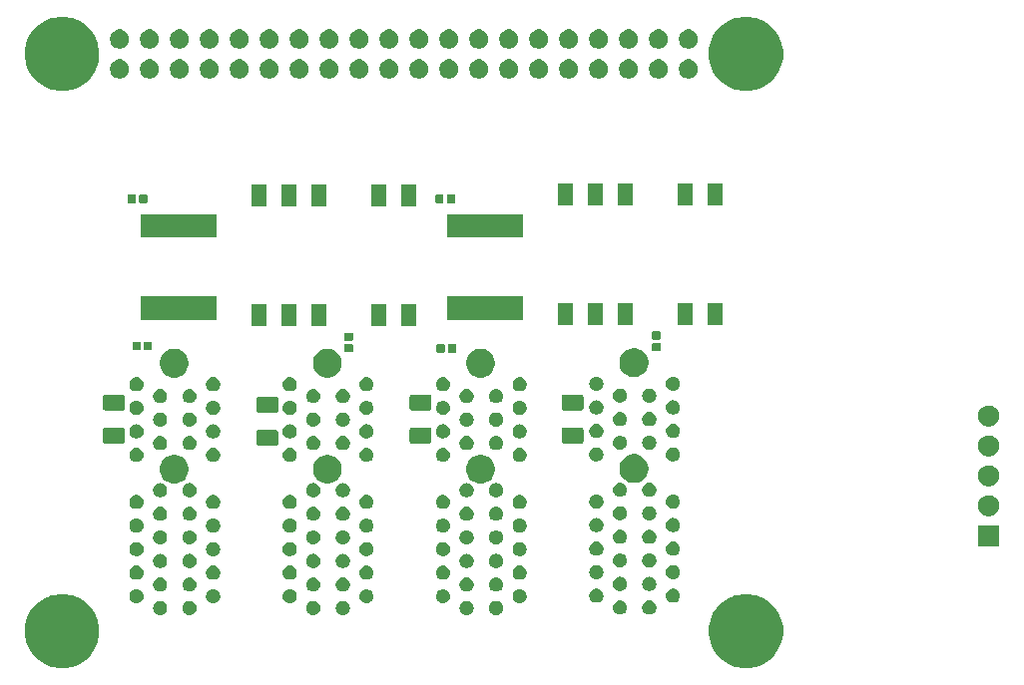
<source format=gbr>
G04 #@! TF.GenerationSoftware,KiCad,Pcbnew,(5.1.5)-3*
G04 #@! TF.CreationDate,2020-03-14T15:24:05+00:00*
G04 #@! TF.ProjectId,Hat,4861742e-6b69-4636-9164-5f7063625858,A*
G04 #@! TF.SameCoordinates,Original*
G04 #@! TF.FileFunction,Soldermask,Bot*
G04 #@! TF.FilePolarity,Negative*
%FSLAX46Y46*%
G04 Gerber Fmt 4.6, Leading zero omitted, Abs format (unit mm)*
G04 Created by KiCad (PCBNEW (5.1.5)-3) date 2020-03-14 15:24:05*
%MOMM*%
%LPD*%
G04 APERTURE LIST*
%ADD10C,0.100000*%
G04 APERTURE END LIST*
D10*
G36*
X163216191Y-116429727D02*
G01*
X163419113Y-116470091D01*
X163730792Y-116599193D01*
X163914541Y-116675304D01*
X163992558Y-116707620D01*
X164508645Y-117052459D01*
X164947541Y-117491355D01*
X165019598Y-117599195D01*
X165292381Y-118007444D01*
X165302801Y-118032600D01*
X165529909Y-118580887D01*
X165651000Y-119189654D01*
X165651000Y-119810346D01*
X165529909Y-120419113D01*
X165292380Y-120992558D01*
X164947541Y-121508645D01*
X164508645Y-121947541D01*
X163992558Y-122292380D01*
X163419113Y-122529909D01*
X163216191Y-122570273D01*
X162810348Y-122651000D01*
X162189652Y-122651000D01*
X161783809Y-122570273D01*
X161580887Y-122529909D01*
X161007442Y-122292380D01*
X160491355Y-121947541D01*
X160052459Y-121508645D01*
X159707620Y-120992558D01*
X159470091Y-120419113D01*
X159349000Y-119810346D01*
X159349000Y-119189654D01*
X159470091Y-118580887D01*
X159697199Y-118032600D01*
X159707619Y-118007444D01*
X159980403Y-117599195D01*
X160052459Y-117491355D01*
X160491355Y-117052459D01*
X161007442Y-116707620D01*
X161085460Y-116675304D01*
X161269208Y-116599193D01*
X161580887Y-116470091D01*
X161783809Y-116429727D01*
X162189652Y-116349000D01*
X162810348Y-116349000D01*
X163216191Y-116429727D01*
G37*
G36*
X105216191Y-116429727D02*
G01*
X105419113Y-116470091D01*
X105730792Y-116599193D01*
X105914541Y-116675304D01*
X105992558Y-116707620D01*
X106508645Y-117052459D01*
X106947541Y-117491355D01*
X107019598Y-117599195D01*
X107292381Y-118007444D01*
X107302801Y-118032600D01*
X107529909Y-118580887D01*
X107651000Y-119189654D01*
X107651000Y-119810346D01*
X107529909Y-120419113D01*
X107292380Y-120992558D01*
X106947541Y-121508645D01*
X106508645Y-121947541D01*
X105992558Y-122292380D01*
X105419113Y-122529909D01*
X105216191Y-122570273D01*
X104810348Y-122651000D01*
X104189652Y-122651000D01*
X103783809Y-122570273D01*
X103580887Y-122529909D01*
X103007442Y-122292380D01*
X102491355Y-121947541D01*
X102052459Y-121508645D01*
X101707620Y-120992558D01*
X101470091Y-120419113D01*
X101349000Y-119810346D01*
X101349000Y-119189654D01*
X101470091Y-118580887D01*
X101697199Y-118032600D01*
X101707619Y-118007444D01*
X101980403Y-117599195D01*
X102052459Y-117491355D01*
X102491355Y-117052459D01*
X103007442Y-116707620D01*
X103085460Y-116675304D01*
X103269208Y-116599193D01*
X103580887Y-116470091D01*
X103783809Y-116429727D01*
X104189652Y-116349000D01*
X104810348Y-116349000D01*
X105216191Y-116429727D01*
G37*
G36*
X138946601Y-116954397D02*
G01*
X138985305Y-116962096D01*
X138998112Y-116967401D01*
X139094680Y-117007400D01*
X139193115Y-117073173D01*
X139276827Y-117156885D01*
X139342600Y-117255320D01*
X139387904Y-117364696D01*
X139411000Y-117480805D01*
X139411000Y-117599195D01*
X139387904Y-117715304D01*
X139342600Y-117824680D01*
X139276827Y-117923115D01*
X139193115Y-118006827D01*
X139094680Y-118072600D01*
X139026115Y-118101000D01*
X138985305Y-118117904D01*
X138946601Y-118125603D01*
X138869195Y-118141000D01*
X138750805Y-118141000D01*
X138673399Y-118125603D01*
X138634695Y-118117904D01*
X138593885Y-118101000D01*
X138525320Y-118072600D01*
X138426885Y-118006827D01*
X138343173Y-117923115D01*
X138277400Y-117824680D01*
X138232096Y-117715304D01*
X138209000Y-117599195D01*
X138209000Y-117480805D01*
X138232096Y-117364696D01*
X138277400Y-117255320D01*
X138343173Y-117156885D01*
X138426885Y-117073173D01*
X138525320Y-117007400D01*
X138621888Y-116967401D01*
X138634695Y-116962096D01*
X138673399Y-116954397D01*
X138750805Y-116939000D01*
X138869195Y-116939000D01*
X138946601Y-116954397D01*
G37*
G36*
X141446601Y-116954397D02*
G01*
X141485305Y-116962096D01*
X141498112Y-116967401D01*
X141594680Y-117007400D01*
X141693115Y-117073173D01*
X141776827Y-117156885D01*
X141842600Y-117255320D01*
X141887904Y-117364696D01*
X141911000Y-117480805D01*
X141911000Y-117599195D01*
X141887904Y-117715304D01*
X141842600Y-117824680D01*
X141776827Y-117923115D01*
X141693115Y-118006827D01*
X141594680Y-118072600D01*
X141526115Y-118101000D01*
X141485305Y-118117904D01*
X141446601Y-118125603D01*
X141369195Y-118141000D01*
X141250805Y-118141000D01*
X141173399Y-118125603D01*
X141134695Y-118117904D01*
X141093885Y-118101000D01*
X141025320Y-118072600D01*
X140926885Y-118006827D01*
X140843173Y-117923115D01*
X140777400Y-117824680D01*
X140732096Y-117715304D01*
X140709000Y-117599195D01*
X140709000Y-117480805D01*
X140732096Y-117364696D01*
X140777400Y-117255320D01*
X140843173Y-117156885D01*
X140926885Y-117073173D01*
X141025320Y-117007400D01*
X141121888Y-116967401D01*
X141134695Y-116962096D01*
X141173399Y-116954397D01*
X141250805Y-116939000D01*
X141369195Y-116939000D01*
X141446601Y-116954397D01*
G37*
G36*
X112946601Y-116954397D02*
G01*
X112985305Y-116962096D01*
X112998112Y-116967401D01*
X113094680Y-117007400D01*
X113193115Y-117073173D01*
X113276827Y-117156885D01*
X113342600Y-117255320D01*
X113387904Y-117364696D01*
X113411000Y-117480805D01*
X113411000Y-117599195D01*
X113387904Y-117715304D01*
X113342600Y-117824680D01*
X113276827Y-117923115D01*
X113193115Y-118006827D01*
X113094680Y-118072600D01*
X113026115Y-118101000D01*
X112985305Y-118117904D01*
X112946601Y-118125603D01*
X112869195Y-118141000D01*
X112750805Y-118141000D01*
X112673399Y-118125603D01*
X112634695Y-118117904D01*
X112593885Y-118101000D01*
X112525320Y-118072600D01*
X112426885Y-118006827D01*
X112343173Y-117923115D01*
X112277400Y-117824680D01*
X112232096Y-117715304D01*
X112209000Y-117599195D01*
X112209000Y-117480805D01*
X112232096Y-117364696D01*
X112277400Y-117255320D01*
X112343173Y-117156885D01*
X112426885Y-117073173D01*
X112525320Y-117007400D01*
X112621888Y-116967401D01*
X112634695Y-116962096D01*
X112673399Y-116954397D01*
X112750805Y-116939000D01*
X112869195Y-116939000D01*
X112946601Y-116954397D01*
G37*
G36*
X115446601Y-116954397D02*
G01*
X115485305Y-116962096D01*
X115498112Y-116967401D01*
X115594680Y-117007400D01*
X115693115Y-117073173D01*
X115776827Y-117156885D01*
X115842600Y-117255320D01*
X115887904Y-117364696D01*
X115911000Y-117480805D01*
X115911000Y-117599195D01*
X115887904Y-117715304D01*
X115842600Y-117824680D01*
X115776827Y-117923115D01*
X115693115Y-118006827D01*
X115594680Y-118072600D01*
X115526115Y-118101000D01*
X115485305Y-118117904D01*
X115446601Y-118125603D01*
X115369195Y-118141000D01*
X115250805Y-118141000D01*
X115173399Y-118125603D01*
X115134695Y-118117904D01*
X115093885Y-118101000D01*
X115025320Y-118072600D01*
X114926885Y-118006827D01*
X114843173Y-117923115D01*
X114777400Y-117824680D01*
X114732096Y-117715304D01*
X114709000Y-117599195D01*
X114709000Y-117480805D01*
X114732096Y-117364696D01*
X114777400Y-117255320D01*
X114843173Y-117156885D01*
X114926885Y-117073173D01*
X115025320Y-117007400D01*
X115121888Y-116967401D01*
X115134695Y-116962096D01*
X115173399Y-116954397D01*
X115250805Y-116939000D01*
X115369195Y-116939000D01*
X115446601Y-116954397D01*
G37*
G36*
X125946601Y-116954397D02*
G01*
X125985305Y-116962096D01*
X125998112Y-116967401D01*
X126094680Y-117007400D01*
X126193115Y-117073173D01*
X126276827Y-117156885D01*
X126342600Y-117255320D01*
X126387904Y-117364696D01*
X126411000Y-117480805D01*
X126411000Y-117599195D01*
X126387904Y-117715304D01*
X126342600Y-117824680D01*
X126276827Y-117923115D01*
X126193115Y-118006827D01*
X126094680Y-118072600D01*
X126026115Y-118101000D01*
X125985305Y-118117904D01*
X125946601Y-118125603D01*
X125869195Y-118141000D01*
X125750805Y-118141000D01*
X125673399Y-118125603D01*
X125634695Y-118117904D01*
X125593885Y-118101000D01*
X125525320Y-118072600D01*
X125426885Y-118006827D01*
X125343173Y-117923115D01*
X125277400Y-117824680D01*
X125232096Y-117715304D01*
X125209000Y-117599195D01*
X125209000Y-117480805D01*
X125232096Y-117364696D01*
X125277400Y-117255320D01*
X125343173Y-117156885D01*
X125426885Y-117073173D01*
X125525320Y-117007400D01*
X125621888Y-116967401D01*
X125634695Y-116962096D01*
X125673399Y-116954397D01*
X125750805Y-116939000D01*
X125869195Y-116939000D01*
X125946601Y-116954397D01*
G37*
G36*
X128446601Y-116954397D02*
G01*
X128485305Y-116962096D01*
X128498112Y-116967401D01*
X128594680Y-117007400D01*
X128693115Y-117073173D01*
X128776827Y-117156885D01*
X128842600Y-117255320D01*
X128887904Y-117364696D01*
X128911000Y-117480805D01*
X128911000Y-117599195D01*
X128887904Y-117715304D01*
X128842600Y-117824680D01*
X128776827Y-117923115D01*
X128693115Y-118006827D01*
X128594680Y-118072600D01*
X128526115Y-118101000D01*
X128485305Y-118117904D01*
X128446601Y-118125603D01*
X128369195Y-118141000D01*
X128250805Y-118141000D01*
X128173399Y-118125603D01*
X128134695Y-118117904D01*
X128093885Y-118101000D01*
X128025320Y-118072600D01*
X127926885Y-118006827D01*
X127843173Y-117923115D01*
X127777400Y-117824680D01*
X127732096Y-117715304D01*
X127709000Y-117599195D01*
X127709000Y-117480805D01*
X127732096Y-117364696D01*
X127777400Y-117255320D01*
X127843173Y-117156885D01*
X127926885Y-117073173D01*
X128025320Y-117007400D01*
X128121888Y-116967401D01*
X128134695Y-116962096D01*
X128173399Y-116954397D01*
X128250805Y-116939000D01*
X128369195Y-116939000D01*
X128446601Y-116954397D01*
G37*
G36*
X154446601Y-116914397D02*
G01*
X154485305Y-116922096D01*
X154517340Y-116935365D01*
X154594680Y-116967400D01*
X154693115Y-117033173D01*
X154776827Y-117116885D01*
X154842600Y-117215320D01*
X154887904Y-117324696D01*
X154911000Y-117440805D01*
X154911000Y-117559195D01*
X154887904Y-117675304D01*
X154842600Y-117784680D01*
X154776827Y-117883115D01*
X154693115Y-117966827D01*
X154594680Y-118032600D01*
X154517340Y-118064635D01*
X154485305Y-118077904D01*
X154446601Y-118085603D01*
X154369195Y-118101000D01*
X154250805Y-118101000D01*
X154173399Y-118085603D01*
X154134695Y-118077904D01*
X154102660Y-118064635D01*
X154025320Y-118032600D01*
X153926885Y-117966827D01*
X153843173Y-117883115D01*
X153777400Y-117784680D01*
X153732096Y-117675304D01*
X153709000Y-117559195D01*
X153709000Y-117440805D01*
X153732096Y-117324696D01*
X153777400Y-117215320D01*
X153843173Y-117116885D01*
X153926885Y-117033173D01*
X154025320Y-116967400D01*
X154102660Y-116935365D01*
X154134695Y-116922096D01*
X154173399Y-116914397D01*
X154250805Y-116899000D01*
X154369195Y-116899000D01*
X154446601Y-116914397D01*
G37*
G36*
X151946601Y-116914397D02*
G01*
X151985305Y-116922096D01*
X152017340Y-116935365D01*
X152094680Y-116967400D01*
X152193115Y-117033173D01*
X152276827Y-117116885D01*
X152342600Y-117215320D01*
X152387904Y-117324696D01*
X152411000Y-117440805D01*
X152411000Y-117559195D01*
X152387904Y-117675304D01*
X152342600Y-117784680D01*
X152276827Y-117883115D01*
X152193115Y-117966827D01*
X152094680Y-118032600D01*
X152017340Y-118064635D01*
X151985305Y-118077904D01*
X151946601Y-118085603D01*
X151869195Y-118101000D01*
X151750805Y-118101000D01*
X151673399Y-118085603D01*
X151634695Y-118077904D01*
X151602660Y-118064635D01*
X151525320Y-118032600D01*
X151426885Y-117966827D01*
X151343173Y-117883115D01*
X151277400Y-117784680D01*
X151232096Y-117675304D01*
X151209000Y-117559195D01*
X151209000Y-117440805D01*
X151232096Y-117324696D01*
X151277400Y-117215320D01*
X151343173Y-117116885D01*
X151426885Y-117033173D01*
X151525320Y-116967400D01*
X151602660Y-116935365D01*
X151634695Y-116922096D01*
X151673399Y-116914397D01*
X151750805Y-116899000D01*
X151869195Y-116899000D01*
X151946601Y-116914397D01*
G37*
G36*
X123946601Y-115954397D02*
G01*
X123985305Y-115962096D01*
X123998112Y-115967401D01*
X124094680Y-116007400D01*
X124193115Y-116073173D01*
X124276827Y-116156885D01*
X124342600Y-116255320D01*
X124387904Y-116364696D01*
X124408869Y-116470091D01*
X124411000Y-116480807D01*
X124411000Y-116599193D01*
X124389433Y-116707620D01*
X124387904Y-116715304D01*
X124342600Y-116824680D01*
X124276827Y-116923115D01*
X124193115Y-117006827D01*
X124094680Y-117072600D01*
X124026115Y-117101000D01*
X123985305Y-117117904D01*
X123946601Y-117125603D01*
X123869195Y-117141000D01*
X123750805Y-117141000D01*
X123673399Y-117125603D01*
X123634695Y-117117904D01*
X123593885Y-117101000D01*
X123525320Y-117072600D01*
X123426885Y-117006827D01*
X123343173Y-116923115D01*
X123277400Y-116824680D01*
X123232096Y-116715304D01*
X123230568Y-116707620D01*
X123209000Y-116599193D01*
X123209000Y-116480807D01*
X123211132Y-116470091D01*
X123232096Y-116364696D01*
X123277400Y-116255320D01*
X123343173Y-116156885D01*
X123426885Y-116073173D01*
X123525320Y-116007400D01*
X123621888Y-115967401D01*
X123634695Y-115962096D01*
X123673399Y-115954397D01*
X123750805Y-115939000D01*
X123869195Y-115939000D01*
X123946601Y-115954397D01*
G37*
G36*
X130446601Y-115954397D02*
G01*
X130485305Y-115962096D01*
X130498112Y-115967401D01*
X130594680Y-116007400D01*
X130693115Y-116073173D01*
X130776827Y-116156885D01*
X130842600Y-116255320D01*
X130887904Y-116364696D01*
X130908869Y-116470091D01*
X130911000Y-116480807D01*
X130911000Y-116599193D01*
X130889433Y-116707620D01*
X130887904Y-116715304D01*
X130842600Y-116824680D01*
X130776827Y-116923115D01*
X130693115Y-117006827D01*
X130594680Y-117072600D01*
X130526115Y-117101000D01*
X130485305Y-117117904D01*
X130446601Y-117125603D01*
X130369195Y-117141000D01*
X130250805Y-117141000D01*
X130173399Y-117125603D01*
X130134695Y-117117904D01*
X130093885Y-117101000D01*
X130025320Y-117072600D01*
X129926885Y-117006827D01*
X129843173Y-116923115D01*
X129777400Y-116824680D01*
X129732096Y-116715304D01*
X129730568Y-116707620D01*
X129709000Y-116599193D01*
X129709000Y-116480807D01*
X129711132Y-116470091D01*
X129732096Y-116364696D01*
X129777400Y-116255320D01*
X129843173Y-116156885D01*
X129926885Y-116073173D01*
X130025320Y-116007400D01*
X130121888Y-115967401D01*
X130134695Y-115962096D01*
X130173399Y-115954397D01*
X130250805Y-115939000D01*
X130369195Y-115939000D01*
X130446601Y-115954397D01*
G37*
G36*
X117446601Y-115954397D02*
G01*
X117485305Y-115962096D01*
X117498112Y-115967401D01*
X117594680Y-116007400D01*
X117693115Y-116073173D01*
X117776827Y-116156885D01*
X117842600Y-116255320D01*
X117887904Y-116364696D01*
X117908869Y-116470091D01*
X117911000Y-116480807D01*
X117911000Y-116599193D01*
X117889433Y-116707620D01*
X117887904Y-116715304D01*
X117842600Y-116824680D01*
X117776827Y-116923115D01*
X117693115Y-117006827D01*
X117594680Y-117072600D01*
X117526115Y-117101000D01*
X117485305Y-117117904D01*
X117446601Y-117125603D01*
X117369195Y-117141000D01*
X117250805Y-117141000D01*
X117173399Y-117125603D01*
X117134695Y-117117904D01*
X117093885Y-117101000D01*
X117025320Y-117072600D01*
X116926885Y-117006827D01*
X116843173Y-116923115D01*
X116777400Y-116824680D01*
X116732096Y-116715304D01*
X116730568Y-116707620D01*
X116709000Y-116599193D01*
X116709000Y-116480807D01*
X116711132Y-116470091D01*
X116732096Y-116364696D01*
X116777400Y-116255320D01*
X116843173Y-116156885D01*
X116926885Y-116073173D01*
X117025320Y-116007400D01*
X117121888Y-115967401D01*
X117134695Y-115962096D01*
X117173399Y-115954397D01*
X117250805Y-115939000D01*
X117369195Y-115939000D01*
X117446601Y-115954397D01*
G37*
G36*
X110946601Y-115954397D02*
G01*
X110985305Y-115962096D01*
X110998112Y-115967401D01*
X111094680Y-116007400D01*
X111193115Y-116073173D01*
X111276827Y-116156885D01*
X111342600Y-116255320D01*
X111387904Y-116364696D01*
X111408869Y-116470091D01*
X111411000Y-116480807D01*
X111411000Y-116599193D01*
X111389433Y-116707620D01*
X111387904Y-116715304D01*
X111342600Y-116824680D01*
X111276827Y-116923115D01*
X111193115Y-117006827D01*
X111094680Y-117072600D01*
X111026115Y-117101000D01*
X110985305Y-117117904D01*
X110946601Y-117125603D01*
X110869195Y-117141000D01*
X110750805Y-117141000D01*
X110673399Y-117125603D01*
X110634695Y-117117904D01*
X110593885Y-117101000D01*
X110525320Y-117072600D01*
X110426885Y-117006827D01*
X110343173Y-116923115D01*
X110277400Y-116824680D01*
X110232096Y-116715304D01*
X110230568Y-116707620D01*
X110209000Y-116599193D01*
X110209000Y-116480807D01*
X110211132Y-116470091D01*
X110232096Y-116364696D01*
X110277400Y-116255320D01*
X110343173Y-116156885D01*
X110426885Y-116073173D01*
X110525320Y-116007400D01*
X110621888Y-115967401D01*
X110634695Y-115962096D01*
X110673399Y-115954397D01*
X110750805Y-115939000D01*
X110869195Y-115939000D01*
X110946601Y-115954397D01*
G37*
G36*
X143446601Y-115954397D02*
G01*
X143485305Y-115962096D01*
X143498112Y-115967401D01*
X143594680Y-116007400D01*
X143693115Y-116073173D01*
X143776827Y-116156885D01*
X143842600Y-116255320D01*
X143887904Y-116364696D01*
X143908869Y-116470091D01*
X143911000Y-116480807D01*
X143911000Y-116599193D01*
X143889433Y-116707620D01*
X143887904Y-116715304D01*
X143842600Y-116824680D01*
X143776827Y-116923115D01*
X143693115Y-117006827D01*
X143594680Y-117072600D01*
X143526115Y-117101000D01*
X143485305Y-117117904D01*
X143446601Y-117125603D01*
X143369195Y-117141000D01*
X143250805Y-117141000D01*
X143173399Y-117125603D01*
X143134695Y-117117904D01*
X143093885Y-117101000D01*
X143025320Y-117072600D01*
X142926885Y-117006827D01*
X142843173Y-116923115D01*
X142777400Y-116824680D01*
X142732096Y-116715304D01*
X142730568Y-116707620D01*
X142709000Y-116599193D01*
X142709000Y-116480807D01*
X142711132Y-116470091D01*
X142732096Y-116364696D01*
X142777400Y-116255320D01*
X142843173Y-116156885D01*
X142926885Y-116073173D01*
X143025320Y-116007400D01*
X143121888Y-115967401D01*
X143134695Y-115962096D01*
X143173399Y-115954397D01*
X143250805Y-115939000D01*
X143369195Y-115939000D01*
X143446601Y-115954397D01*
G37*
G36*
X136946601Y-115954397D02*
G01*
X136985305Y-115962096D01*
X136998112Y-115967401D01*
X137094680Y-116007400D01*
X137193115Y-116073173D01*
X137276827Y-116156885D01*
X137342600Y-116255320D01*
X137387904Y-116364696D01*
X137408869Y-116470091D01*
X137411000Y-116480807D01*
X137411000Y-116599193D01*
X137389433Y-116707620D01*
X137387904Y-116715304D01*
X137342600Y-116824680D01*
X137276827Y-116923115D01*
X137193115Y-117006827D01*
X137094680Y-117072600D01*
X137026115Y-117101000D01*
X136985305Y-117117904D01*
X136946601Y-117125603D01*
X136869195Y-117141000D01*
X136750805Y-117141000D01*
X136673399Y-117125603D01*
X136634695Y-117117904D01*
X136593885Y-117101000D01*
X136525320Y-117072600D01*
X136426885Y-117006827D01*
X136343173Y-116923115D01*
X136277400Y-116824680D01*
X136232096Y-116715304D01*
X136230568Y-116707620D01*
X136209000Y-116599193D01*
X136209000Y-116480807D01*
X136211132Y-116470091D01*
X136232096Y-116364696D01*
X136277400Y-116255320D01*
X136343173Y-116156885D01*
X136426885Y-116073173D01*
X136525320Y-116007400D01*
X136621888Y-115967401D01*
X136634695Y-115962096D01*
X136673399Y-115954397D01*
X136750805Y-115939000D01*
X136869195Y-115939000D01*
X136946601Y-115954397D01*
G37*
G36*
X156446601Y-115914397D02*
G01*
X156485305Y-115922096D01*
X156517340Y-115935365D01*
X156594680Y-115967400D01*
X156693115Y-116033173D01*
X156776827Y-116116885D01*
X156842600Y-116215320D01*
X156859168Y-116255320D01*
X156887904Y-116324695D01*
X156895603Y-116363399D01*
X156911000Y-116440805D01*
X156911000Y-116559195D01*
X156887904Y-116675304D01*
X156842600Y-116784680D01*
X156776827Y-116883115D01*
X156693115Y-116966827D01*
X156594680Y-117032600D01*
X156517340Y-117064635D01*
X156485305Y-117077904D01*
X156446601Y-117085603D01*
X156369195Y-117101000D01*
X156250805Y-117101000D01*
X156173399Y-117085603D01*
X156134695Y-117077904D01*
X156102660Y-117064635D01*
X156025320Y-117032600D01*
X155926885Y-116966827D01*
X155843173Y-116883115D01*
X155777400Y-116784680D01*
X155732096Y-116675304D01*
X155709000Y-116559195D01*
X155709000Y-116440805D01*
X155724397Y-116363399D01*
X155732096Y-116324695D01*
X155760832Y-116255320D01*
X155777400Y-116215320D01*
X155843173Y-116116885D01*
X155926885Y-116033173D01*
X156025320Y-115967400D01*
X156102660Y-115935365D01*
X156134695Y-115922096D01*
X156173399Y-115914397D01*
X156250805Y-115899000D01*
X156369195Y-115899000D01*
X156446601Y-115914397D01*
G37*
G36*
X149946601Y-115914397D02*
G01*
X149985305Y-115922096D01*
X150017340Y-115935365D01*
X150094680Y-115967400D01*
X150193115Y-116033173D01*
X150276827Y-116116885D01*
X150342600Y-116215320D01*
X150359168Y-116255320D01*
X150387904Y-116324695D01*
X150395603Y-116363399D01*
X150411000Y-116440805D01*
X150411000Y-116559195D01*
X150387904Y-116675304D01*
X150342600Y-116784680D01*
X150276827Y-116883115D01*
X150193115Y-116966827D01*
X150094680Y-117032600D01*
X150017340Y-117064635D01*
X149985305Y-117077904D01*
X149946601Y-117085603D01*
X149869195Y-117101000D01*
X149750805Y-117101000D01*
X149673399Y-117085603D01*
X149634695Y-117077904D01*
X149602660Y-117064635D01*
X149525320Y-117032600D01*
X149426885Y-116966827D01*
X149343173Y-116883115D01*
X149277400Y-116784680D01*
X149232096Y-116675304D01*
X149209000Y-116559195D01*
X149209000Y-116440805D01*
X149224397Y-116363399D01*
X149232096Y-116324695D01*
X149260832Y-116255320D01*
X149277400Y-116215320D01*
X149343173Y-116116885D01*
X149426885Y-116033173D01*
X149525320Y-115967400D01*
X149602660Y-115935365D01*
X149634695Y-115922096D01*
X149673399Y-115914397D01*
X149750805Y-115899000D01*
X149869195Y-115899000D01*
X149946601Y-115914397D01*
G37*
G36*
X138946601Y-114954397D02*
G01*
X138985305Y-114962096D01*
X138998112Y-114967401D01*
X139094680Y-115007400D01*
X139193115Y-115073173D01*
X139276827Y-115156885D01*
X139342600Y-115255320D01*
X139387904Y-115364696D01*
X139411000Y-115480805D01*
X139411000Y-115599195D01*
X139387904Y-115715304D01*
X139342600Y-115824680D01*
X139276827Y-115923115D01*
X139193115Y-116006827D01*
X139094680Y-116072600D01*
X139026115Y-116101000D01*
X138985305Y-116117904D01*
X138946601Y-116125603D01*
X138869195Y-116141000D01*
X138750805Y-116141000D01*
X138673399Y-116125603D01*
X138634695Y-116117904D01*
X138593885Y-116101000D01*
X138525320Y-116072600D01*
X138426885Y-116006827D01*
X138343173Y-115923115D01*
X138277400Y-115824680D01*
X138232096Y-115715304D01*
X138209000Y-115599195D01*
X138209000Y-115480805D01*
X138232096Y-115364696D01*
X138277400Y-115255320D01*
X138343173Y-115156885D01*
X138426885Y-115073173D01*
X138525320Y-115007400D01*
X138621888Y-114967401D01*
X138634695Y-114962096D01*
X138673399Y-114954397D01*
X138750805Y-114939000D01*
X138869195Y-114939000D01*
X138946601Y-114954397D01*
G37*
G36*
X141446601Y-114954397D02*
G01*
X141485305Y-114962096D01*
X141498112Y-114967401D01*
X141594680Y-115007400D01*
X141693115Y-115073173D01*
X141776827Y-115156885D01*
X141842600Y-115255320D01*
X141887904Y-115364696D01*
X141911000Y-115480805D01*
X141911000Y-115599195D01*
X141887904Y-115715304D01*
X141842600Y-115824680D01*
X141776827Y-115923115D01*
X141693115Y-116006827D01*
X141594680Y-116072600D01*
X141526115Y-116101000D01*
X141485305Y-116117904D01*
X141446601Y-116125603D01*
X141369195Y-116141000D01*
X141250805Y-116141000D01*
X141173399Y-116125603D01*
X141134695Y-116117904D01*
X141093885Y-116101000D01*
X141025320Y-116072600D01*
X140926885Y-116006827D01*
X140843173Y-115923115D01*
X140777400Y-115824680D01*
X140732096Y-115715304D01*
X140709000Y-115599195D01*
X140709000Y-115480805D01*
X140732096Y-115364696D01*
X140777400Y-115255320D01*
X140843173Y-115156885D01*
X140926885Y-115073173D01*
X141025320Y-115007400D01*
X141121888Y-114967401D01*
X141134695Y-114962096D01*
X141173399Y-114954397D01*
X141250805Y-114939000D01*
X141369195Y-114939000D01*
X141446601Y-114954397D01*
G37*
G36*
X112946601Y-114954397D02*
G01*
X112985305Y-114962096D01*
X112998112Y-114967401D01*
X113094680Y-115007400D01*
X113193115Y-115073173D01*
X113276827Y-115156885D01*
X113342600Y-115255320D01*
X113387904Y-115364696D01*
X113411000Y-115480805D01*
X113411000Y-115599195D01*
X113387904Y-115715304D01*
X113342600Y-115824680D01*
X113276827Y-115923115D01*
X113193115Y-116006827D01*
X113094680Y-116072600D01*
X113026115Y-116101000D01*
X112985305Y-116117904D01*
X112946601Y-116125603D01*
X112869195Y-116141000D01*
X112750805Y-116141000D01*
X112673399Y-116125603D01*
X112634695Y-116117904D01*
X112593885Y-116101000D01*
X112525320Y-116072600D01*
X112426885Y-116006827D01*
X112343173Y-115923115D01*
X112277400Y-115824680D01*
X112232096Y-115715304D01*
X112209000Y-115599195D01*
X112209000Y-115480805D01*
X112232096Y-115364696D01*
X112277400Y-115255320D01*
X112343173Y-115156885D01*
X112426885Y-115073173D01*
X112525320Y-115007400D01*
X112621888Y-114967401D01*
X112634695Y-114962096D01*
X112673399Y-114954397D01*
X112750805Y-114939000D01*
X112869195Y-114939000D01*
X112946601Y-114954397D01*
G37*
G36*
X115446601Y-114954397D02*
G01*
X115485305Y-114962096D01*
X115498112Y-114967401D01*
X115594680Y-115007400D01*
X115693115Y-115073173D01*
X115776827Y-115156885D01*
X115842600Y-115255320D01*
X115887904Y-115364696D01*
X115911000Y-115480805D01*
X115911000Y-115599195D01*
X115887904Y-115715304D01*
X115842600Y-115824680D01*
X115776827Y-115923115D01*
X115693115Y-116006827D01*
X115594680Y-116072600D01*
X115526115Y-116101000D01*
X115485305Y-116117904D01*
X115446601Y-116125603D01*
X115369195Y-116141000D01*
X115250805Y-116141000D01*
X115173399Y-116125603D01*
X115134695Y-116117904D01*
X115093885Y-116101000D01*
X115025320Y-116072600D01*
X114926885Y-116006827D01*
X114843173Y-115923115D01*
X114777400Y-115824680D01*
X114732096Y-115715304D01*
X114709000Y-115599195D01*
X114709000Y-115480805D01*
X114732096Y-115364696D01*
X114777400Y-115255320D01*
X114843173Y-115156885D01*
X114926885Y-115073173D01*
X115025320Y-115007400D01*
X115121888Y-114967401D01*
X115134695Y-114962096D01*
X115173399Y-114954397D01*
X115250805Y-114939000D01*
X115369195Y-114939000D01*
X115446601Y-114954397D01*
G37*
G36*
X128446601Y-114954397D02*
G01*
X128485305Y-114962096D01*
X128498112Y-114967401D01*
X128594680Y-115007400D01*
X128693115Y-115073173D01*
X128776827Y-115156885D01*
X128842600Y-115255320D01*
X128887904Y-115364696D01*
X128911000Y-115480805D01*
X128911000Y-115599195D01*
X128887904Y-115715304D01*
X128842600Y-115824680D01*
X128776827Y-115923115D01*
X128693115Y-116006827D01*
X128594680Y-116072600D01*
X128526115Y-116101000D01*
X128485305Y-116117904D01*
X128446601Y-116125603D01*
X128369195Y-116141000D01*
X128250805Y-116141000D01*
X128173399Y-116125603D01*
X128134695Y-116117904D01*
X128093885Y-116101000D01*
X128025320Y-116072600D01*
X127926885Y-116006827D01*
X127843173Y-115923115D01*
X127777400Y-115824680D01*
X127732096Y-115715304D01*
X127709000Y-115599195D01*
X127709000Y-115480805D01*
X127732096Y-115364696D01*
X127777400Y-115255320D01*
X127843173Y-115156885D01*
X127926885Y-115073173D01*
X128025320Y-115007400D01*
X128121888Y-114967401D01*
X128134695Y-114962096D01*
X128173399Y-114954397D01*
X128250805Y-114939000D01*
X128369195Y-114939000D01*
X128446601Y-114954397D01*
G37*
G36*
X125946601Y-114954397D02*
G01*
X125985305Y-114962096D01*
X125998112Y-114967401D01*
X126094680Y-115007400D01*
X126193115Y-115073173D01*
X126276827Y-115156885D01*
X126342600Y-115255320D01*
X126387904Y-115364696D01*
X126411000Y-115480805D01*
X126411000Y-115599195D01*
X126387904Y-115715304D01*
X126342600Y-115824680D01*
X126276827Y-115923115D01*
X126193115Y-116006827D01*
X126094680Y-116072600D01*
X126026115Y-116101000D01*
X125985305Y-116117904D01*
X125946601Y-116125603D01*
X125869195Y-116141000D01*
X125750805Y-116141000D01*
X125673399Y-116125603D01*
X125634695Y-116117904D01*
X125593885Y-116101000D01*
X125525320Y-116072600D01*
X125426885Y-116006827D01*
X125343173Y-115923115D01*
X125277400Y-115824680D01*
X125232096Y-115715304D01*
X125209000Y-115599195D01*
X125209000Y-115480805D01*
X125232096Y-115364696D01*
X125277400Y-115255320D01*
X125343173Y-115156885D01*
X125426885Y-115073173D01*
X125525320Y-115007400D01*
X125621888Y-114967401D01*
X125634695Y-114962096D01*
X125673399Y-114954397D01*
X125750805Y-114939000D01*
X125869195Y-114939000D01*
X125946601Y-114954397D01*
G37*
G36*
X151946601Y-114914397D02*
G01*
X151985305Y-114922096D01*
X152017340Y-114935365D01*
X152094680Y-114967400D01*
X152193115Y-115033173D01*
X152276827Y-115116885D01*
X152342600Y-115215320D01*
X152387904Y-115324696D01*
X152411000Y-115440805D01*
X152411000Y-115559195D01*
X152387904Y-115675304D01*
X152342600Y-115784680D01*
X152276827Y-115883115D01*
X152193115Y-115966827D01*
X152094680Y-116032600D01*
X152017340Y-116064635D01*
X151985305Y-116077904D01*
X151946601Y-116085603D01*
X151869195Y-116101000D01*
X151750805Y-116101000D01*
X151673399Y-116085603D01*
X151634695Y-116077904D01*
X151602660Y-116064635D01*
X151525320Y-116032600D01*
X151426885Y-115966827D01*
X151343173Y-115883115D01*
X151277400Y-115784680D01*
X151232096Y-115675304D01*
X151209000Y-115559195D01*
X151209000Y-115440805D01*
X151232096Y-115324696D01*
X151277400Y-115215320D01*
X151343173Y-115116885D01*
X151426885Y-115033173D01*
X151525320Y-114967400D01*
X151602660Y-114935365D01*
X151634695Y-114922096D01*
X151673399Y-114914397D01*
X151750805Y-114899000D01*
X151869195Y-114899000D01*
X151946601Y-114914397D01*
G37*
G36*
X154446601Y-114914397D02*
G01*
X154485305Y-114922096D01*
X154517340Y-114935365D01*
X154594680Y-114967400D01*
X154693115Y-115033173D01*
X154776827Y-115116885D01*
X154842600Y-115215320D01*
X154887904Y-115324696D01*
X154911000Y-115440805D01*
X154911000Y-115559195D01*
X154887904Y-115675304D01*
X154842600Y-115784680D01*
X154776827Y-115883115D01*
X154693115Y-115966827D01*
X154594680Y-116032600D01*
X154517340Y-116064635D01*
X154485305Y-116077904D01*
X154446601Y-116085603D01*
X154369195Y-116101000D01*
X154250805Y-116101000D01*
X154173399Y-116085603D01*
X154134695Y-116077904D01*
X154102660Y-116064635D01*
X154025320Y-116032600D01*
X153926885Y-115966827D01*
X153843173Y-115883115D01*
X153777400Y-115784680D01*
X153732096Y-115675304D01*
X153709000Y-115559195D01*
X153709000Y-115440805D01*
X153732096Y-115324696D01*
X153777400Y-115215320D01*
X153843173Y-115116885D01*
X153926885Y-115033173D01*
X154025320Y-114967400D01*
X154102660Y-114935365D01*
X154134695Y-114922096D01*
X154173399Y-114914397D01*
X154250805Y-114899000D01*
X154369195Y-114899000D01*
X154446601Y-114914397D01*
G37*
G36*
X123946601Y-113954397D02*
G01*
X123985305Y-113962096D01*
X123998112Y-113967401D01*
X124094680Y-114007400D01*
X124193115Y-114073173D01*
X124276827Y-114156885D01*
X124342600Y-114255320D01*
X124387904Y-114364696D01*
X124411000Y-114480805D01*
X124411000Y-114599195D01*
X124387904Y-114715304D01*
X124342600Y-114824680D01*
X124276827Y-114923115D01*
X124193115Y-115006827D01*
X124094680Y-115072600D01*
X124026115Y-115101000D01*
X123985305Y-115117904D01*
X123946601Y-115125603D01*
X123869195Y-115141000D01*
X123750805Y-115141000D01*
X123673399Y-115125603D01*
X123634695Y-115117904D01*
X123593885Y-115101000D01*
X123525320Y-115072600D01*
X123426885Y-115006827D01*
X123343173Y-114923115D01*
X123277400Y-114824680D01*
X123232096Y-114715304D01*
X123209000Y-114599195D01*
X123209000Y-114480805D01*
X123232096Y-114364696D01*
X123277400Y-114255320D01*
X123343173Y-114156885D01*
X123426885Y-114073173D01*
X123525320Y-114007400D01*
X123621888Y-113967401D01*
X123634695Y-113962096D01*
X123673399Y-113954397D01*
X123750805Y-113939000D01*
X123869195Y-113939000D01*
X123946601Y-113954397D01*
G37*
G36*
X117446601Y-113954397D02*
G01*
X117485305Y-113962096D01*
X117498112Y-113967401D01*
X117594680Y-114007400D01*
X117693115Y-114073173D01*
X117776827Y-114156885D01*
X117842600Y-114255320D01*
X117887904Y-114364696D01*
X117911000Y-114480805D01*
X117911000Y-114599195D01*
X117887904Y-114715304D01*
X117842600Y-114824680D01*
X117776827Y-114923115D01*
X117693115Y-115006827D01*
X117594680Y-115072600D01*
X117526115Y-115101000D01*
X117485305Y-115117904D01*
X117446601Y-115125603D01*
X117369195Y-115141000D01*
X117250805Y-115141000D01*
X117173399Y-115125603D01*
X117134695Y-115117904D01*
X117093885Y-115101000D01*
X117025320Y-115072600D01*
X116926885Y-115006827D01*
X116843173Y-114923115D01*
X116777400Y-114824680D01*
X116732096Y-114715304D01*
X116709000Y-114599195D01*
X116709000Y-114480805D01*
X116732096Y-114364696D01*
X116777400Y-114255320D01*
X116843173Y-114156885D01*
X116926885Y-114073173D01*
X117025320Y-114007400D01*
X117121888Y-113967401D01*
X117134695Y-113962096D01*
X117173399Y-113954397D01*
X117250805Y-113939000D01*
X117369195Y-113939000D01*
X117446601Y-113954397D01*
G37*
G36*
X143446601Y-113954397D02*
G01*
X143485305Y-113962096D01*
X143498112Y-113967401D01*
X143594680Y-114007400D01*
X143693115Y-114073173D01*
X143776827Y-114156885D01*
X143842600Y-114255320D01*
X143887904Y-114364696D01*
X143911000Y-114480805D01*
X143911000Y-114599195D01*
X143887904Y-114715304D01*
X143842600Y-114824680D01*
X143776827Y-114923115D01*
X143693115Y-115006827D01*
X143594680Y-115072600D01*
X143526115Y-115101000D01*
X143485305Y-115117904D01*
X143446601Y-115125603D01*
X143369195Y-115141000D01*
X143250805Y-115141000D01*
X143173399Y-115125603D01*
X143134695Y-115117904D01*
X143093885Y-115101000D01*
X143025320Y-115072600D01*
X142926885Y-115006827D01*
X142843173Y-114923115D01*
X142777400Y-114824680D01*
X142732096Y-114715304D01*
X142709000Y-114599195D01*
X142709000Y-114480805D01*
X142732096Y-114364696D01*
X142777400Y-114255320D01*
X142843173Y-114156885D01*
X142926885Y-114073173D01*
X143025320Y-114007400D01*
X143121888Y-113967401D01*
X143134695Y-113962096D01*
X143173399Y-113954397D01*
X143250805Y-113939000D01*
X143369195Y-113939000D01*
X143446601Y-113954397D01*
G37*
G36*
X110946601Y-113954397D02*
G01*
X110985305Y-113962096D01*
X110998112Y-113967401D01*
X111094680Y-114007400D01*
X111193115Y-114073173D01*
X111276827Y-114156885D01*
X111342600Y-114255320D01*
X111387904Y-114364696D01*
X111411000Y-114480805D01*
X111411000Y-114599195D01*
X111387904Y-114715304D01*
X111342600Y-114824680D01*
X111276827Y-114923115D01*
X111193115Y-115006827D01*
X111094680Y-115072600D01*
X111026115Y-115101000D01*
X110985305Y-115117904D01*
X110946601Y-115125603D01*
X110869195Y-115141000D01*
X110750805Y-115141000D01*
X110673399Y-115125603D01*
X110634695Y-115117904D01*
X110593885Y-115101000D01*
X110525320Y-115072600D01*
X110426885Y-115006827D01*
X110343173Y-114923115D01*
X110277400Y-114824680D01*
X110232096Y-114715304D01*
X110209000Y-114599195D01*
X110209000Y-114480805D01*
X110232096Y-114364696D01*
X110277400Y-114255320D01*
X110343173Y-114156885D01*
X110426885Y-114073173D01*
X110525320Y-114007400D01*
X110621888Y-113967401D01*
X110634695Y-113962096D01*
X110673399Y-113954397D01*
X110750805Y-113939000D01*
X110869195Y-113939000D01*
X110946601Y-113954397D01*
G37*
G36*
X130446601Y-113954397D02*
G01*
X130485305Y-113962096D01*
X130498112Y-113967401D01*
X130594680Y-114007400D01*
X130693115Y-114073173D01*
X130776827Y-114156885D01*
X130842600Y-114255320D01*
X130887904Y-114364696D01*
X130911000Y-114480805D01*
X130911000Y-114599195D01*
X130887904Y-114715304D01*
X130842600Y-114824680D01*
X130776827Y-114923115D01*
X130693115Y-115006827D01*
X130594680Y-115072600D01*
X130526115Y-115101000D01*
X130485305Y-115117904D01*
X130446601Y-115125603D01*
X130369195Y-115141000D01*
X130250805Y-115141000D01*
X130173399Y-115125603D01*
X130134695Y-115117904D01*
X130093885Y-115101000D01*
X130025320Y-115072600D01*
X129926885Y-115006827D01*
X129843173Y-114923115D01*
X129777400Y-114824680D01*
X129732096Y-114715304D01*
X129709000Y-114599195D01*
X129709000Y-114480805D01*
X129732096Y-114364696D01*
X129777400Y-114255320D01*
X129843173Y-114156885D01*
X129926885Y-114073173D01*
X130025320Y-114007400D01*
X130121888Y-113967401D01*
X130134695Y-113962096D01*
X130173399Y-113954397D01*
X130250805Y-113939000D01*
X130369195Y-113939000D01*
X130446601Y-113954397D01*
G37*
G36*
X136946601Y-113954397D02*
G01*
X136985305Y-113962096D01*
X136998112Y-113967401D01*
X137094680Y-114007400D01*
X137193115Y-114073173D01*
X137276827Y-114156885D01*
X137342600Y-114255320D01*
X137387904Y-114364696D01*
X137411000Y-114480805D01*
X137411000Y-114599195D01*
X137387904Y-114715304D01*
X137342600Y-114824680D01*
X137276827Y-114923115D01*
X137193115Y-115006827D01*
X137094680Y-115072600D01*
X137026115Y-115101000D01*
X136985305Y-115117904D01*
X136946601Y-115125603D01*
X136869195Y-115141000D01*
X136750805Y-115141000D01*
X136673399Y-115125603D01*
X136634695Y-115117904D01*
X136593885Y-115101000D01*
X136525320Y-115072600D01*
X136426885Y-115006827D01*
X136343173Y-114923115D01*
X136277400Y-114824680D01*
X136232096Y-114715304D01*
X136209000Y-114599195D01*
X136209000Y-114480805D01*
X136232096Y-114364696D01*
X136277400Y-114255320D01*
X136343173Y-114156885D01*
X136426885Y-114073173D01*
X136525320Y-114007400D01*
X136621888Y-113967401D01*
X136634695Y-113962096D01*
X136673399Y-113954397D01*
X136750805Y-113939000D01*
X136869195Y-113939000D01*
X136946601Y-113954397D01*
G37*
G36*
X156446601Y-113914397D02*
G01*
X156485305Y-113922096D01*
X156517340Y-113935365D01*
X156594680Y-113967400D01*
X156693115Y-114033173D01*
X156776827Y-114116885D01*
X156842600Y-114215320D01*
X156887904Y-114324696D01*
X156911000Y-114440805D01*
X156911000Y-114559195D01*
X156887904Y-114675304D01*
X156842600Y-114784680D01*
X156776827Y-114883115D01*
X156693115Y-114966827D01*
X156594680Y-115032600D01*
X156517340Y-115064635D01*
X156485305Y-115077904D01*
X156446601Y-115085603D01*
X156369195Y-115101000D01*
X156250805Y-115101000D01*
X156173399Y-115085603D01*
X156134695Y-115077904D01*
X156102660Y-115064635D01*
X156025320Y-115032600D01*
X155926885Y-114966827D01*
X155843173Y-114883115D01*
X155777400Y-114784680D01*
X155732096Y-114675304D01*
X155709000Y-114559195D01*
X155709000Y-114440805D01*
X155732096Y-114324696D01*
X155777400Y-114215320D01*
X155843173Y-114116885D01*
X155926885Y-114033173D01*
X156025320Y-113967400D01*
X156102660Y-113935365D01*
X156134695Y-113922096D01*
X156173399Y-113914397D01*
X156250805Y-113899000D01*
X156369195Y-113899000D01*
X156446601Y-113914397D01*
G37*
G36*
X149946601Y-113914397D02*
G01*
X149985305Y-113922096D01*
X150017340Y-113935365D01*
X150094680Y-113967400D01*
X150193115Y-114033173D01*
X150276827Y-114116885D01*
X150342600Y-114215320D01*
X150387904Y-114324696D01*
X150411000Y-114440805D01*
X150411000Y-114559195D01*
X150387904Y-114675304D01*
X150342600Y-114784680D01*
X150276827Y-114883115D01*
X150193115Y-114966827D01*
X150094680Y-115032600D01*
X150017340Y-115064635D01*
X149985305Y-115077904D01*
X149946601Y-115085603D01*
X149869195Y-115101000D01*
X149750805Y-115101000D01*
X149673399Y-115085603D01*
X149634695Y-115077904D01*
X149602660Y-115064635D01*
X149525320Y-115032600D01*
X149426885Y-114966827D01*
X149343173Y-114883115D01*
X149277400Y-114784680D01*
X149232096Y-114675304D01*
X149209000Y-114559195D01*
X149209000Y-114440805D01*
X149232096Y-114324696D01*
X149277400Y-114215320D01*
X149343173Y-114116885D01*
X149426885Y-114033173D01*
X149525320Y-113967400D01*
X149602660Y-113935365D01*
X149634695Y-113922096D01*
X149673399Y-113914397D01*
X149750805Y-113899000D01*
X149869195Y-113899000D01*
X149946601Y-113914397D01*
G37*
G36*
X112946601Y-112954397D02*
G01*
X112985305Y-112962096D01*
X112998112Y-112967401D01*
X113094680Y-113007400D01*
X113193115Y-113073173D01*
X113276827Y-113156885D01*
X113342600Y-113255320D01*
X113387904Y-113364696D01*
X113411000Y-113480805D01*
X113411000Y-113599195D01*
X113387904Y-113715304D01*
X113342600Y-113824680D01*
X113276827Y-113923115D01*
X113193115Y-114006827D01*
X113094680Y-114072600D01*
X113026115Y-114101000D01*
X112985305Y-114117904D01*
X112946601Y-114125603D01*
X112869195Y-114141000D01*
X112750805Y-114141000D01*
X112673399Y-114125603D01*
X112634695Y-114117904D01*
X112593885Y-114101000D01*
X112525320Y-114072600D01*
X112426885Y-114006827D01*
X112343173Y-113923115D01*
X112277400Y-113824680D01*
X112232096Y-113715304D01*
X112209000Y-113599195D01*
X112209000Y-113480805D01*
X112232096Y-113364696D01*
X112277400Y-113255320D01*
X112343173Y-113156885D01*
X112426885Y-113073173D01*
X112525320Y-113007400D01*
X112621888Y-112967401D01*
X112634695Y-112962096D01*
X112673399Y-112954397D01*
X112750805Y-112939000D01*
X112869195Y-112939000D01*
X112946601Y-112954397D01*
G37*
G36*
X115446601Y-112954397D02*
G01*
X115485305Y-112962096D01*
X115498112Y-112967401D01*
X115594680Y-113007400D01*
X115693115Y-113073173D01*
X115776827Y-113156885D01*
X115842600Y-113255320D01*
X115887904Y-113364696D01*
X115911000Y-113480805D01*
X115911000Y-113599195D01*
X115887904Y-113715304D01*
X115842600Y-113824680D01*
X115776827Y-113923115D01*
X115693115Y-114006827D01*
X115594680Y-114072600D01*
X115526115Y-114101000D01*
X115485305Y-114117904D01*
X115446601Y-114125603D01*
X115369195Y-114141000D01*
X115250805Y-114141000D01*
X115173399Y-114125603D01*
X115134695Y-114117904D01*
X115093885Y-114101000D01*
X115025320Y-114072600D01*
X114926885Y-114006827D01*
X114843173Y-113923115D01*
X114777400Y-113824680D01*
X114732096Y-113715304D01*
X114709000Y-113599195D01*
X114709000Y-113480805D01*
X114732096Y-113364696D01*
X114777400Y-113255320D01*
X114843173Y-113156885D01*
X114926885Y-113073173D01*
X115025320Y-113007400D01*
X115121888Y-112967401D01*
X115134695Y-112962096D01*
X115173399Y-112954397D01*
X115250805Y-112939000D01*
X115369195Y-112939000D01*
X115446601Y-112954397D01*
G37*
G36*
X141446601Y-112954397D02*
G01*
X141485305Y-112962096D01*
X141498112Y-112967401D01*
X141594680Y-113007400D01*
X141693115Y-113073173D01*
X141776827Y-113156885D01*
X141842600Y-113255320D01*
X141887904Y-113364696D01*
X141911000Y-113480805D01*
X141911000Y-113599195D01*
X141887904Y-113715304D01*
X141842600Y-113824680D01*
X141776827Y-113923115D01*
X141693115Y-114006827D01*
X141594680Y-114072600D01*
X141526115Y-114101000D01*
X141485305Y-114117904D01*
X141446601Y-114125603D01*
X141369195Y-114141000D01*
X141250805Y-114141000D01*
X141173399Y-114125603D01*
X141134695Y-114117904D01*
X141093885Y-114101000D01*
X141025320Y-114072600D01*
X140926885Y-114006827D01*
X140843173Y-113923115D01*
X140777400Y-113824680D01*
X140732096Y-113715304D01*
X140709000Y-113599195D01*
X140709000Y-113480805D01*
X140732096Y-113364696D01*
X140777400Y-113255320D01*
X140843173Y-113156885D01*
X140926885Y-113073173D01*
X141025320Y-113007400D01*
X141121888Y-112967401D01*
X141134695Y-112962096D01*
X141173399Y-112954397D01*
X141250805Y-112939000D01*
X141369195Y-112939000D01*
X141446601Y-112954397D01*
G37*
G36*
X138946601Y-112954397D02*
G01*
X138985305Y-112962096D01*
X138998112Y-112967401D01*
X139094680Y-113007400D01*
X139193115Y-113073173D01*
X139276827Y-113156885D01*
X139342600Y-113255320D01*
X139387904Y-113364696D01*
X139411000Y-113480805D01*
X139411000Y-113599195D01*
X139387904Y-113715304D01*
X139342600Y-113824680D01*
X139276827Y-113923115D01*
X139193115Y-114006827D01*
X139094680Y-114072600D01*
X139026115Y-114101000D01*
X138985305Y-114117904D01*
X138946601Y-114125603D01*
X138869195Y-114141000D01*
X138750805Y-114141000D01*
X138673399Y-114125603D01*
X138634695Y-114117904D01*
X138593885Y-114101000D01*
X138525320Y-114072600D01*
X138426885Y-114006827D01*
X138343173Y-113923115D01*
X138277400Y-113824680D01*
X138232096Y-113715304D01*
X138209000Y-113599195D01*
X138209000Y-113480805D01*
X138232096Y-113364696D01*
X138277400Y-113255320D01*
X138343173Y-113156885D01*
X138426885Y-113073173D01*
X138525320Y-113007400D01*
X138621888Y-112967401D01*
X138634695Y-112962096D01*
X138673399Y-112954397D01*
X138750805Y-112939000D01*
X138869195Y-112939000D01*
X138946601Y-112954397D01*
G37*
G36*
X128446601Y-112954397D02*
G01*
X128485305Y-112962096D01*
X128498112Y-112967401D01*
X128594680Y-113007400D01*
X128693115Y-113073173D01*
X128776827Y-113156885D01*
X128842600Y-113255320D01*
X128887904Y-113364696D01*
X128911000Y-113480805D01*
X128911000Y-113599195D01*
X128887904Y-113715304D01*
X128842600Y-113824680D01*
X128776827Y-113923115D01*
X128693115Y-114006827D01*
X128594680Y-114072600D01*
X128526115Y-114101000D01*
X128485305Y-114117904D01*
X128446601Y-114125603D01*
X128369195Y-114141000D01*
X128250805Y-114141000D01*
X128173399Y-114125603D01*
X128134695Y-114117904D01*
X128093885Y-114101000D01*
X128025320Y-114072600D01*
X127926885Y-114006827D01*
X127843173Y-113923115D01*
X127777400Y-113824680D01*
X127732096Y-113715304D01*
X127709000Y-113599195D01*
X127709000Y-113480805D01*
X127732096Y-113364696D01*
X127777400Y-113255320D01*
X127843173Y-113156885D01*
X127926885Y-113073173D01*
X128025320Y-113007400D01*
X128121888Y-112967401D01*
X128134695Y-112962096D01*
X128173399Y-112954397D01*
X128250805Y-112939000D01*
X128369195Y-112939000D01*
X128446601Y-112954397D01*
G37*
G36*
X125946601Y-112954397D02*
G01*
X125985305Y-112962096D01*
X125998112Y-112967401D01*
X126094680Y-113007400D01*
X126193115Y-113073173D01*
X126276827Y-113156885D01*
X126342600Y-113255320D01*
X126387904Y-113364696D01*
X126411000Y-113480805D01*
X126411000Y-113599195D01*
X126387904Y-113715304D01*
X126342600Y-113824680D01*
X126276827Y-113923115D01*
X126193115Y-114006827D01*
X126094680Y-114072600D01*
X126026115Y-114101000D01*
X125985305Y-114117904D01*
X125946601Y-114125603D01*
X125869195Y-114141000D01*
X125750805Y-114141000D01*
X125673399Y-114125603D01*
X125634695Y-114117904D01*
X125593885Y-114101000D01*
X125525320Y-114072600D01*
X125426885Y-114006827D01*
X125343173Y-113923115D01*
X125277400Y-113824680D01*
X125232096Y-113715304D01*
X125209000Y-113599195D01*
X125209000Y-113480805D01*
X125232096Y-113364696D01*
X125277400Y-113255320D01*
X125343173Y-113156885D01*
X125426885Y-113073173D01*
X125525320Y-113007400D01*
X125621888Y-112967401D01*
X125634695Y-112962096D01*
X125673399Y-112954397D01*
X125750805Y-112939000D01*
X125869195Y-112939000D01*
X125946601Y-112954397D01*
G37*
G36*
X151946601Y-112914397D02*
G01*
X151985305Y-112922096D01*
X152017340Y-112935365D01*
X152094680Y-112967400D01*
X152193115Y-113033173D01*
X152276827Y-113116885D01*
X152342600Y-113215320D01*
X152387904Y-113324696D01*
X152411000Y-113440805D01*
X152411000Y-113559195D01*
X152387904Y-113675304D01*
X152342600Y-113784680D01*
X152276827Y-113883115D01*
X152193115Y-113966827D01*
X152094680Y-114032600D01*
X152017340Y-114064635D01*
X151985305Y-114077904D01*
X151946601Y-114085603D01*
X151869195Y-114101000D01*
X151750805Y-114101000D01*
X151673399Y-114085603D01*
X151634695Y-114077904D01*
X151602660Y-114064635D01*
X151525320Y-114032600D01*
X151426885Y-113966827D01*
X151343173Y-113883115D01*
X151277400Y-113784680D01*
X151232096Y-113675304D01*
X151209000Y-113559195D01*
X151209000Y-113440805D01*
X151232096Y-113324696D01*
X151277400Y-113215320D01*
X151343173Y-113116885D01*
X151426885Y-113033173D01*
X151525320Y-112967400D01*
X151602660Y-112935365D01*
X151634695Y-112922096D01*
X151673399Y-112914397D01*
X151750805Y-112899000D01*
X151869195Y-112899000D01*
X151946601Y-112914397D01*
G37*
G36*
X154446601Y-112914397D02*
G01*
X154485305Y-112922096D01*
X154517340Y-112935365D01*
X154594680Y-112967400D01*
X154693115Y-113033173D01*
X154776827Y-113116885D01*
X154842600Y-113215320D01*
X154887904Y-113324696D01*
X154911000Y-113440805D01*
X154911000Y-113559195D01*
X154887904Y-113675304D01*
X154842600Y-113784680D01*
X154776827Y-113883115D01*
X154693115Y-113966827D01*
X154594680Y-114032600D01*
X154517340Y-114064635D01*
X154485305Y-114077904D01*
X154446601Y-114085603D01*
X154369195Y-114101000D01*
X154250805Y-114101000D01*
X154173399Y-114085603D01*
X154134695Y-114077904D01*
X154102660Y-114064635D01*
X154025320Y-114032600D01*
X153926885Y-113966827D01*
X153843173Y-113883115D01*
X153777400Y-113784680D01*
X153732096Y-113675304D01*
X153709000Y-113559195D01*
X153709000Y-113440805D01*
X153732096Y-113324696D01*
X153777400Y-113215320D01*
X153843173Y-113116885D01*
X153926885Y-113033173D01*
X154025320Y-112967400D01*
X154102660Y-112935365D01*
X154134695Y-112922096D01*
X154173399Y-112914397D01*
X154250805Y-112899000D01*
X154369195Y-112899000D01*
X154446601Y-112914397D01*
G37*
G36*
X130446601Y-111954397D02*
G01*
X130485305Y-111962096D01*
X130498112Y-111967401D01*
X130594680Y-112007400D01*
X130693115Y-112073173D01*
X130776827Y-112156885D01*
X130842600Y-112255320D01*
X130887904Y-112364696D01*
X130911000Y-112480805D01*
X130911000Y-112599195D01*
X130887904Y-112715304D01*
X130842600Y-112824680D01*
X130776827Y-112923115D01*
X130693115Y-113006827D01*
X130594680Y-113072600D01*
X130526115Y-113101000D01*
X130485305Y-113117904D01*
X130446601Y-113125603D01*
X130369195Y-113141000D01*
X130250805Y-113141000D01*
X130173399Y-113125603D01*
X130134695Y-113117904D01*
X130093885Y-113101000D01*
X130025320Y-113072600D01*
X129926885Y-113006827D01*
X129843173Y-112923115D01*
X129777400Y-112824680D01*
X129732096Y-112715304D01*
X129709000Y-112599195D01*
X129709000Y-112480805D01*
X129732096Y-112364696D01*
X129777400Y-112255320D01*
X129843173Y-112156885D01*
X129926885Y-112073173D01*
X130025320Y-112007400D01*
X130121888Y-111967401D01*
X130134695Y-111962096D01*
X130173399Y-111954397D01*
X130250805Y-111939000D01*
X130369195Y-111939000D01*
X130446601Y-111954397D01*
G37*
G36*
X143446601Y-111954397D02*
G01*
X143485305Y-111962096D01*
X143498112Y-111967401D01*
X143594680Y-112007400D01*
X143693115Y-112073173D01*
X143776827Y-112156885D01*
X143842600Y-112255320D01*
X143887904Y-112364696D01*
X143911000Y-112480805D01*
X143911000Y-112599195D01*
X143887904Y-112715304D01*
X143842600Y-112824680D01*
X143776827Y-112923115D01*
X143693115Y-113006827D01*
X143594680Y-113072600D01*
X143526115Y-113101000D01*
X143485305Y-113117904D01*
X143446601Y-113125603D01*
X143369195Y-113141000D01*
X143250805Y-113141000D01*
X143173399Y-113125603D01*
X143134695Y-113117904D01*
X143093885Y-113101000D01*
X143025320Y-113072600D01*
X142926885Y-113006827D01*
X142843173Y-112923115D01*
X142777400Y-112824680D01*
X142732096Y-112715304D01*
X142709000Y-112599195D01*
X142709000Y-112480805D01*
X142732096Y-112364696D01*
X142777400Y-112255320D01*
X142843173Y-112156885D01*
X142926885Y-112073173D01*
X143025320Y-112007400D01*
X143121888Y-111967401D01*
X143134695Y-111962096D01*
X143173399Y-111954397D01*
X143250805Y-111939000D01*
X143369195Y-111939000D01*
X143446601Y-111954397D01*
G37*
G36*
X136946601Y-111954397D02*
G01*
X136985305Y-111962096D01*
X136998112Y-111967401D01*
X137094680Y-112007400D01*
X137193115Y-112073173D01*
X137276827Y-112156885D01*
X137342600Y-112255320D01*
X137387904Y-112364696D01*
X137411000Y-112480805D01*
X137411000Y-112599195D01*
X137387904Y-112715304D01*
X137342600Y-112824680D01*
X137276827Y-112923115D01*
X137193115Y-113006827D01*
X137094680Y-113072600D01*
X137026115Y-113101000D01*
X136985305Y-113117904D01*
X136946601Y-113125603D01*
X136869195Y-113141000D01*
X136750805Y-113141000D01*
X136673399Y-113125603D01*
X136634695Y-113117904D01*
X136593885Y-113101000D01*
X136525320Y-113072600D01*
X136426885Y-113006827D01*
X136343173Y-112923115D01*
X136277400Y-112824680D01*
X136232096Y-112715304D01*
X136209000Y-112599195D01*
X136209000Y-112480805D01*
X136232096Y-112364696D01*
X136277400Y-112255320D01*
X136343173Y-112156885D01*
X136426885Y-112073173D01*
X136525320Y-112007400D01*
X136621888Y-111967401D01*
X136634695Y-111962096D01*
X136673399Y-111954397D01*
X136750805Y-111939000D01*
X136869195Y-111939000D01*
X136946601Y-111954397D01*
G37*
G36*
X117446601Y-111954397D02*
G01*
X117485305Y-111962096D01*
X117498112Y-111967401D01*
X117594680Y-112007400D01*
X117693115Y-112073173D01*
X117776827Y-112156885D01*
X117842600Y-112255320D01*
X117887904Y-112364696D01*
X117911000Y-112480805D01*
X117911000Y-112599195D01*
X117887904Y-112715304D01*
X117842600Y-112824680D01*
X117776827Y-112923115D01*
X117693115Y-113006827D01*
X117594680Y-113072600D01*
X117526115Y-113101000D01*
X117485305Y-113117904D01*
X117446601Y-113125603D01*
X117369195Y-113141000D01*
X117250805Y-113141000D01*
X117173399Y-113125603D01*
X117134695Y-113117904D01*
X117093885Y-113101000D01*
X117025320Y-113072600D01*
X116926885Y-113006827D01*
X116843173Y-112923115D01*
X116777400Y-112824680D01*
X116732096Y-112715304D01*
X116709000Y-112599195D01*
X116709000Y-112480805D01*
X116732096Y-112364696D01*
X116777400Y-112255320D01*
X116843173Y-112156885D01*
X116926885Y-112073173D01*
X117025320Y-112007400D01*
X117121888Y-111967401D01*
X117134695Y-111962096D01*
X117173399Y-111954397D01*
X117250805Y-111939000D01*
X117369195Y-111939000D01*
X117446601Y-111954397D01*
G37*
G36*
X123946601Y-111954397D02*
G01*
X123985305Y-111962096D01*
X123998112Y-111967401D01*
X124094680Y-112007400D01*
X124193115Y-112073173D01*
X124276827Y-112156885D01*
X124342600Y-112255320D01*
X124387904Y-112364696D01*
X124411000Y-112480805D01*
X124411000Y-112599195D01*
X124387904Y-112715304D01*
X124342600Y-112824680D01*
X124276827Y-112923115D01*
X124193115Y-113006827D01*
X124094680Y-113072600D01*
X124026115Y-113101000D01*
X123985305Y-113117904D01*
X123946601Y-113125603D01*
X123869195Y-113141000D01*
X123750805Y-113141000D01*
X123673399Y-113125603D01*
X123634695Y-113117904D01*
X123593885Y-113101000D01*
X123525320Y-113072600D01*
X123426885Y-113006827D01*
X123343173Y-112923115D01*
X123277400Y-112824680D01*
X123232096Y-112715304D01*
X123209000Y-112599195D01*
X123209000Y-112480805D01*
X123232096Y-112364696D01*
X123277400Y-112255320D01*
X123343173Y-112156885D01*
X123426885Y-112073173D01*
X123525320Y-112007400D01*
X123621888Y-111967401D01*
X123634695Y-111962096D01*
X123673399Y-111954397D01*
X123750805Y-111939000D01*
X123869195Y-111939000D01*
X123946601Y-111954397D01*
G37*
G36*
X110946601Y-111954397D02*
G01*
X110985305Y-111962096D01*
X110998112Y-111967401D01*
X111094680Y-112007400D01*
X111193115Y-112073173D01*
X111276827Y-112156885D01*
X111342600Y-112255320D01*
X111387904Y-112364696D01*
X111411000Y-112480805D01*
X111411000Y-112599195D01*
X111387904Y-112715304D01*
X111342600Y-112824680D01*
X111276827Y-112923115D01*
X111193115Y-113006827D01*
X111094680Y-113072600D01*
X111026115Y-113101000D01*
X110985305Y-113117904D01*
X110946601Y-113125603D01*
X110869195Y-113141000D01*
X110750805Y-113141000D01*
X110673399Y-113125603D01*
X110634695Y-113117904D01*
X110593885Y-113101000D01*
X110525320Y-113072600D01*
X110426885Y-113006827D01*
X110343173Y-112923115D01*
X110277400Y-112824680D01*
X110232096Y-112715304D01*
X110209000Y-112599195D01*
X110209000Y-112480805D01*
X110232096Y-112364696D01*
X110277400Y-112255320D01*
X110343173Y-112156885D01*
X110426885Y-112073173D01*
X110525320Y-112007400D01*
X110621888Y-111967401D01*
X110634695Y-111962096D01*
X110673399Y-111954397D01*
X110750805Y-111939000D01*
X110869195Y-111939000D01*
X110946601Y-111954397D01*
G37*
G36*
X156446601Y-111914397D02*
G01*
X156485305Y-111922096D01*
X156517340Y-111935365D01*
X156594680Y-111967400D01*
X156693115Y-112033173D01*
X156776827Y-112116885D01*
X156842600Y-112215320D01*
X156887904Y-112324696D01*
X156911000Y-112440805D01*
X156911000Y-112559195D01*
X156887904Y-112675304D01*
X156842600Y-112784680D01*
X156776827Y-112883115D01*
X156693115Y-112966827D01*
X156594680Y-113032600D01*
X156517340Y-113064635D01*
X156485305Y-113077904D01*
X156446601Y-113085603D01*
X156369195Y-113101000D01*
X156250805Y-113101000D01*
X156173399Y-113085603D01*
X156134695Y-113077904D01*
X156102660Y-113064635D01*
X156025320Y-113032600D01*
X155926885Y-112966827D01*
X155843173Y-112883115D01*
X155777400Y-112784680D01*
X155732096Y-112675304D01*
X155709000Y-112559195D01*
X155709000Y-112440805D01*
X155732096Y-112324696D01*
X155777400Y-112215320D01*
X155843173Y-112116885D01*
X155926885Y-112033173D01*
X156025320Y-111967400D01*
X156102660Y-111935365D01*
X156134695Y-111922096D01*
X156173399Y-111914397D01*
X156250805Y-111899000D01*
X156369195Y-111899000D01*
X156446601Y-111914397D01*
G37*
G36*
X149946601Y-111914397D02*
G01*
X149985305Y-111922096D01*
X150017340Y-111935365D01*
X150094680Y-111967400D01*
X150193115Y-112033173D01*
X150276827Y-112116885D01*
X150342600Y-112215320D01*
X150387904Y-112324696D01*
X150411000Y-112440805D01*
X150411000Y-112559195D01*
X150387904Y-112675304D01*
X150342600Y-112784680D01*
X150276827Y-112883115D01*
X150193115Y-112966827D01*
X150094680Y-113032600D01*
X150017340Y-113064635D01*
X149985305Y-113077904D01*
X149946601Y-113085603D01*
X149869195Y-113101000D01*
X149750805Y-113101000D01*
X149673399Y-113085603D01*
X149634695Y-113077904D01*
X149602660Y-113064635D01*
X149525320Y-113032600D01*
X149426885Y-112966827D01*
X149343173Y-112883115D01*
X149277400Y-112784680D01*
X149232096Y-112675304D01*
X149209000Y-112559195D01*
X149209000Y-112440805D01*
X149232096Y-112324696D01*
X149277400Y-112215320D01*
X149343173Y-112116885D01*
X149426885Y-112033173D01*
X149525320Y-111967400D01*
X149602660Y-111935365D01*
X149634695Y-111922096D01*
X149673399Y-111914397D01*
X149750805Y-111899000D01*
X149869195Y-111899000D01*
X149946601Y-111914397D01*
G37*
G36*
X184001000Y-112301000D02*
G01*
X182199000Y-112301000D01*
X182199000Y-110499000D01*
X184001000Y-110499000D01*
X184001000Y-112301000D01*
G37*
G36*
X128446601Y-110954397D02*
G01*
X128485305Y-110962096D01*
X128498112Y-110967401D01*
X128594680Y-111007400D01*
X128693115Y-111073173D01*
X128776827Y-111156885D01*
X128842600Y-111255320D01*
X128887904Y-111364696D01*
X128911000Y-111480805D01*
X128911000Y-111599195D01*
X128887904Y-111715304D01*
X128842600Y-111824680D01*
X128776827Y-111923115D01*
X128693115Y-112006827D01*
X128594680Y-112072600D01*
X128526115Y-112101000D01*
X128485305Y-112117904D01*
X128446601Y-112125603D01*
X128369195Y-112141000D01*
X128250805Y-112141000D01*
X128173399Y-112125603D01*
X128134695Y-112117904D01*
X128093885Y-112101000D01*
X128025320Y-112072600D01*
X127926885Y-112006827D01*
X127843173Y-111923115D01*
X127777400Y-111824680D01*
X127732096Y-111715304D01*
X127709000Y-111599195D01*
X127709000Y-111480805D01*
X127732096Y-111364696D01*
X127777400Y-111255320D01*
X127843173Y-111156885D01*
X127926885Y-111073173D01*
X128025320Y-111007400D01*
X128121888Y-110967401D01*
X128134695Y-110962096D01*
X128173399Y-110954397D01*
X128250805Y-110939000D01*
X128369195Y-110939000D01*
X128446601Y-110954397D01*
G37*
G36*
X112946601Y-110954397D02*
G01*
X112985305Y-110962096D01*
X112998112Y-110967401D01*
X113094680Y-111007400D01*
X113193115Y-111073173D01*
X113276827Y-111156885D01*
X113342600Y-111255320D01*
X113387904Y-111364696D01*
X113411000Y-111480805D01*
X113411000Y-111599195D01*
X113387904Y-111715304D01*
X113342600Y-111824680D01*
X113276827Y-111923115D01*
X113193115Y-112006827D01*
X113094680Y-112072600D01*
X113026115Y-112101000D01*
X112985305Y-112117904D01*
X112946601Y-112125603D01*
X112869195Y-112141000D01*
X112750805Y-112141000D01*
X112673399Y-112125603D01*
X112634695Y-112117904D01*
X112593885Y-112101000D01*
X112525320Y-112072600D01*
X112426885Y-112006827D01*
X112343173Y-111923115D01*
X112277400Y-111824680D01*
X112232096Y-111715304D01*
X112209000Y-111599195D01*
X112209000Y-111480805D01*
X112232096Y-111364696D01*
X112277400Y-111255320D01*
X112343173Y-111156885D01*
X112426885Y-111073173D01*
X112525320Y-111007400D01*
X112621888Y-110967401D01*
X112634695Y-110962096D01*
X112673399Y-110954397D01*
X112750805Y-110939000D01*
X112869195Y-110939000D01*
X112946601Y-110954397D01*
G37*
G36*
X115446601Y-110954397D02*
G01*
X115485305Y-110962096D01*
X115498112Y-110967401D01*
X115594680Y-111007400D01*
X115693115Y-111073173D01*
X115776827Y-111156885D01*
X115842600Y-111255320D01*
X115887904Y-111364696D01*
X115911000Y-111480805D01*
X115911000Y-111599195D01*
X115887904Y-111715304D01*
X115842600Y-111824680D01*
X115776827Y-111923115D01*
X115693115Y-112006827D01*
X115594680Y-112072600D01*
X115526115Y-112101000D01*
X115485305Y-112117904D01*
X115446601Y-112125603D01*
X115369195Y-112141000D01*
X115250805Y-112141000D01*
X115173399Y-112125603D01*
X115134695Y-112117904D01*
X115093885Y-112101000D01*
X115025320Y-112072600D01*
X114926885Y-112006827D01*
X114843173Y-111923115D01*
X114777400Y-111824680D01*
X114732096Y-111715304D01*
X114709000Y-111599195D01*
X114709000Y-111480805D01*
X114732096Y-111364696D01*
X114777400Y-111255320D01*
X114843173Y-111156885D01*
X114926885Y-111073173D01*
X115025320Y-111007400D01*
X115121888Y-110967401D01*
X115134695Y-110962096D01*
X115173399Y-110954397D01*
X115250805Y-110939000D01*
X115369195Y-110939000D01*
X115446601Y-110954397D01*
G37*
G36*
X138946601Y-110954397D02*
G01*
X138985305Y-110962096D01*
X138998112Y-110967401D01*
X139094680Y-111007400D01*
X139193115Y-111073173D01*
X139276827Y-111156885D01*
X139342600Y-111255320D01*
X139387904Y-111364696D01*
X139411000Y-111480805D01*
X139411000Y-111599195D01*
X139387904Y-111715304D01*
X139342600Y-111824680D01*
X139276827Y-111923115D01*
X139193115Y-112006827D01*
X139094680Y-112072600D01*
X139026115Y-112101000D01*
X138985305Y-112117904D01*
X138946601Y-112125603D01*
X138869195Y-112141000D01*
X138750805Y-112141000D01*
X138673399Y-112125603D01*
X138634695Y-112117904D01*
X138593885Y-112101000D01*
X138525320Y-112072600D01*
X138426885Y-112006827D01*
X138343173Y-111923115D01*
X138277400Y-111824680D01*
X138232096Y-111715304D01*
X138209000Y-111599195D01*
X138209000Y-111480805D01*
X138232096Y-111364696D01*
X138277400Y-111255320D01*
X138343173Y-111156885D01*
X138426885Y-111073173D01*
X138525320Y-111007400D01*
X138621888Y-110967401D01*
X138634695Y-110962096D01*
X138673399Y-110954397D01*
X138750805Y-110939000D01*
X138869195Y-110939000D01*
X138946601Y-110954397D01*
G37*
G36*
X141446601Y-110954397D02*
G01*
X141485305Y-110962096D01*
X141498112Y-110967401D01*
X141594680Y-111007400D01*
X141693115Y-111073173D01*
X141776827Y-111156885D01*
X141842600Y-111255320D01*
X141887904Y-111364696D01*
X141911000Y-111480805D01*
X141911000Y-111599195D01*
X141887904Y-111715304D01*
X141842600Y-111824680D01*
X141776827Y-111923115D01*
X141693115Y-112006827D01*
X141594680Y-112072600D01*
X141526115Y-112101000D01*
X141485305Y-112117904D01*
X141446601Y-112125603D01*
X141369195Y-112141000D01*
X141250805Y-112141000D01*
X141173399Y-112125603D01*
X141134695Y-112117904D01*
X141093885Y-112101000D01*
X141025320Y-112072600D01*
X140926885Y-112006827D01*
X140843173Y-111923115D01*
X140777400Y-111824680D01*
X140732096Y-111715304D01*
X140709000Y-111599195D01*
X140709000Y-111480805D01*
X140732096Y-111364696D01*
X140777400Y-111255320D01*
X140843173Y-111156885D01*
X140926885Y-111073173D01*
X141025320Y-111007400D01*
X141121888Y-110967401D01*
X141134695Y-110962096D01*
X141173399Y-110954397D01*
X141250805Y-110939000D01*
X141369195Y-110939000D01*
X141446601Y-110954397D01*
G37*
G36*
X125946601Y-110954397D02*
G01*
X125985305Y-110962096D01*
X125998112Y-110967401D01*
X126094680Y-111007400D01*
X126193115Y-111073173D01*
X126276827Y-111156885D01*
X126342600Y-111255320D01*
X126387904Y-111364696D01*
X126411000Y-111480805D01*
X126411000Y-111599195D01*
X126387904Y-111715304D01*
X126342600Y-111824680D01*
X126276827Y-111923115D01*
X126193115Y-112006827D01*
X126094680Y-112072600D01*
X126026115Y-112101000D01*
X125985305Y-112117904D01*
X125946601Y-112125603D01*
X125869195Y-112141000D01*
X125750805Y-112141000D01*
X125673399Y-112125603D01*
X125634695Y-112117904D01*
X125593885Y-112101000D01*
X125525320Y-112072600D01*
X125426885Y-112006827D01*
X125343173Y-111923115D01*
X125277400Y-111824680D01*
X125232096Y-111715304D01*
X125209000Y-111599195D01*
X125209000Y-111480805D01*
X125232096Y-111364696D01*
X125277400Y-111255320D01*
X125343173Y-111156885D01*
X125426885Y-111073173D01*
X125525320Y-111007400D01*
X125621888Y-110967401D01*
X125634695Y-110962096D01*
X125673399Y-110954397D01*
X125750805Y-110939000D01*
X125869195Y-110939000D01*
X125946601Y-110954397D01*
G37*
G36*
X151946601Y-110914397D02*
G01*
X151985305Y-110922096D01*
X152017340Y-110935365D01*
X152094680Y-110967400D01*
X152193115Y-111033173D01*
X152276827Y-111116885D01*
X152342600Y-111215320D01*
X152387904Y-111324696D01*
X152411000Y-111440805D01*
X152411000Y-111559195D01*
X152387904Y-111675304D01*
X152342600Y-111784680D01*
X152276827Y-111883115D01*
X152193115Y-111966827D01*
X152094680Y-112032600D01*
X152017340Y-112064635D01*
X151985305Y-112077904D01*
X151946601Y-112085603D01*
X151869195Y-112101000D01*
X151750805Y-112101000D01*
X151673399Y-112085603D01*
X151634695Y-112077904D01*
X151602660Y-112064635D01*
X151525320Y-112032600D01*
X151426885Y-111966827D01*
X151343173Y-111883115D01*
X151277400Y-111784680D01*
X151232096Y-111675304D01*
X151209000Y-111559195D01*
X151209000Y-111440805D01*
X151232096Y-111324696D01*
X151277400Y-111215320D01*
X151343173Y-111116885D01*
X151426885Y-111033173D01*
X151525320Y-110967400D01*
X151602660Y-110935365D01*
X151634695Y-110922096D01*
X151673399Y-110914397D01*
X151750805Y-110899000D01*
X151869195Y-110899000D01*
X151946601Y-110914397D01*
G37*
G36*
X154446601Y-110914397D02*
G01*
X154485305Y-110922096D01*
X154517340Y-110935365D01*
X154594680Y-110967400D01*
X154693115Y-111033173D01*
X154776827Y-111116885D01*
X154842600Y-111215320D01*
X154887904Y-111324696D01*
X154911000Y-111440805D01*
X154911000Y-111559195D01*
X154887904Y-111675304D01*
X154842600Y-111784680D01*
X154776827Y-111883115D01*
X154693115Y-111966827D01*
X154594680Y-112032600D01*
X154517340Y-112064635D01*
X154485305Y-112077904D01*
X154446601Y-112085603D01*
X154369195Y-112101000D01*
X154250805Y-112101000D01*
X154173399Y-112085603D01*
X154134695Y-112077904D01*
X154102660Y-112064635D01*
X154025320Y-112032600D01*
X153926885Y-111966827D01*
X153843173Y-111883115D01*
X153777400Y-111784680D01*
X153732096Y-111675304D01*
X153709000Y-111559195D01*
X153709000Y-111440805D01*
X153732096Y-111324696D01*
X153777400Y-111215320D01*
X153843173Y-111116885D01*
X153926885Y-111033173D01*
X154025320Y-110967400D01*
X154102660Y-110935365D01*
X154134695Y-110922096D01*
X154173399Y-110914397D01*
X154250805Y-110899000D01*
X154369195Y-110899000D01*
X154446601Y-110914397D01*
G37*
G36*
X130446601Y-109954397D02*
G01*
X130485305Y-109962096D01*
X130498112Y-109967401D01*
X130594680Y-110007400D01*
X130693115Y-110073173D01*
X130776827Y-110156885D01*
X130842600Y-110255320D01*
X130887904Y-110364696D01*
X130911000Y-110480805D01*
X130911000Y-110599195D01*
X130887904Y-110715304D01*
X130842600Y-110824680D01*
X130776827Y-110923115D01*
X130693115Y-111006827D01*
X130594680Y-111072600D01*
X130526115Y-111101000D01*
X130485305Y-111117904D01*
X130446601Y-111125603D01*
X130369195Y-111141000D01*
X130250805Y-111141000D01*
X130173399Y-111125603D01*
X130134695Y-111117904D01*
X130093885Y-111101000D01*
X130025320Y-111072600D01*
X129926885Y-111006827D01*
X129843173Y-110923115D01*
X129777400Y-110824680D01*
X129732096Y-110715304D01*
X129709000Y-110599195D01*
X129709000Y-110480805D01*
X129732096Y-110364696D01*
X129777400Y-110255320D01*
X129843173Y-110156885D01*
X129926885Y-110073173D01*
X130025320Y-110007400D01*
X130121888Y-109967401D01*
X130134695Y-109962096D01*
X130173399Y-109954397D01*
X130250805Y-109939000D01*
X130369195Y-109939000D01*
X130446601Y-109954397D01*
G37*
G36*
X110946601Y-109954397D02*
G01*
X110985305Y-109962096D01*
X110998112Y-109967401D01*
X111094680Y-110007400D01*
X111193115Y-110073173D01*
X111276827Y-110156885D01*
X111342600Y-110255320D01*
X111387904Y-110364696D01*
X111411000Y-110480805D01*
X111411000Y-110599195D01*
X111387904Y-110715304D01*
X111342600Y-110824680D01*
X111276827Y-110923115D01*
X111193115Y-111006827D01*
X111094680Y-111072600D01*
X111026115Y-111101000D01*
X110985305Y-111117904D01*
X110946601Y-111125603D01*
X110869195Y-111141000D01*
X110750805Y-111141000D01*
X110673399Y-111125603D01*
X110634695Y-111117904D01*
X110593885Y-111101000D01*
X110525320Y-111072600D01*
X110426885Y-111006827D01*
X110343173Y-110923115D01*
X110277400Y-110824680D01*
X110232096Y-110715304D01*
X110209000Y-110599195D01*
X110209000Y-110480805D01*
X110232096Y-110364696D01*
X110277400Y-110255320D01*
X110343173Y-110156885D01*
X110426885Y-110073173D01*
X110525320Y-110007400D01*
X110621888Y-109967401D01*
X110634695Y-109962096D01*
X110673399Y-109954397D01*
X110750805Y-109939000D01*
X110869195Y-109939000D01*
X110946601Y-109954397D01*
G37*
G36*
X143446601Y-109954397D02*
G01*
X143485305Y-109962096D01*
X143498112Y-109967401D01*
X143594680Y-110007400D01*
X143693115Y-110073173D01*
X143776827Y-110156885D01*
X143842600Y-110255320D01*
X143887904Y-110364696D01*
X143911000Y-110480805D01*
X143911000Y-110599195D01*
X143887904Y-110715304D01*
X143842600Y-110824680D01*
X143776827Y-110923115D01*
X143693115Y-111006827D01*
X143594680Y-111072600D01*
X143526115Y-111101000D01*
X143485305Y-111117904D01*
X143446601Y-111125603D01*
X143369195Y-111141000D01*
X143250805Y-111141000D01*
X143173399Y-111125603D01*
X143134695Y-111117904D01*
X143093885Y-111101000D01*
X143025320Y-111072600D01*
X142926885Y-111006827D01*
X142843173Y-110923115D01*
X142777400Y-110824680D01*
X142732096Y-110715304D01*
X142709000Y-110599195D01*
X142709000Y-110480805D01*
X142732096Y-110364696D01*
X142777400Y-110255320D01*
X142843173Y-110156885D01*
X142926885Y-110073173D01*
X143025320Y-110007400D01*
X143121888Y-109967401D01*
X143134695Y-109962096D01*
X143173399Y-109954397D01*
X143250805Y-109939000D01*
X143369195Y-109939000D01*
X143446601Y-109954397D01*
G37*
G36*
X123946601Y-109954397D02*
G01*
X123985305Y-109962096D01*
X123998112Y-109967401D01*
X124094680Y-110007400D01*
X124193115Y-110073173D01*
X124276827Y-110156885D01*
X124342600Y-110255320D01*
X124387904Y-110364696D01*
X124411000Y-110480805D01*
X124411000Y-110599195D01*
X124387904Y-110715304D01*
X124342600Y-110824680D01*
X124276827Y-110923115D01*
X124193115Y-111006827D01*
X124094680Y-111072600D01*
X124026115Y-111101000D01*
X123985305Y-111117904D01*
X123946601Y-111125603D01*
X123869195Y-111141000D01*
X123750805Y-111141000D01*
X123673399Y-111125603D01*
X123634695Y-111117904D01*
X123593885Y-111101000D01*
X123525320Y-111072600D01*
X123426885Y-111006827D01*
X123343173Y-110923115D01*
X123277400Y-110824680D01*
X123232096Y-110715304D01*
X123209000Y-110599195D01*
X123209000Y-110480805D01*
X123232096Y-110364696D01*
X123277400Y-110255320D01*
X123343173Y-110156885D01*
X123426885Y-110073173D01*
X123525320Y-110007400D01*
X123621888Y-109967401D01*
X123634695Y-109962096D01*
X123673399Y-109954397D01*
X123750805Y-109939000D01*
X123869195Y-109939000D01*
X123946601Y-109954397D01*
G37*
G36*
X136946601Y-109954397D02*
G01*
X136985305Y-109962096D01*
X136998112Y-109967401D01*
X137094680Y-110007400D01*
X137193115Y-110073173D01*
X137276827Y-110156885D01*
X137342600Y-110255320D01*
X137387904Y-110364696D01*
X137411000Y-110480805D01*
X137411000Y-110599195D01*
X137387904Y-110715304D01*
X137342600Y-110824680D01*
X137276827Y-110923115D01*
X137193115Y-111006827D01*
X137094680Y-111072600D01*
X137026115Y-111101000D01*
X136985305Y-111117904D01*
X136946601Y-111125603D01*
X136869195Y-111141000D01*
X136750805Y-111141000D01*
X136673399Y-111125603D01*
X136634695Y-111117904D01*
X136593885Y-111101000D01*
X136525320Y-111072600D01*
X136426885Y-111006827D01*
X136343173Y-110923115D01*
X136277400Y-110824680D01*
X136232096Y-110715304D01*
X136209000Y-110599195D01*
X136209000Y-110480805D01*
X136232096Y-110364696D01*
X136277400Y-110255320D01*
X136343173Y-110156885D01*
X136426885Y-110073173D01*
X136525320Y-110007400D01*
X136621888Y-109967401D01*
X136634695Y-109962096D01*
X136673399Y-109954397D01*
X136750805Y-109939000D01*
X136869195Y-109939000D01*
X136946601Y-109954397D01*
G37*
G36*
X117446601Y-109954397D02*
G01*
X117485305Y-109962096D01*
X117498112Y-109967401D01*
X117594680Y-110007400D01*
X117693115Y-110073173D01*
X117776827Y-110156885D01*
X117842600Y-110255320D01*
X117887904Y-110364696D01*
X117911000Y-110480805D01*
X117911000Y-110599195D01*
X117887904Y-110715304D01*
X117842600Y-110824680D01*
X117776827Y-110923115D01*
X117693115Y-111006827D01*
X117594680Y-111072600D01*
X117526115Y-111101000D01*
X117485305Y-111117904D01*
X117446601Y-111125603D01*
X117369195Y-111141000D01*
X117250805Y-111141000D01*
X117173399Y-111125603D01*
X117134695Y-111117904D01*
X117093885Y-111101000D01*
X117025320Y-111072600D01*
X116926885Y-111006827D01*
X116843173Y-110923115D01*
X116777400Y-110824680D01*
X116732096Y-110715304D01*
X116709000Y-110599195D01*
X116709000Y-110480805D01*
X116732096Y-110364696D01*
X116777400Y-110255320D01*
X116843173Y-110156885D01*
X116926885Y-110073173D01*
X117025320Y-110007400D01*
X117121888Y-109967401D01*
X117134695Y-109962096D01*
X117173399Y-109954397D01*
X117250805Y-109939000D01*
X117369195Y-109939000D01*
X117446601Y-109954397D01*
G37*
G36*
X149946601Y-109914397D02*
G01*
X149985305Y-109922096D01*
X150017340Y-109935365D01*
X150094680Y-109967400D01*
X150193115Y-110033173D01*
X150276827Y-110116885D01*
X150342600Y-110215320D01*
X150387904Y-110324696D01*
X150411000Y-110440805D01*
X150411000Y-110559195D01*
X150387904Y-110675304D01*
X150342600Y-110784680D01*
X150276827Y-110883115D01*
X150193115Y-110966827D01*
X150094680Y-111032600D01*
X150017340Y-111064635D01*
X149985305Y-111077904D01*
X149946601Y-111085603D01*
X149869195Y-111101000D01*
X149750805Y-111101000D01*
X149673399Y-111085603D01*
X149634695Y-111077904D01*
X149602660Y-111064635D01*
X149525320Y-111032600D01*
X149426885Y-110966827D01*
X149343173Y-110883115D01*
X149277400Y-110784680D01*
X149232096Y-110675304D01*
X149209000Y-110559195D01*
X149209000Y-110440805D01*
X149232096Y-110324696D01*
X149277400Y-110215320D01*
X149343173Y-110116885D01*
X149426885Y-110033173D01*
X149525320Y-109967400D01*
X149602660Y-109935365D01*
X149634695Y-109922096D01*
X149673399Y-109914397D01*
X149750805Y-109899000D01*
X149869195Y-109899000D01*
X149946601Y-109914397D01*
G37*
G36*
X156446601Y-109914397D02*
G01*
X156485305Y-109922096D01*
X156517340Y-109935365D01*
X156594680Y-109967400D01*
X156693115Y-110033173D01*
X156776827Y-110116885D01*
X156842600Y-110215320D01*
X156887904Y-110324696D01*
X156911000Y-110440805D01*
X156911000Y-110559195D01*
X156887904Y-110675304D01*
X156842600Y-110784680D01*
X156776827Y-110883115D01*
X156693115Y-110966827D01*
X156594680Y-111032600D01*
X156517340Y-111064635D01*
X156485305Y-111077904D01*
X156446601Y-111085603D01*
X156369195Y-111101000D01*
X156250805Y-111101000D01*
X156173399Y-111085603D01*
X156134695Y-111077904D01*
X156102660Y-111064635D01*
X156025320Y-111032600D01*
X155926885Y-110966827D01*
X155843173Y-110883115D01*
X155777400Y-110784680D01*
X155732096Y-110675304D01*
X155709000Y-110559195D01*
X155709000Y-110440805D01*
X155732096Y-110324696D01*
X155777400Y-110215320D01*
X155843173Y-110116885D01*
X155926885Y-110033173D01*
X156025320Y-109967400D01*
X156102660Y-109935365D01*
X156134695Y-109922096D01*
X156173399Y-109914397D01*
X156250805Y-109899000D01*
X156369195Y-109899000D01*
X156446601Y-109914397D01*
G37*
G36*
X112918165Y-108948741D02*
G01*
X112985305Y-108962096D01*
X112998112Y-108967401D01*
X113094680Y-109007400D01*
X113193115Y-109073173D01*
X113276827Y-109156885D01*
X113342600Y-109255320D01*
X113371335Y-109324695D01*
X113387904Y-109364695D01*
X113411000Y-109480807D01*
X113411000Y-109599193D01*
X113387904Y-109715305D01*
X113383318Y-109726376D01*
X113342600Y-109824680D01*
X113276827Y-109923115D01*
X113193115Y-110006827D01*
X113094680Y-110072600D01*
X113026115Y-110101000D01*
X112985305Y-110117904D01*
X112946601Y-110125603D01*
X112869195Y-110141000D01*
X112750805Y-110141000D01*
X112673399Y-110125603D01*
X112634695Y-110117904D01*
X112593885Y-110101000D01*
X112525320Y-110072600D01*
X112426885Y-110006827D01*
X112343173Y-109923115D01*
X112277400Y-109824680D01*
X112236682Y-109726376D01*
X112232096Y-109715305D01*
X112209000Y-109599193D01*
X112209000Y-109480807D01*
X112232096Y-109364695D01*
X112248665Y-109324695D01*
X112277400Y-109255320D01*
X112343173Y-109156885D01*
X112426885Y-109073173D01*
X112525320Y-109007400D01*
X112621888Y-108967401D01*
X112634695Y-108962096D01*
X112701835Y-108948741D01*
X112750805Y-108939000D01*
X112869195Y-108939000D01*
X112918165Y-108948741D01*
G37*
G36*
X138918165Y-108948741D02*
G01*
X138985305Y-108962096D01*
X138998112Y-108967401D01*
X139094680Y-109007400D01*
X139193115Y-109073173D01*
X139276827Y-109156885D01*
X139342600Y-109255320D01*
X139371335Y-109324695D01*
X139387904Y-109364695D01*
X139411000Y-109480807D01*
X139411000Y-109599193D01*
X139387904Y-109715305D01*
X139383318Y-109726376D01*
X139342600Y-109824680D01*
X139276827Y-109923115D01*
X139193115Y-110006827D01*
X139094680Y-110072600D01*
X139026115Y-110101000D01*
X138985305Y-110117904D01*
X138946601Y-110125603D01*
X138869195Y-110141000D01*
X138750805Y-110141000D01*
X138673399Y-110125603D01*
X138634695Y-110117904D01*
X138593885Y-110101000D01*
X138525320Y-110072600D01*
X138426885Y-110006827D01*
X138343173Y-109923115D01*
X138277400Y-109824680D01*
X138236682Y-109726376D01*
X138232096Y-109715305D01*
X138209000Y-109599193D01*
X138209000Y-109480807D01*
X138232096Y-109364695D01*
X138248665Y-109324695D01*
X138277400Y-109255320D01*
X138343173Y-109156885D01*
X138426885Y-109073173D01*
X138525320Y-109007400D01*
X138621888Y-108967401D01*
X138634695Y-108962096D01*
X138701835Y-108948741D01*
X138750805Y-108939000D01*
X138869195Y-108939000D01*
X138918165Y-108948741D01*
G37*
G36*
X115418165Y-108948741D02*
G01*
X115485305Y-108962096D01*
X115498112Y-108967401D01*
X115594680Y-109007400D01*
X115693115Y-109073173D01*
X115776827Y-109156885D01*
X115842600Y-109255320D01*
X115871335Y-109324695D01*
X115887904Y-109364695D01*
X115911000Y-109480807D01*
X115911000Y-109599193D01*
X115887904Y-109715305D01*
X115883318Y-109726376D01*
X115842600Y-109824680D01*
X115776827Y-109923115D01*
X115693115Y-110006827D01*
X115594680Y-110072600D01*
X115526115Y-110101000D01*
X115485305Y-110117904D01*
X115446601Y-110125603D01*
X115369195Y-110141000D01*
X115250805Y-110141000D01*
X115173399Y-110125603D01*
X115134695Y-110117904D01*
X115093885Y-110101000D01*
X115025320Y-110072600D01*
X114926885Y-110006827D01*
X114843173Y-109923115D01*
X114777400Y-109824680D01*
X114736682Y-109726376D01*
X114732096Y-109715305D01*
X114709000Y-109599193D01*
X114709000Y-109480807D01*
X114732096Y-109364695D01*
X114748665Y-109324695D01*
X114777400Y-109255320D01*
X114843173Y-109156885D01*
X114926885Y-109073173D01*
X115025320Y-109007400D01*
X115121888Y-108967401D01*
X115134695Y-108962096D01*
X115201835Y-108948741D01*
X115250805Y-108939000D01*
X115369195Y-108939000D01*
X115418165Y-108948741D01*
G37*
G36*
X125918165Y-108948741D02*
G01*
X125985305Y-108962096D01*
X125998112Y-108967401D01*
X126094680Y-109007400D01*
X126193115Y-109073173D01*
X126276827Y-109156885D01*
X126342600Y-109255320D01*
X126371335Y-109324695D01*
X126387904Y-109364695D01*
X126411000Y-109480807D01*
X126411000Y-109599193D01*
X126387904Y-109715305D01*
X126383318Y-109726376D01*
X126342600Y-109824680D01*
X126276827Y-109923115D01*
X126193115Y-110006827D01*
X126094680Y-110072600D01*
X126026115Y-110101000D01*
X125985305Y-110117904D01*
X125946601Y-110125603D01*
X125869195Y-110141000D01*
X125750805Y-110141000D01*
X125673399Y-110125603D01*
X125634695Y-110117904D01*
X125593885Y-110101000D01*
X125525320Y-110072600D01*
X125426885Y-110006827D01*
X125343173Y-109923115D01*
X125277400Y-109824680D01*
X125236682Y-109726376D01*
X125232096Y-109715305D01*
X125209000Y-109599193D01*
X125209000Y-109480807D01*
X125232096Y-109364695D01*
X125248665Y-109324695D01*
X125277400Y-109255320D01*
X125343173Y-109156885D01*
X125426885Y-109073173D01*
X125525320Y-109007400D01*
X125621888Y-108967401D01*
X125634695Y-108962096D01*
X125701835Y-108948741D01*
X125750805Y-108939000D01*
X125869195Y-108939000D01*
X125918165Y-108948741D01*
G37*
G36*
X128418165Y-108948741D02*
G01*
X128485305Y-108962096D01*
X128498112Y-108967401D01*
X128594680Y-109007400D01*
X128693115Y-109073173D01*
X128776827Y-109156885D01*
X128842600Y-109255320D01*
X128871335Y-109324695D01*
X128887904Y-109364695D01*
X128911000Y-109480807D01*
X128911000Y-109599193D01*
X128887904Y-109715305D01*
X128883318Y-109726376D01*
X128842600Y-109824680D01*
X128776827Y-109923115D01*
X128693115Y-110006827D01*
X128594680Y-110072600D01*
X128526115Y-110101000D01*
X128485305Y-110117904D01*
X128446601Y-110125603D01*
X128369195Y-110141000D01*
X128250805Y-110141000D01*
X128173399Y-110125603D01*
X128134695Y-110117904D01*
X128093885Y-110101000D01*
X128025320Y-110072600D01*
X127926885Y-110006827D01*
X127843173Y-109923115D01*
X127777400Y-109824680D01*
X127736682Y-109726376D01*
X127732096Y-109715305D01*
X127709000Y-109599193D01*
X127709000Y-109480807D01*
X127732096Y-109364695D01*
X127748665Y-109324695D01*
X127777400Y-109255320D01*
X127843173Y-109156885D01*
X127926885Y-109073173D01*
X128025320Y-109007400D01*
X128121888Y-108967401D01*
X128134695Y-108962096D01*
X128201835Y-108948741D01*
X128250805Y-108939000D01*
X128369195Y-108939000D01*
X128418165Y-108948741D01*
G37*
G36*
X141418165Y-108948741D02*
G01*
X141485305Y-108962096D01*
X141498112Y-108967401D01*
X141594680Y-109007400D01*
X141693115Y-109073173D01*
X141776827Y-109156885D01*
X141842600Y-109255320D01*
X141871335Y-109324695D01*
X141887904Y-109364695D01*
X141911000Y-109480807D01*
X141911000Y-109599193D01*
X141887904Y-109715305D01*
X141883318Y-109726376D01*
X141842600Y-109824680D01*
X141776827Y-109923115D01*
X141693115Y-110006827D01*
X141594680Y-110072600D01*
X141526115Y-110101000D01*
X141485305Y-110117904D01*
X141446601Y-110125603D01*
X141369195Y-110141000D01*
X141250805Y-110141000D01*
X141173399Y-110125603D01*
X141134695Y-110117904D01*
X141093885Y-110101000D01*
X141025320Y-110072600D01*
X140926885Y-110006827D01*
X140843173Y-109923115D01*
X140777400Y-109824680D01*
X140736682Y-109726376D01*
X140732096Y-109715305D01*
X140709000Y-109599193D01*
X140709000Y-109480807D01*
X140732096Y-109364695D01*
X140748665Y-109324695D01*
X140777400Y-109255320D01*
X140843173Y-109156885D01*
X140926885Y-109073173D01*
X141025320Y-109007400D01*
X141121888Y-108967401D01*
X141134695Y-108962096D01*
X141201835Y-108948741D01*
X141250805Y-108939000D01*
X141369195Y-108939000D01*
X141418165Y-108948741D01*
G37*
G36*
X154446601Y-108914397D02*
G01*
X154485305Y-108922096D01*
X154517340Y-108935365D01*
X154594680Y-108967400D01*
X154693115Y-109033173D01*
X154776827Y-109116885D01*
X154842600Y-109215320D01*
X154887904Y-109324696D01*
X154911000Y-109440805D01*
X154911000Y-109559195D01*
X154887904Y-109675304D01*
X154842600Y-109784680D01*
X154776827Y-109883115D01*
X154693115Y-109966827D01*
X154594680Y-110032600D01*
X154517340Y-110064635D01*
X154485305Y-110077904D01*
X154446601Y-110085603D01*
X154369195Y-110101000D01*
X154250805Y-110101000D01*
X154173399Y-110085603D01*
X154134695Y-110077904D01*
X154102660Y-110064635D01*
X154025320Y-110032600D01*
X153926885Y-109966827D01*
X153843173Y-109883115D01*
X153777400Y-109784680D01*
X153732096Y-109675304D01*
X153709000Y-109559195D01*
X153709000Y-109440805D01*
X153732096Y-109324696D01*
X153777400Y-109215320D01*
X153843173Y-109116885D01*
X153926885Y-109033173D01*
X154025320Y-108967400D01*
X154102660Y-108935365D01*
X154134695Y-108922096D01*
X154173399Y-108914397D01*
X154250805Y-108899000D01*
X154369195Y-108899000D01*
X154446601Y-108914397D01*
G37*
G36*
X151946601Y-108914397D02*
G01*
X151985305Y-108922096D01*
X152017340Y-108935365D01*
X152094680Y-108967400D01*
X152193115Y-109033173D01*
X152276827Y-109116885D01*
X152342600Y-109215320D01*
X152387904Y-109324696D01*
X152411000Y-109440805D01*
X152411000Y-109559195D01*
X152387904Y-109675304D01*
X152342600Y-109784680D01*
X152276827Y-109883115D01*
X152193115Y-109966827D01*
X152094680Y-110032600D01*
X152017340Y-110064635D01*
X151985305Y-110077904D01*
X151946601Y-110085603D01*
X151869195Y-110101000D01*
X151750805Y-110101000D01*
X151673399Y-110085603D01*
X151634695Y-110077904D01*
X151602660Y-110064635D01*
X151525320Y-110032600D01*
X151426885Y-109966827D01*
X151343173Y-109883115D01*
X151277400Y-109784680D01*
X151232096Y-109675304D01*
X151209000Y-109559195D01*
X151209000Y-109440805D01*
X151232096Y-109324696D01*
X151277400Y-109215320D01*
X151343173Y-109116885D01*
X151426885Y-109033173D01*
X151525320Y-108967400D01*
X151602660Y-108935365D01*
X151634695Y-108922096D01*
X151673399Y-108914397D01*
X151750805Y-108899000D01*
X151869195Y-108899000D01*
X151946601Y-108914397D01*
G37*
G36*
X183204306Y-107962096D02*
G01*
X183362812Y-107993624D01*
X183526784Y-108061544D01*
X183674354Y-108160147D01*
X183799853Y-108285646D01*
X183898456Y-108433216D01*
X183966376Y-108597188D01*
X184001000Y-108771259D01*
X184001000Y-108948741D01*
X183966376Y-109122812D01*
X183898456Y-109286784D01*
X183799853Y-109434354D01*
X183674354Y-109559853D01*
X183526784Y-109658456D01*
X183362812Y-109726376D01*
X183213512Y-109756073D01*
X183188742Y-109761000D01*
X183011258Y-109761000D01*
X182986488Y-109756073D01*
X182837188Y-109726376D01*
X182673216Y-109658456D01*
X182525646Y-109559853D01*
X182400147Y-109434354D01*
X182301544Y-109286784D01*
X182233624Y-109122812D01*
X182199000Y-108948741D01*
X182199000Y-108771259D01*
X182233624Y-108597188D01*
X182301544Y-108433216D01*
X182400147Y-108285646D01*
X182525646Y-108160147D01*
X182673216Y-108061544D01*
X182837188Y-107993624D01*
X182995694Y-107962096D01*
X183011258Y-107959000D01*
X183188742Y-107959000D01*
X183204306Y-107962096D01*
G37*
G36*
X143446601Y-107954397D02*
G01*
X143485305Y-107962096D01*
X143498112Y-107967401D01*
X143594680Y-108007400D01*
X143693115Y-108073173D01*
X143776827Y-108156885D01*
X143842600Y-108255320D01*
X143887904Y-108364696D01*
X143911000Y-108480805D01*
X143911000Y-108599195D01*
X143887904Y-108715304D01*
X143842600Y-108824680D01*
X143776827Y-108923115D01*
X143693115Y-109006827D01*
X143594680Y-109072600D01*
X143526115Y-109101000D01*
X143485305Y-109117904D01*
X143446601Y-109125603D01*
X143369195Y-109141000D01*
X143250805Y-109141000D01*
X143173399Y-109125603D01*
X143134695Y-109117904D01*
X143093885Y-109101000D01*
X143025320Y-109072600D01*
X142926885Y-109006827D01*
X142843173Y-108923115D01*
X142777400Y-108824680D01*
X142732096Y-108715304D01*
X142709000Y-108599195D01*
X142709000Y-108480805D01*
X142732096Y-108364696D01*
X142777400Y-108255320D01*
X142843173Y-108156885D01*
X142926885Y-108073173D01*
X143025320Y-108007400D01*
X143121888Y-107967401D01*
X143134695Y-107962096D01*
X143173399Y-107954397D01*
X143250805Y-107939000D01*
X143369195Y-107939000D01*
X143446601Y-107954397D01*
G37*
G36*
X123946601Y-107954397D02*
G01*
X123985305Y-107962096D01*
X123998112Y-107967401D01*
X124094680Y-108007400D01*
X124193115Y-108073173D01*
X124276827Y-108156885D01*
X124342600Y-108255320D01*
X124387904Y-108364696D01*
X124411000Y-108480805D01*
X124411000Y-108599195D01*
X124387904Y-108715304D01*
X124342600Y-108824680D01*
X124276827Y-108923115D01*
X124193115Y-109006827D01*
X124094680Y-109072600D01*
X124026115Y-109101000D01*
X123985305Y-109117904D01*
X123946601Y-109125603D01*
X123869195Y-109141000D01*
X123750805Y-109141000D01*
X123673399Y-109125603D01*
X123634695Y-109117904D01*
X123593885Y-109101000D01*
X123525320Y-109072600D01*
X123426885Y-109006827D01*
X123343173Y-108923115D01*
X123277400Y-108824680D01*
X123232096Y-108715304D01*
X123209000Y-108599195D01*
X123209000Y-108480805D01*
X123232096Y-108364696D01*
X123277400Y-108255320D01*
X123343173Y-108156885D01*
X123426885Y-108073173D01*
X123525320Y-108007400D01*
X123621888Y-107967401D01*
X123634695Y-107962096D01*
X123673399Y-107954397D01*
X123750805Y-107939000D01*
X123869195Y-107939000D01*
X123946601Y-107954397D01*
G37*
G36*
X130446601Y-107954397D02*
G01*
X130485305Y-107962096D01*
X130498112Y-107967401D01*
X130594680Y-108007400D01*
X130693115Y-108073173D01*
X130776827Y-108156885D01*
X130842600Y-108255320D01*
X130887904Y-108364696D01*
X130911000Y-108480805D01*
X130911000Y-108599195D01*
X130887904Y-108715304D01*
X130842600Y-108824680D01*
X130776827Y-108923115D01*
X130693115Y-109006827D01*
X130594680Y-109072600D01*
X130526115Y-109101000D01*
X130485305Y-109117904D01*
X130446601Y-109125603D01*
X130369195Y-109141000D01*
X130250805Y-109141000D01*
X130173399Y-109125603D01*
X130134695Y-109117904D01*
X130093885Y-109101000D01*
X130025320Y-109072600D01*
X129926885Y-109006827D01*
X129843173Y-108923115D01*
X129777400Y-108824680D01*
X129732096Y-108715304D01*
X129709000Y-108599195D01*
X129709000Y-108480805D01*
X129732096Y-108364696D01*
X129777400Y-108255320D01*
X129843173Y-108156885D01*
X129926885Y-108073173D01*
X130025320Y-108007400D01*
X130121888Y-107967401D01*
X130134695Y-107962096D01*
X130173399Y-107954397D01*
X130250805Y-107939000D01*
X130369195Y-107939000D01*
X130446601Y-107954397D01*
G37*
G36*
X117446601Y-107954397D02*
G01*
X117485305Y-107962096D01*
X117498112Y-107967401D01*
X117594680Y-108007400D01*
X117693115Y-108073173D01*
X117776827Y-108156885D01*
X117842600Y-108255320D01*
X117887904Y-108364696D01*
X117911000Y-108480805D01*
X117911000Y-108599195D01*
X117887904Y-108715304D01*
X117842600Y-108824680D01*
X117776827Y-108923115D01*
X117693115Y-109006827D01*
X117594680Y-109072600D01*
X117526115Y-109101000D01*
X117485305Y-109117904D01*
X117446601Y-109125603D01*
X117369195Y-109141000D01*
X117250805Y-109141000D01*
X117173399Y-109125603D01*
X117134695Y-109117904D01*
X117093885Y-109101000D01*
X117025320Y-109072600D01*
X116926885Y-109006827D01*
X116843173Y-108923115D01*
X116777400Y-108824680D01*
X116732096Y-108715304D01*
X116709000Y-108599195D01*
X116709000Y-108480805D01*
X116732096Y-108364696D01*
X116777400Y-108255320D01*
X116843173Y-108156885D01*
X116926885Y-108073173D01*
X117025320Y-108007400D01*
X117121888Y-107967401D01*
X117134695Y-107962096D01*
X117173399Y-107954397D01*
X117250805Y-107939000D01*
X117369195Y-107939000D01*
X117446601Y-107954397D01*
G37*
G36*
X110946601Y-107954397D02*
G01*
X110985305Y-107962096D01*
X110998112Y-107967401D01*
X111094680Y-108007400D01*
X111193115Y-108073173D01*
X111276827Y-108156885D01*
X111342600Y-108255320D01*
X111387904Y-108364696D01*
X111411000Y-108480805D01*
X111411000Y-108599195D01*
X111387904Y-108715304D01*
X111342600Y-108824680D01*
X111276827Y-108923115D01*
X111193115Y-109006827D01*
X111094680Y-109072600D01*
X111026115Y-109101000D01*
X110985305Y-109117904D01*
X110946601Y-109125603D01*
X110869195Y-109141000D01*
X110750805Y-109141000D01*
X110673399Y-109125603D01*
X110634695Y-109117904D01*
X110593885Y-109101000D01*
X110525320Y-109072600D01*
X110426885Y-109006827D01*
X110343173Y-108923115D01*
X110277400Y-108824680D01*
X110232096Y-108715304D01*
X110209000Y-108599195D01*
X110209000Y-108480805D01*
X110232096Y-108364696D01*
X110277400Y-108255320D01*
X110343173Y-108156885D01*
X110426885Y-108073173D01*
X110525320Y-108007400D01*
X110621888Y-107967401D01*
X110634695Y-107962096D01*
X110673399Y-107954397D01*
X110750805Y-107939000D01*
X110869195Y-107939000D01*
X110946601Y-107954397D01*
G37*
G36*
X136946601Y-107954397D02*
G01*
X136985305Y-107962096D01*
X136998112Y-107967401D01*
X137094680Y-108007400D01*
X137193115Y-108073173D01*
X137276827Y-108156885D01*
X137342600Y-108255320D01*
X137387904Y-108364696D01*
X137411000Y-108480805D01*
X137411000Y-108599195D01*
X137387904Y-108715304D01*
X137342600Y-108824680D01*
X137276827Y-108923115D01*
X137193115Y-109006827D01*
X137094680Y-109072600D01*
X137026115Y-109101000D01*
X136985305Y-109117904D01*
X136946601Y-109125603D01*
X136869195Y-109141000D01*
X136750805Y-109141000D01*
X136673399Y-109125603D01*
X136634695Y-109117904D01*
X136593885Y-109101000D01*
X136525320Y-109072600D01*
X136426885Y-109006827D01*
X136343173Y-108923115D01*
X136277400Y-108824680D01*
X136232096Y-108715304D01*
X136209000Y-108599195D01*
X136209000Y-108480805D01*
X136232096Y-108364696D01*
X136277400Y-108255320D01*
X136343173Y-108156885D01*
X136426885Y-108073173D01*
X136525320Y-108007400D01*
X136621888Y-107967401D01*
X136634695Y-107962096D01*
X136673399Y-107954397D01*
X136750805Y-107939000D01*
X136869195Y-107939000D01*
X136946601Y-107954397D01*
G37*
G36*
X149946601Y-107914397D02*
G01*
X149985305Y-107922096D01*
X150017340Y-107935365D01*
X150094680Y-107967400D01*
X150193115Y-108033173D01*
X150276827Y-108116885D01*
X150342600Y-108215320D01*
X150387904Y-108324696D01*
X150411000Y-108440805D01*
X150411000Y-108559195D01*
X150387904Y-108675304D01*
X150342600Y-108784680D01*
X150276827Y-108883115D01*
X150193115Y-108966827D01*
X150094680Y-109032600D01*
X150017340Y-109064635D01*
X149985305Y-109077904D01*
X149946601Y-109085603D01*
X149869195Y-109101000D01*
X149750805Y-109101000D01*
X149673399Y-109085603D01*
X149634695Y-109077904D01*
X149602660Y-109064635D01*
X149525320Y-109032600D01*
X149426885Y-108966827D01*
X149343173Y-108883115D01*
X149277400Y-108784680D01*
X149232096Y-108675304D01*
X149209000Y-108559195D01*
X149209000Y-108440805D01*
X149232096Y-108324696D01*
X149277400Y-108215320D01*
X149343173Y-108116885D01*
X149426885Y-108033173D01*
X149525320Y-107967400D01*
X149602660Y-107935365D01*
X149634695Y-107922096D01*
X149673399Y-107914397D01*
X149750805Y-107899000D01*
X149869195Y-107899000D01*
X149946601Y-107914397D01*
G37*
G36*
X156446601Y-107914397D02*
G01*
X156485305Y-107922096D01*
X156517340Y-107935365D01*
X156594680Y-107967400D01*
X156693115Y-108033173D01*
X156776827Y-108116885D01*
X156842600Y-108215320D01*
X156887904Y-108324696D01*
X156911000Y-108440805D01*
X156911000Y-108559195D01*
X156887904Y-108675304D01*
X156842600Y-108784680D01*
X156776827Y-108883115D01*
X156693115Y-108966827D01*
X156594680Y-109032600D01*
X156517340Y-109064635D01*
X156485305Y-109077904D01*
X156446601Y-109085603D01*
X156369195Y-109101000D01*
X156250805Y-109101000D01*
X156173399Y-109085603D01*
X156134695Y-109077904D01*
X156102660Y-109064635D01*
X156025320Y-109032600D01*
X155926885Y-108966827D01*
X155843173Y-108883115D01*
X155777400Y-108784680D01*
X155732096Y-108675304D01*
X155709000Y-108559195D01*
X155709000Y-108440805D01*
X155732096Y-108324696D01*
X155777400Y-108215320D01*
X155843173Y-108116885D01*
X155926885Y-108033173D01*
X156025320Y-107967400D01*
X156102660Y-107935365D01*
X156134695Y-107922096D01*
X156173399Y-107914397D01*
X156250805Y-107899000D01*
X156369195Y-107899000D01*
X156446601Y-107914397D01*
G37*
G36*
X115446601Y-106954397D02*
G01*
X115485305Y-106962096D01*
X115498112Y-106967401D01*
X115594680Y-107007400D01*
X115693115Y-107073173D01*
X115776827Y-107156885D01*
X115842600Y-107255320D01*
X115887904Y-107364696D01*
X115911000Y-107480805D01*
X115911000Y-107599195D01*
X115887904Y-107715304D01*
X115842600Y-107824680D01*
X115776827Y-107923115D01*
X115693115Y-108006827D01*
X115594680Y-108072600D01*
X115526115Y-108101000D01*
X115485305Y-108117904D01*
X115446601Y-108125603D01*
X115369195Y-108141000D01*
X115250805Y-108141000D01*
X115173399Y-108125603D01*
X115134695Y-108117904D01*
X115093885Y-108101000D01*
X115025320Y-108072600D01*
X114926885Y-108006827D01*
X114843173Y-107923115D01*
X114777400Y-107824680D01*
X114732096Y-107715304D01*
X114709000Y-107599195D01*
X114709000Y-107480805D01*
X114732096Y-107364696D01*
X114777400Y-107255320D01*
X114843173Y-107156885D01*
X114926885Y-107073173D01*
X115025320Y-107007400D01*
X115121888Y-106967401D01*
X115134695Y-106962096D01*
X115173399Y-106954397D01*
X115250805Y-106939000D01*
X115369195Y-106939000D01*
X115446601Y-106954397D01*
G37*
G36*
X125946601Y-106954397D02*
G01*
X125985305Y-106962096D01*
X125998112Y-106967401D01*
X126094680Y-107007400D01*
X126193115Y-107073173D01*
X126276827Y-107156885D01*
X126342600Y-107255320D01*
X126387904Y-107364696D01*
X126411000Y-107480805D01*
X126411000Y-107599195D01*
X126387904Y-107715304D01*
X126342600Y-107824680D01*
X126276827Y-107923115D01*
X126193115Y-108006827D01*
X126094680Y-108072600D01*
X126026115Y-108101000D01*
X125985305Y-108117904D01*
X125946601Y-108125603D01*
X125869195Y-108141000D01*
X125750805Y-108141000D01*
X125673399Y-108125603D01*
X125634695Y-108117904D01*
X125593885Y-108101000D01*
X125525320Y-108072600D01*
X125426885Y-108006827D01*
X125343173Y-107923115D01*
X125277400Y-107824680D01*
X125232096Y-107715304D01*
X125209000Y-107599195D01*
X125209000Y-107480805D01*
X125232096Y-107364696D01*
X125277400Y-107255320D01*
X125343173Y-107156885D01*
X125426885Y-107073173D01*
X125525320Y-107007400D01*
X125621888Y-106967401D01*
X125634695Y-106962096D01*
X125673399Y-106954397D01*
X125750805Y-106939000D01*
X125869195Y-106939000D01*
X125946601Y-106954397D01*
G37*
G36*
X128446601Y-106954397D02*
G01*
X128485305Y-106962096D01*
X128498112Y-106967401D01*
X128594680Y-107007400D01*
X128693115Y-107073173D01*
X128776827Y-107156885D01*
X128842600Y-107255320D01*
X128887904Y-107364696D01*
X128911000Y-107480805D01*
X128911000Y-107599195D01*
X128887904Y-107715304D01*
X128842600Y-107824680D01*
X128776827Y-107923115D01*
X128693115Y-108006827D01*
X128594680Y-108072600D01*
X128526115Y-108101000D01*
X128485305Y-108117904D01*
X128446601Y-108125603D01*
X128369195Y-108141000D01*
X128250805Y-108141000D01*
X128173399Y-108125603D01*
X128134695Y-108117904D01*
X128093885Y-108101000D01*
X128025320Y-108072600D01*
X127926885Y-108006827D01*
X127843173Y-107923115D01*
X127777400Y-107824680D01*
X127732096Y-107715304D01*
X127709000Y-107599195D01*
X127709000Y-107480805D01*
X127732096Y-107364696D01*
X127777400Y-107255320D01*
X127843173Y-107156885D01*
X127926885Y-107073173D01*
X128025320Y-107007400D01*
X128121888Y-106967401D01*
X128134695Y-106962096D01*
X128173399Y-106954397D01*
X128250805Y-106939000D01*
X128369195Y-106939000D01*
X128446601Y-106954397D01*
G37*
G36*
X112946601Y-106954397D02*
G01*
X112985305Y-106962096D01*
X112998112Y-106967401D01*
X113094680Y-107007400D01*
X113193115Y-107073173D01*
X113276827Y-107156885D01*
X113342600Y-107255320D01*
X113387904Y-107364696D01*
X113411000Y-107480805D01*
X113411000Y-107599195D01*
X113387904Y-107715304D01*
X113342600Y-107824680D01*
X113276827Y-107923115D01*
X113193115Y-108006827D01*
X113094680Y-108072600D01*
X113026115Y-108101000D01*
X112985305Y-108117904D01*
X112946601Y-108125603D01*
X112869195Y-108141000D01*
X112750805Y-108141000D01*
X112673399Y-108125603D01*
X112634695Y-108117904D01*
X112593885Y-108101000D01*
X112525320Y-108072600D01*
X112426885Y-108006827D01*
X112343173Y-107923115D01*
X112277400Y-107824680D01*
X112232096Y-107715304D01*
X112209000Y-107599195D01*
X112209000Y-107480805D01*
X112232096Y-107364696D01*
X112277400Y-107255320D01*
X112343173Y-107156885D01*
X112426885Y-107073173D01*
X112525320Y-107007400D01*
X112621888Y-106967401D01*
X112634695Y-106962096D01*
X112673399Y-106954397D01*
X112750805Y-106939000D01*
X112869195Y-106939000D01*
X112946601Y-106954397D01*
G37*
G36*
X141446601Y-106954397D02*
G01*
X141485305Y-106962096D01*
X141498112Y-106967401D01*
X141594680Y-107007400D01*
X141693115Y-107073173D01*
X141776827Y-107156885D01*
X141842600Y-107255320D01*
X141887904Y-107364696D01*
X141911000Y-107480805D01*
X141911000Y-107599195D01*
X141887904Y-107715304D01*
X141842600Y-107824680D01*
X141776827Y-107923115D01*
X141693115Y-108006827D01*
X141594680Y-108072600D01*
X141526115Y-108101000D01*
X141485305Y-108117904D01*
X141446601Y-108125603D01*
X141369195Y-108141000D01*
X141250805Y-108141000D01*
X141173399Y-108125603D01*
X141134695Y-108117904D01*
X141093885Y-108101000D01*
X141025320Y-108072600D01*
X140926885Y-108006827D01*
X140843173Y-107923115D01*
X140777400Y-107824680D01*
X140732096Y-107715304D01*
X140709000Y-107599195D01*
X140709000Y-107480805D01*
X140732096Y-107364696D01*
X140777400Y-107255320D01*
X140843173Y-107156885D01*
X140926885Y-107073173D01*
X141025320Y-107007400D01*
X141121888Y-106967401D01*
X141134695Y-106962096D01*
X141173399Y-106954397D01*
X141250805Y-106939000D01*
X141369195Y-106939000D01*
X141446601Y-106954397D01*
G37*
G36*
X138946601Y-106954397D02*
G01*
X138985305Y-106962096D01*
X138998112Y-106967401D01*
X139094680Y-107007400D01*
X139193115Y-107073173D01*
X139276827Y-107156885D01*
X139342600Y-107255320D01*
X139387904Y-107364696D01*
X139411000Y-107480805D01*
X139411000Y-107599195D01*
X139387904Y-107715304D01*
X139342600Y-107824680D01*
X139276827Y-107923115D01*
X139193115Y-108006827D01*
X139094680Y-108072600D01*
X139026115Y-108101000D01*
X138985305Y-108117904D01*
X138946601Y-108125603D01*
X138869195Y-108141000D01*
X138750805Y-108141000D01*
X138673399Y-108125603D01*
X138634695Y-108117904D01*
X138593885Y-108101000D01*
X138525320Y-108072600D01*
X138426885Y-108006827D01*
X138343173Y-107923115D01*
X138277400Y-107824680D01*
X138232096Y-107715304D01*
X138209000Y-107599195D01*
X138209000Y-107480805D01*
X138232096Y-107364696D01*
X138277400Y-107255320D01*
X138343173Y-107156885D01*
X138426885Y-107073173D01*
X138525320Y-107007400D01*
X138621888Y-106967401D01*
X138634695Y-106962096D01*
X138673399Y-106954397D01*
X138750805Y-106939000D01*
X138869195Y-106939000D01*
X138946601Y-106954397D01*
G37*
G36*
X151946601Y-106914397D02*
G01*
X151985305Y-106922096D01*
X152001697Y-106928886D01*
X152094680Y-106967400D01*
X152193115Y-107033173D01*
X152276827Y-107116885D01*
X152342600Y-107215320D01*
X152387904Y-107324696D01*
X152411000Y-107440805D01*
X152411000Y-107559195D01*
X152387904Y-107675304D01*
X152342600Y-107784680D01*
X152276827Y-107883115D01*
X152193115Y-107966827D01*
X152094680Y-108032600D01*
X152024801Y-108061544D01*
X151985305Y-108077904D01*
X151946601Y-108085603D01*
X151869195Y-108101000D01*
X151750805Y-108101000D01*
X151673399Y-108085603D01*
X151634695Y-108077904D01*
X151595199Y-108061544D01*
X151525320Y-108032600D01*
X151426885Y-107966827D01*
X151343173Y-107883115D01*
X151277400Y-107784680D01*
X151232096Y-107675304D01*
X151209000Y-107559195D01*
X151209000Y-107440805D01*
X151232096Y-107324696D01*
X151277400Y-107215320D01*
X151343173Y-107116885D01*
X151426885Y-107033173D01*
X151525320Y-106967400D01*
X151618303Y-106928886D01*
X151634695Y-106922096D01*
X151673399Y-106914397D01*
X151750805Y-106899000D01*
X151869195Y-106899000D01*
X151946601Y-106914397D01*
G37*
G36*
X154446601Y-106914397D02*
G01*
X154485305Y-106922096D01*
X154501697Y-106928886D01*
X154594680Y-106967400D01*
X154693115Y-107033173D01*
X154776827Y-107116885D01*
X154842600Y-107215320D01*
X154887904Y-107324696D01*
X154911000Y-107440805D01*
X154911000Y-107559195D01*
X154887904Y-107675304D01*
X154842600Y-107784680D01*
X154776827Y-107883115D01*
X154693115Y-107966827D01*
X154594680Y-108032600D01*
X154524801Y-108061544D01*
X154485305Y-108077904D01*
X154446601Y-108085603D01*
X154369195Y-108101000D01*
X154250805Y-108101000D01*
X154173399Y-108085603D01*
X154134695Y-108077904D01*
X154095199Y-108061544D01*
X154025320Y-108032600D01*
X153926885Y-107966827D01*
X153843173Y-107883115D01*
X153777400Y-107784680D01*
X153732096Y-107675304D01*
X153709000Y-107559195D01*
X153709000Y-107440805D01*
X153732096Y-107324696D01*
X153777400Y-107215320D01*
X153843173Y-107116885D01*
X153926885Y-107033173D01*
X154025320Y-106967400D01*
X154118303Y-106928886D01*
X154134695Y-106922096D01*
X154173399Y-106914397D01*
X154250805Y-106899000D01*
X154369195Y-106899000D01*
X154446601Y-106914397D01*
G37*
G36*
X183213512Y-105423927D02*
G01*
X183362812Y-105453624D01*
X183526784Y-105521544D01*
X183674354Y-105620147D01*
X183799853Y-105745646D01*
X183898456Y-105893216D01*
X183966376Y-106057188D01*
X184001000Y-106231259D01*
X184001000Y-106408741D01*
X183966376Y-106582812D01*
X183898456Y-106746784D01*
X183799853Y-106894354D01*
X183674354Y-107019853D01*
X183526784Y-107118456D01*
X183362812Y-107186376D01*
X183217297Y-107215320D01*
X183188742Y-107221000D01*
X183011258Y-107221000D01*
X182982703Y-107215320D01*
X182837188Y-107186376D01*
X182673216Y-107118456D01*
X182525646Y-107019853D01*
X182400147Y-106894354D01*
X182301544Y-106746784D01*
X182233624Y-106582812D01*
X182199000Y-106408741D01*
X182199000Y-106231259D01*
X182233624Y-106057188D01*
X182301544Y-105893216D01*
X182400147Y-105745646D01*
X182525646Y-105620147D01*
X182673216Y-105521544D01*
X182837188Y-105453624D01*
X182986488Y-105423927D01*
X183011258Y-105419000D01*
X183188742Y-105419000D01*
X183213512Y-105423927D01*
G37*
G36*
X127357610Y-104571114D02*
G01*
X127580727Y-104663532D01*
X127580729Y-104663533D01*
X127598345Y-104675304D01*
X127781529Y-104797703D01*
X127952297Y-104968471D01*
X128086468Y-105169273D01*
X128178886Y-105392390D01*
X128226000Y-105629248D01*
X128226000Y-105870752D01*
X128178886Y-106107610D01*
X128086468Y-106330727D01*
X127952297Y-106531529D01*
X127781529Y-106702297D01*
X127631269Y-106802697D01*
X127580729Y-106836467D01*
X127580728Y-106836468D01*
X127580727Y-106836468D01*
X127357610Y-106928886D01*
X127120752Y-106976000D01*
X126879248Y-106976000D01*
X126642390Y-106928886D01*
X126419273Y-106836468D01*
X126419272Y-106836468D01*
X126419271Y-106836467D01*
X126368731Y-106802697D01*
X126218471Y-106702297D01*
X126047703Y-106531529D01*
X125913532Y-106330727D01*
X125821114Y-106107610D01*
X125774000Y-105870752D01*
X125774000Y-105629248D01*
X125821114Y-105392390D01*
X125913532Y-105169273D01*
X126047703Y-104968471D01*
X126218471Y-104797703D01*
X126401655Y-104675304D01*
X126419271Y-104663533D01*
X126419273Y-104663532D01*
X126642390Y-104571114D01*
X126879248Y-104524000D01*
X127120752Y-104524000D01*
X127357610Y-104571114D01*
G37*
G36*
X114357610Y-104571114D02*
G01*
X114580727Y-104663532D01*
X114580729Y-104663533D01*
X114598345Y-104675304D01*
X114781529Y-104797703D01*
X114952297Y-104968471D01*
X115086468Y-105169273D01*
X115178886Y-105392390D01*
X115226000Y-105629248D01*
X115226000Y-105870752D01*
X115178886Y-106107610D01*
X115086468Y-106330727D01*
X114952297Y-106531529D01*
X114781529Y-106702297D01*
X114631269Y-106802697D01*
X114580729Y-106836467D01*
X114580728Y-106836468D01*
X114580727Y-106836468D01*
X114357610Y-106928886D01*
X114120752Y-106976000D01*
X113879248Y-106976000D01*
X113642390Y-106928886D01*
X113419273Y-106836468D01*
X113419272Y-106836468D01*
X113419271Y-106836467D01*
X113368731Y-106802697D01*
X113218471Y-106702297D01*
X113047703Y-106531529D01*
X112913532Y-106330727D01*
X112821114Y-106107610D01*
X112774000Y-105870752D01*
X112774000Y-105629248D01*
X112821114Y-105392390D01*
X112913532Y-105169273D01*
X113047703Y-104968471D01*
X113218471Y-104797703D01*
X113401655Y-104675304D01*
X113419271Y-104663533D01*
X113419273Y-104663532D01*
X113642390Y-104571114D01*
X113879248Y-104524000D01*
X114120752Y-104524000D01*
X114357610Y-104571114D01*
G37*
G36*
X140357610Y-104571114D02*
G01*
X140580727Y-104663532D01*
X140580729Y-104663533D01*
X140598345Y-104675304D01*
X140781529Y-104797703D01*
X140952297Y-104968471D01*
X141086468Y-105169273D01*
X141178886Y-105392390D01*
X141226000Y-105629248D01*
X141226000Y-105870752D01*
X141178886Y-106107610D01*
X141086468Y-106330727D01*
X140952297Y-106531529D01*
X140781529Y-106702297D01*
X140631269Y-106802697D01*
X140580729Y-106836467D01*
X140580728Y-106836468D01*
X140580727Y-106836468D01*
X140357610Y-106928886D01*
X140120752Y-106976000D01*
X139879248Y-106976000D01*
X139642390Y-106928886D01*
X139419273Y-106836468D01*
X139419272Y-106836468D01*
X139419271Y-106836467D01*
X139368731Y-106802697D01*
X139218471Y-106702297D01*
X139047703Y-106531529D01*
X138913532Y-106330727D01*
X138821114Y-106107610D01*
X138774000Y-105870752D01*
X138774000Y-105629248D01*
X138821114Y-105392390D01*
X138913532Y-105169273D01*
X139047703Y-104968471D01*
X139218471Y-104797703D01*
X139401655Y-104675304D01*
X139419271Y-104663533D01*
X139419273Y-104663532D01*
X139642390Y-104571114D01*
X139879248Y-104524000D01*
X140120752Y-104524000D01*
X140357610Y-104571114D01*
G37*
G36*
X153357610Y-104531114D02*
G01*
X153521967Y-104599193D01*
X153580729Y-104623533D01*
X153614914Y-104646375D01*
X153781529Y-104757703D01*
X153952297Y-104928471D01*
X154086468Y-105129273D01*
X154178886Y-105352390D01*
X154226000Y-105589248D01*
X154226000Y-105830752D01*
X154178886Y-106067610D01*
X154086468Y-106290727D01*
X153952297Y-106491529D01*
X153781529Y-106662297D01*
X153631269Y-106762697D01*
X153580729Y-106796467D01*
X153580728Y-106796468D01*
X153580727Y-106796468D01*
X153357610Y-106888886D01*
X153120752Y-106936000D01*
X152879248Y-106936000D01*
X152642390Y-106888886D01*
X152419273Y-106796468D01*
X152419272Y-106796468D01*
X152419271Y-106796467D01*
X152368731Y-106762697D01*
X152218471Y-106662297D01*
X152047703Y-106491529D01*
X151913532Y-106290727D01*
X151821114Y-106067610D01*
X151774000Y-105830752D01*
X151774000Y-105589248D01*
X151821114Y-105352390D01*
X151913532Y-105129273D01*
X152047703Y-104928471D01*
X152218471Y-104757703D01*
X152385086Y-104646375D01*
X152419271Y-104623533D01*
X152478033Y-104599193D01*
X152642390Y-104531114D01*
X152879248Y-104484000D01*
X153120752Y-104484000D01*
X153357610Y-104531114D01*
G37*
G36*
X130446601Y-103954397D02*
G01*
X130485305Y-103962096D01*
X130498112Y-103967401D01*
X130594680Y-104007400D01*
X130693115Y-104073173D01*
X130776827Y-104156885D01*
X130842600Y-104255320D01*
X130871335Y-104324695D01*
X130883621Y-104354354D01*
X130887904Y-104364696D01*
X130911000Y-104480805D01*
X130911000Y-104599195D01*
X130887904Y-104715304D01*
X130842600Y-104824680D01*
X130776827Y-104923115D01*
X130693115Y-105006827D01*
X130594680Y-105072600D01*
X130526115Y-105101000D01*
X130485305Y-105117904D01*
X130446601Y-105125603D01*
X130369195Y-105141000D01*
X130250805Y-105141000D01*
X130173399Y-105125603D01*
X130134695Y-105117904D01*
X130093885Y-105101000D01*
X130025320Y-105072600D01*
X129926885Y-105006827D01*
X129843173Y-104923115D01*
X129777400Y-104824680D01*
X129732096Y-104715304D01*
X129709000Y-104599195D01*
X129709000Y-104480805D01*
X129732096Y-104364696D01*
X129736380Y-104354354D01*
X129748665Y-104324695D01*
X129777400Y-104255320D01*
X129843173Y-104156885D01*
X129926885Y-104073173D01*
X130025320Y-104007400D01*
X130121888Y-103967401D01*
X130134695Y-103962096D01*
X130173399Y-103954397D01*
X130250805Y-103939000D01*
X130369195Y-103939000D01*
X130446601Y-103954397D01*
G37*
G36*
X117446601Y-103954397D02*
G01*
X117485305Y-103962096D01*
X117498112Y-103967401D01*
X117594680Y-104007400D01*
X117693115Y-104073173D01*
X117776827Y-104156885D01*
X117842600Y-104255320D01*
X117871335Y-104324695D01*
X117883621Y-104354354D01*
X117887904Y-104364696D01*
X117911000Y-104480805D01*
X117911000Y-104599195D01*
X117887904Y-104715304D01*
X117842600Y-104824680D01*
X117776827Y-104923115D01*
X117693115Y-105006827D01*
X117594680Y-105072600D01*
X117526115Y-105101000D01*
X117485305Y-105117904D01*
X117446601Y-105125603D01*
X117369195Y-105141000D01*
X117250805Y-105141000D01*
X117173399Y-105125603D01*
X117134695Y-105117904D01*
X117093885Y-105101000D01*
X117025320Y-105072600D01*
X116926885Y-105006827D01*
X116843173Y-104923115D01*
X116777400Y-104824680D01*
X116732096Y-104715304D01*
X116709000Y-104599195D01*
X116709000Y-104480805D01*
X116732096Y-104364696D01*
X116736380Y-104354354D01*
X116748665Y-104324695D01*
X116777400Y-104255320D01*
X116843173Y-104156885D01*
X116926885Y-104073173D01*
X117025320Y-104007400D01*
X117121888Y-103967401D01*
X117134695Y-103962096D01*
X117173399Y-103954397D01*
X117250805Y-103939000D01*
X117369195Y-103939000D01*
X117446601Y-103954397D01*
G37*
G36*
X123946601Y-103954397D02*
G01*
X123985305Y-103962096D01*
X123998112Y-103967401D01*
X124094680Y-104007400D01*
X124193115Y-104073173D01*
X124276827Y-104156885D01*
X124342600Y-104255320D01*
X124371335Y-104324695D01*
X124383621Y-104354354D01*
X124387904Y-104364696D01*
X124411000Y-104480805D01*
X124411000Y-104599195D01*
X124387904Y-104715304D01*
X124342600Y-104824680D01*
X124276827Y-104923115D01*
X124193115Y-105006827D01*
X124094680Y-105072600D01*
X124026115Y-105101000D01*
X123985305Y-105117904D01*
X123946601Y-105125603D01*
X123869195Y-105141000D01*
X123750805Y-105141000D01*
X123673399Y-105125603D01*
X123634695Y-105117904D01*
X123593885Y-105101000D01*
X123525320Y-105072600D01*
X123426885Y-105006827D01*
X123343173Y-104923115D01*
X123277400Y-104824680D01*
X123232096Y-104715304D01*
X123209000Y-104599195D01*
X123209000Y-104480805D01*
X123232096Y-104364696D01*
X123236380Y-104354354D01*
X123248665Y-104324695D01*
X123277400Y-104255320D01*
X123343173Y-104156885D01*
X123426885Y-104073173D01*
X123525320Y-104007400D01*
X123621888Y-103967401D01*
X123634695Y-103962096D01*
X123673399Y-103954397D01*
X123750805Y-103939000D01*
X123869195Y-103939000D01*
X123946601Y-103954397D01*
G37*
G36*
X143446601Y-103954397D02*
G01*
X143485305Y-103962096D01*
X143498112Y-103967401D01*
X143594680Y-104007400D01*
X143693115Y-104073173D01*
X143776827Y-104156885D01*
X143842600Y-104255320D01*
X143871335Y-104324695D01*
X143883621Y-104354354D01*
X143887904Y-104364696D01*
X143911000Y-104480805D01*
X143911000Y-104599195D01*
X143887904Y-104715304D01*
X143842600Y-104824680D01*
X143776827Y-104923115D01*
X143693115Y-105006827D01*
X143594680Y-105072600D01*
X143526115Y-105101000D01*
X143485305Y-105117904D01*
X143446601Y-105125603D01*
X143369195Y-105141000D01*
X143250805Y-105141000D01*
X143173399Y-105125603D01*
X143134695Y-105117904D01*
X143093885Y-105101000D01*
X143025320Y-105072600D01*
X142926885Y-105006827D01*
X142843173Y-104923115D01*
X142777400Y-104824680D01*
X142732096Y-104715304D01*
X142709000Y-104599195D01*
X142709000Y-104480805D01*
X142732096Y-104364696D01*
X142736380Y-104354354D01*
X142748665Y-104324695D01*
X142777400Y-104255320D01*
X142843173Y-104156885D01*
X142926885Y-104073173D01*
X143025320Y-104007400D01*
X143121888Y-103967401D01*
X143134695Y-103962096D01*
X143173399Y-103954397D01*
X143250805Y-103939000D01*
X143369195Y-103939000D01*
X143446601Y-103954397D01*
G37*
G36*
X110946601Y-103954397D02*
G01*
X110985305Y-103962096D01*
X110998112Y-103967401D01*
X111094680Y-104007400D01*
X111193115Y-104073173D01*
X111276827Y-104156885D01*
X111342600Y-104255320D01*
X111371335Y-104324695D01*
X111383621Y-104354354D01*
X111387904Y-104364696D01*
X111411000Y-104480805D01*
X111411000Y-104599195D01*
X111387904Y-104715304D01*
X111342600Y-104824680D01*
X111276827Y-104923115D01*
X111193115Y-105006827D01*
X111094680Y-105072600D01*
X111026115Y-105101000D01*
X110985305Y-105117904D01*
X110946601Y-105125603D01*
X110869195Y-105141000D01*
X110750805Y-105141000D01*
X110673399Y-105125603D01*
X110634695Y-105117904D01*
X110593885Y-105101000D01*
X110525320Y-105072600D01*
X110426885Y-105006827D01*
X110343173Y-104923115D01*
X110277400Y-104824680D01*
X110232096Y-104715304D01*
X110209000Y-104599195D01*
X110209000Y-104480805D01*
X110232096Y-104364696D01*
X110236380Y-104354354D01*
X110248665Y-104324695D01*
X110277400Y-104255320D01*
X110343173Y-104156885D01*
X110426885Y-104073173D01*
X110525320Y-104007400D01*
X110621888Y-103967401D01*
X110634695Y-103962096D01*
X110673399Y-103954397D01*
X110750805Y-103939000D01*
X110869195Y-103939000D01*
X110946601Y-103954397D01*
G37*
G36*
X136946601Y-103954397D02*
G01*
X136985305Y-103962096D01*
X136998112Y-103967401D01*
X137094680Y-104007400D01*
X137193115Y-104073173D01*
X137276827Y-104156885D01*
X137342600Y-104255320D01*
X137371335Y-104324695D01*
X137383621Y-104354354D01*
X137387904Y-104364696D01*
X137411000Y-104480805D01*
X137411000Y-104599195D01*
X137387904Y-104715304D01*
X137342600Y-104824680D01*
X137276827Y-104923115D01*
X137193115Y-105006827D01*
X137094680Y-105072600D01*
X137026115Y-105101000D01*
X136985305Y-105117904D01*
X136946601Y-105125603D01*
X136869195Y-105141000D01*
X136750805Y-105141000D01*
X136673399Y-105125603D01*
X136634695Y-105117904D01*
X136593885Y-105101000D01*
X136525320Y-105072600D01*
X136426885Y-105006827D01*
X136343173Y-104923115D01*
X136277400Y-104824680D01*
X136232096Y-104715304D01*
X136209000Y-104599195D01*
X136209000Y-104480805D01*
X136232096Y-104364696D01*
X136236380Y-104354354D01*
X136248665Y-104324695D01*
X136277400Y-104255320D01*
X136343173Y-104156885D01*
X136426885Y-104073173D01*
X136525320Y-104007400D01*
X136621888Y-103967401D01*
X136634695Y-103962096D01*
X136673399Y-103954397D01*
X136750805Y-103939000D01*
X136869195Y-103939000D01*
X136946601Y-103954397D01*
G37*
G36*
X156446601Y-103914397D02*
G01*
X156485305Y-103922096D01*
X156517340Y-103935365D01*
X156594680Y-103967400D01*
X156693115Y-104033173D01*
X156776827Y-104116885D01*
X156842600Y-104215320D01*
X156859168Y-104255320D01*
X156887904Y-104324695D01*
X156895603Y-104363399D01*
X156911000Y-104440805D01*
X156911000Y-104559195D01*
X156903044Y-104599193D01*
X156890246Y-104663533D01*
X156887904Y-104675304D01*
X156842600Y-104784680D01*
X156776827Y-104883115D01*
X156693115Y-104966827D01*
X156594680Y-105032600D01*
X156517340Y-105064635D01*
X156485305Y-105077904D01*
X156446601Y-105085603D01*
X156369195Y-105101000D01*
X156250805Y-105101000D01*
X156173399Y-105085603D01*
X156134695Y-105077904D01*
X156102660Y-105064635D01*
X156025320Y-105032600D01*
X155926885Y-104966827D01*
X155843173Y-104883115D01*
X155777400Y-104784680D01*
X155732096Y-104675304D01*
X155729755Y-104663533D01*
X155716956Y-104599193D01*
X155709000Y-104559195D01*
X155709000Y-104440805D01*
X155724397Y-104363399D01*
X155732096Y-104324695D01*
X155760832Y-104255320D01*
X155777400Y-104215320D01*
X155843173Y-104116885D01*
X155926885Y-104033173D01*
X156025320Y-103967400D01*
X156102660Y-103935365D01*
X156134695Y-103922096D01*
X156173399Y-103914397D01*
X156250805Y-103899000D01*
X156369195Y-103899000D01*
X156446601Y-103914397D01*
G37*
G36*
X149946601Y-103914397D02*
G01*
X149985305Y-103922096D01*
X150017340Y-103935365D01*
X150094680Y-103967400D01*
X150193115Y-104033173D01*
X150276827Y-104116885D01*
X150342600Y-104215320D01*
X150359168Y-104255320D01*
X150387904Y-104324695D01*
X150395603Y-104363399D01*
X150411000Y-104440805D01*
X150411000Y-104559195D01*
X150403044Y-104599193D01*
X150390246Y-104663533D01*
X150387904Y-104675304D01*
X150342600Y-104784680D01*
X150276827Y-104883115D01*
X150193115Y-104966827D01*
X150094680Y-105032600D01*
X150017340Y-105064635D01*
X149985305Y-105077904D01*
X149946601Y-105085603D01*
X149869195Y-105101000D01*
X149750805Y-105101000D01*
X149673399Y-105085603D01*
X149634695Y-105077904D01*
X149602660Y-105064635D01*
X149525320Y-105032600D01*
X149426885Y-104966827D01*
X149343173Y-104883115D01*
X149277400Y-104784680D01*
X149232096Y-104675304D01*
X149229755Y-104663533D01*
X149216956Y-104599193D01*
X149209000Y-104559195D01*
X149209000Y-104440805D01*
X149224397Y-104363399D01*
X149232096Y-104324695D01*
X149260832Y-104255320D01*
X149277400Y-104215320D01*
X149343173Y-104116885D01*
X149426885Y-104033173D01*
X149525320Y-103967400D01*
X149602660Y-103935365D01*
X149634695Y-103922096D01*
X149673399Y-103914397D01*
X149750805Y-103899000D01*
X149869195Y-103899000D01*
X149946601Y-103914397D01*
G37*
G36*
X183209429Y-102883115D02*
G01*
X183362812Y-102913624D01*
X183526784Y-102981544D01*
X183674354Y-103080147D01*
X183799853Y-103205646D01*
X183898456Y-103353216D01*
X183966376Y-103517188D01*
X183986548Y-103618604D01*
X183997827Y-103675304D01*
X184001000Y-103691259D01*
X184001000Y-103868741D01*
X183966376Y-104042812D01*
X183898456Y-104206784D01*
X183799853Y-104354354D01*
X183674354Y-104479853D01*
X183526784Y-104578456D01*
X183362812Y-104646376D01*
X183217377Y-104675304D01*
X183188742Y-104681000D01*
X183011258Y-104681000D01*
X182982623Y-104675304D01*
X182837188Y-104646376D01*
X182673216Y-104578456D01*
X182525646Y-104479853D01*
X182400147Y-104354354D01*
X182301544Y-104206784D01*
X182233624Y-104042812D01*
X182199000Y-103868741D01*
X182199000Y-103691259D01*
X182202174Y-103675304D01*
X182213452Y-103618604D01*
X182233624Y-103517188D01*
X182301544Y-103353216D01*
X182400147Y-103205646D01*
X182525646Y-103080147D01*
X182673216Y-102981544D01*
X182837188Y-102913624D01*
X182990571Y-102883115D01*
X183011258Y-102879000D01*
X183188742Y-102879000D01*
X183209429Y-102883115D01*
G37*
G36*
X141446601Y-102954397D02*
G01*
X141485305Y-102962096D01*
X141498112Y-102967401D01*
X141594680Y-103007400D01*
X141693115Y-103073173D01*
X141776827Y-103156885D01*
X141842600Y-103255320D01*
X141863426Y-103305600D01*
X141885277Y-103358352D01*
X141887904Y-103364696D01*
X141911000Y-103480805D01*
X141911000Y-103599195D01*
X141887904Y-103715304D01*
X141842600Y-103824680D01*
X141776827Y-103923115D01*
X141693115Y-104006827D01*
X141594680Y-104072600D01*
X141526115Y-104101000D01*
X141485305Y-104117904D01*
X141446601Y-104125603D01*
X141369195Y-104141000D01*
X141250805Y-104141000D01*
X141173399Y-104125603D01*
X141134695Y-104117904D01*
X141093885Y-104101000D01*
X141025320Y-104072600D01*
X140926885Y-104006827D01*
X140843173Y-103923115D01*
X140777400Y-103824680D01*
X140732096Y-103715304D01*
X140709000Y-103599195D01*
X140709000Y-103480805D01*
X140732096Y-103364696D01*
X140734724Y-103358352D01*
X140756574Y-103305600D01*
X140777400Y-103255320D01*
X140843173Y-103156885D01*
X140926885Y-103073173D01*
X141025320Y-103007400D01*
X141121888Y-102967401D01*
X141134695Y-102962096D01*
X141173399Y-102954397D01*
X141250805Y-102939000D01*
X141369195Y-102939000D01*
X141446601Y-102954397D01*
G37*
G36*
X115446601Y-102954397D02*
G01*
X115485305Y-102962096D01*
X115498112Y-102967401D01*
X115594680Y-103007400D01*
X115693115Y-103073173D01*
X115776827Y-103156885D01*
X115842600Y-103255320D01*
X115863426Y-103305600D01*
X115885277Y-103358352D01*
X115887904Y-103364696D01*
X115911000Y-103480805D01*
X115911000Y-103599195D01*
X115887904Y-103715304D01*
X115842600Y-103824680D01*
X115776827Y-103923115D01*
X115693115Y-104006827D01*
X115594680Y-104072600D01*
X115526115Y-104101000D01*
X115485305Y-104117904D01*
X115446601Y-104125603D01*
X115369195Y-104141000D01*
X115250805Y-104141000D01*
X115173399Y-104125603D01*
X115134695Y-104117904D01*
X115093885Y-104101000D01*
X115025320Y-104072600D01*
X114926885Y-104006827D01*
X114843173Y-103923115D01*
X114777400Y-103824680D01*
X114732096Y-103715304D01*
X114709000Y-103599195D01*
X114709000Y-103480805D01*
X114732096Y-103364696D01*
X114734724Y-103358352D01*
X114756574Y-103305600D01*
X114777400Y-103255320D01*
X114843173Y-103156885D01*
X114926885Y-103073173D01*
X115025320Y-103007400D01*
X115121888Y-102967401D01*
X115134695Y-102962096D01*
X115173399Y-102954397D01*
X115250805Y-102939000D01*
X115369195Y-102939000D01*
X115446601Y-102954397D01*
G37*
G36*
X112946601Y-102954397D02*
G01*
X112985305Y-102962096D01*
X112998112Y-102967401D01*
X113094680Y-103007400D01*
X113193115Y-103073173D01*
X113276827Y-103156885D01*
X113342600Y-103255320D01*
X113363426Y-103305600D01*
X113385277Y-103358352D01*
X113387904Y-103364696D01*
X113411000Y-103480805D01*
X113411000Y-103599195D01*
X113387904Y-103715304D01*
X113342600Y-103824680D01*
X113276827Y-103923115D01*
X113193115Y-104006827D01*
X113094680Y-104072600D01*
X113026115Y-104101000D01*
X112985305Y-104117904D01*
X112946601Y-104125603D01*
X112869195Y-104141000D01*
X112750805Y-104141000D01*
X112673399Y-104125603D01*
X112634695Y-104117904D01*
X112593885Y-104101000D01*
X112525320Y-104072600D01*
X112426885Y-104006827D01*
X112343173Y-103923115D01*
X112277400Y-103824680D01*
X112232096Y-103715304D01*
X112209000Y-103599195D01*
X112209000Y-103480805D01*
X112232096Y-103364696D01*
X112234724Y-103358352D01*
X112256574Y-103305600D01*
X112277400Y-103255320D01*
X112343173Y-103156885D01*
X112426885Y-103073173D01*
X112525320Y-103007400D01*
X112621888Y-102967401D01*
X112634695Y-102962096D01*
X112673399Y-102954397D01*
X112750805Y-102939000D01*
X112869195Y-102939000D01*
X112946601Y-102954397D01*
G37*
G36*
X125946601Y-102954397D02*
G01*
X125985305Y-102962096D01*
X125998112Y-102967401D01*
X126094680Y-103007400D01*
X126193115Y-103073173D01*
X126276827Y-103156885D01*
X126342600Y-103255320D01*
X126363426Y-103305600D01*
X126385277Y-103358352D01*
X126387904Y-103364696D01*
X126411000Y-103480805D01*
X126411000Y-103599195D01*
X126387904Y-103715304D01*
X126342600Y-103824680D01*
X126276827Y-103923115D01*
X126193115Y-104006827D01*
X126094680Y-104072600D01*
X126026115Y-104101000D01*
X125985305Y-104117904D01*
X125946601Y-104125603D01*
X125869195Y-104141000D01*
X125750805Y-104141000D01*
X125673399Y-104125603D01*
X125634695Y-104117904D01*
X125593885Y-104101000D01*
X125525320Y-104072600D01*
X125426885Y-104006827D01*
X125343173Y-103923115D01*
X125277400Y-103824680D01*
X125232096Y-103715304D01*
X125209000Y-103599195D01*
X125209000Y-103480805D01*
X125232096Y-103364696D01*
X125234724Y-103358352D01*
X125256574Y-103305600D01*
X125277400Y-103255320D01*
X125343173Y-103156885D01*
X125426885Y-103073173D01*
X125525320Y-103007400D01*
X125621888Y-102967401D01*
X125634695Y-102962096D01*
X125673399Y-102954397D01*
X125750805Y-102939000D01*
X125869195Y-102939000D01*
X125946601Y-102954397D01*
G37*
G36*
X128446601Y-102954397D02*
G01*
X128485305Y-102962096D01*
X128498112Y-102967401D01*
X128594680Y-103007400D01*
X128693115Y-103073173D01*
X128776827Y-103156885D01*
X128842600Y-103255320D01*
X128863426Y-103305600D01*
X128885277Y-103358352D01*
X128887904Y-103364696D01*
X128911000Y-103480805D01*
X128911000Y-103599195D01*
X128887904Y-103715304D01*
X128842600Y-103824680D01*
X128776827Y-103923115D01*
X128693115Y-104006827D01*
X128594680Y-104072600D01*
X128526115Y-104101000D01*
X128485305Y-104117904D01*
X128446601Y-104125603D01*
X128369195Y-104141000D01*
X128250805Y-104141000D01*
X128173399Y-104125603D01*
X128134695Y-104117904D01*
X128093885Y-104101000D01*
X128025320Y-104072600D01*
X127926885Y-104006827D01*
X127843173Y-103923115D01*
X127777400Y-103824680D01*
X127732096Y-103715304D01*
X127709000Y-103599195D01*
X127709000Y-103480805D01*
X127732096Y-103364696D01*
X127734724Y-103358352D01*
X127756574Y-103305600D01*
X127777400Y-103255320D01*
X127843173Y-103156885D01*
X127926885Y-103073173D01*
X128025320Y-103007400D01*
X128121888Y-102967401D01*
X128134695Y-102962096D01*
X128173399Y-102954397D01*
X128250805Y-102939000D01*
X128369195Y-102939000D01*
X128446601Y-102954397D01*
G37*
G36*
X138946601Y-102954397D02*
G01*
X138985305Y-102962096D01*
X138998112Y-102967401D01*
X139094680Y-103007400D01*
X139193115Y-103073173D01*
X139276827Y-103156885D01*
X139342600Y-103255320D01*
X139363426Y-103305600D01*
X139385277Y-103358352D01*
X139387904Y-103364696D01*
X139411000Y-103480805D01*
X139411000Y-103599195D01*
X139387904Y-103715304D01*
X139342600Y-103824680D01*
X139276827Y-103923115D01*
X139193115Y-104006827D01*
X139094680Y-104072600D01*
X139026115Y-104101000D01*
X138985305Y-104117904D01*
X138946601Y-104125603D01*
X138869195Y-104141000D01*
X138750805Y-104141000D01*
X138673399Y-104125603D01*
X138634695Y-104117904D01*
X138593885Y-104101000D01*
X138525320Y-104072600D01*
X138426885Y-104006827D01*
X138343173Y-103923115D01*
X138277400Y-103824680D01*
X138232096Y-103715304D01*
X138209000Y-103599195D01*
X138209000Y-103480805D01*
X138232096Y-103364696D01*
X138234724Y-103358352D01*
X138256574Y-103305600D01*
X138277400Y-103255320D01*
X138343173Y-103156885D01*
X138426885Y-103073173D01*
X138525320Y-103007400D01*
X138621888Y-102967401D01*
X138634695Y-102962096D01*
X138673399Y-102954397D01*
X138750805Y-102939000D01*
X138869195Y-102939000D01*
X138946601Y-102954397D01*
G37*
G36*
X151942713Y-102913624D02*
G01*
X151985305Y-102922096D01*
X152017340Y-102935365D01*
X152094680Y-102967400D01*
X152193115Y-103033173D01*
X152276827Y-103116885D01*
X152342600Y-103215320D01*
X152359168Y-103255320D01*
X152387904Y-103324695D01*
X152394599Y-103358352D01*
X152411000Y-103440805D01*
X152411000Y-103559195D01*
X152395603Y-103636601D01*
X152387904Y-103675305D01*
X152374635Y-103707340D01*
X152342600Y-103784680D01*
X152276827Y-103883115D01*
X152193115Y-103966827D01*
X152094680Y-104032600D01*
X152017340Y-104064635D01*
X151985305Y-104077904D01*
X151946601Y-104085603D01*
X151869195Y-104101000D01*
X151750805Y-104101000D01*
X151673399Y-104085603D01*
X151634695Y-104077904D01*
X151602660Y-104064635D01*
X151525320Y-104032600D01*
X151426885Y-103966827D01*
X151343173Y-103883115D01*
X151277400Y-103784680D01*
X151245365Y-103707340D01*
X151232096Y-103675305D01*
X151224397Y-103636601D01*
X151209000Y-103559195D01*
X151209000Y-103440805D01*
X151225401Y-103358352D01*
X151232096Y-103324695D01*
X151260832Y-103255320D01*
X151277400Y-103215320D01*
X151343173Y-103116885D01*
X151426885Y-103033173D01*
X151525320Y-102967400D01*
X151602660Y-102935365D01*
X151634695Y-102922096D01*
X151677287Y-102913624D01*
X151750805Y-102899000D01*
X151869195Y-102899000D01*
X151942713Y-102913624D01*
G37*
G36*
X154442713Y-102913624D02*
G01*
X154485305Y-102922096D01*
X154517340Y-102935365D01*
X154594680Y-102967400D01*
X154693115Y-103033173D01*
X154776827Y-103116885D01*
X154842600Y-103215320D01*
X154859168Y-103255320D01*
X154887904Y-103324695D01*
X154894599Y-103358352D01*
X154911000Y-103440805D01*
X154911000Y-103559195D01*
X154895603Y-103636601D01*
X154887904Y-103675305D01*
X154874635Y-103707340D01*
X154842600Y-103784680D01*
X154776827Y-103883115D01*
X154693115Y-103966827D01*
X154594680Y-104032600D01*
X154517340Y-104064635D01*
X154485305Y-104077904D01*
X154446601Y-104085603D01*
X154369195Y-104101000D01*
X154250805Y-104101000D01*
X154173399Y-104085603D01*
X154134695Y-104077904D01*
X154102660Y-104064635D01*
X154025320Y-104032600D01*
X153926885Y-103966827D01*
X153843173Y-103883115D01*
X153777400Y-103784680D01*
X153745365Y-103707340D01*
X153732096Y-103675305D01*
X153724397Y-103636601D01*
X153709000Y-103559195D01*
X153709000Y-103440805D01*
X153725401Y-103358352D01*
X153732096Y-103324695D01*
X153760832Y-103255320D01*
X153777400Y-103215320D01*
X153843173Y-103116885D01*
X153926885Y-103033173D01*
X154025320Y-102967400D01*
X154102660Y-102935365D01*
X154134695Y-102922096D01*
X154177287Y-102913624D01*
X154250805Y-102899000D01*
X154369195Y-102899000D01*
X154442713Y-102913624D01*
G37*
G36*
X122668604Y-102428347D02*
G01*
X122705144Y-102439432D01*
X122738821Y-102457433D01*
X122768341Y-102481659D01*
X122792567Y-102511179D01*
X122810568Y-102544856D01*
X122821653Y-102581396D01*
X122826000Y-102625538D01*
X122826000Y-103574462D01*
X122821653Y-103618604D01*
X122810568Y-103655144D01*
X122792567Y-103688821D01*
X122768341Y-103718341D01*
X122738821Y-103742567D01*
X122705144Y-103760568D01*
X122668604Y-103771653D01*
X122624462Y-103776000D01*
X121175538Y-103776000D01*
X121131396Y-103771653D01*
X121094856Y-103760568D01*
X121061179Y-103742567D01*
X121031659Y-103718341D01*
X121007433Y-103688821D01*
X120989432Y-103655144D01*
X120978347Y-103618604D01*
X120974000Y-103574462D01*
X120974000Y-102625538D01*
X120978347Y-102581396D01*
X120989432Y-102544856D01*
X121007433Y-102511179D01*
X121031659Y-102481659D01*
X121061179Y-102457433D01*
X121094856Y-102439432D01*
X121131396Y-102428347D01*
X121175538Y-102424000D01*
X122624462Y-102424000D01*
X122668604Y-102428347D01*
G37*
G36*
X109668604Y-102228347D02*
G01*
X109705144Y-102239432D01*
X109738821Y-102257433D01*
X109768341Y-102281659D01*
X109792567Y-102311179D01*
X109810568Y-102344856D01*
X109821653Y-102381396D01*
X109826000Y-102425538D01*
X109826000Y-103374462D01*
X109821653Y-103418604D01*
X109810568Y-103455144D01*
X109792567Y-103488821D01*
X109768341Y-103518341D01*
X109738821Y-103542567D01*
X109705144Y-103560568D01*
X109668604Y-103571653D01*
X109624462Y-103576000D01*
X108175538Y-103576000D01*
X108131396Y-103571653D01*
X108094856Y-103560568D01*
X108061179Y-103542567D01*
X108031659Y-103518341D01*
X108007433Y-103488821D01*
X107989432Y-103455144D01*
X107978347Y-103418604D01*
X107974000Y-103374462D01*
X107974000Y-102425538D01*
X107978347Y-102381396D01*
X107989432Y-102344856D01*
X108007433Y-102311179D01*
X108031659Y-102281659D01*
X108061179Y-102257433D01*
X108094856Y-102239432D01*
X108131396Y-102228347D01*
X108175538Y-102224000D01*
X109624462Y-102224000D01*
X109668604Y-102228347D01*
G37*
G36*
X135668604Y-102228347D02*
G01*
X135705144Y-102239432D01*
X135738821Y-102257433D01*
X135768341Y-102281659D01*
X135792567Y-102311179D01*
X135810568Y-102344856D01*
X135821653Y-102381396D01*
X135826000Y-102425538D01*
X135826000Y-103374462D01*
X135821653Y-103418604D01*
X135810568Y-103455144D01*
X135792567Y-103488821D01*
X135768341Y-103518341D01*
X135738821Y-103542567D01*
X135705144Y-103560568D01*
X135668604Y-103571653D01*
X135624462Y-103576000D01*
X134175538Y-103576000D01*
X134131396Y-103571653D01*
X134094856Y-103560568D01*
X134061179Y-103542567D01*
X134031659Y-103518341D01*
X134007433Y-103488821D01*
X133989432Y-103455144D01*
X133978347Y-103418604D01*
X133974000Y-103374462D01*
X133974000Y-102425538D01*
X133978347Y-102381396D01*
X133989432Y-102344856D01*
X134007433Y-102311179D01*
X134031659Y-102281659D01*
X134061179Y-102257433D01*
X134094856Y-102239432D01*
X134131396Y-102228347D01*
X134175538Y-102224000D01*
X135624462Y-102224000D01*
X135668604Y-102228347D01*
G37*
G36*
X148568604Y-102228347D02*
G01*
X148605144Y-102239432D01*
X148638821Y-102257433D01*
X148668341Y-102281659D01*
X148692567Y-102311179D01*
X148710568Y-102344856D01*
X148721653Y-102381396D01*
X148726000Y-102425538D01*
X148726000Y-103374462D01*
X148721653Y-103418604D01*
X148710568Y-103455144D01*
X148692567Y-103488821D01*
X148668341Y-103518341D01*
X148638821Y-103542567D01*
X148605144Y-103560568D01*
X148568604Y-103571653D01*
X148524462Y-103576000D01*
X147075538Y-103576000D01*
X147031396Y-103571653D01*
X146994856Y-103560568D01*
X146961179Y-103542567D01*
X146931659Y-103518341D01*
X146907433Y-103488821D01*
X146889432Y-103455144D01*
X146878347Y-103418604D01*
X146874000Y-103374462D01*
X146874000Y-102425538D01*
X146878347Y-102381396D01*
X146889432Y-102344856D01*
X146907433Y-102311179D01*
X146931659Y-102281659D01*
X146961179Y-102257433D01*
X146994856Y-102239432D01*
X147031396Y-102228347D01*
X147075538Y-102224000D01*
X148524462Y-102224000D01*
X148568604Y-102228347D01*
G37*
G36*
X130446601Y-101954397D02*
G01*
X130485305Y-101962096D01*
X130498112Y-101967401D01*
X130594680Y-102007400D01*
X130693115Y-102073173D01*
X130776827Y-102156885D01*
X130842600Y-102255320D01*
X130887904Y-102364696D01*
X130911000Y-102480805D01*
X130911000Y-102599195D01*
X130887904Y-102715304D01*
X130842600Y-102824680D01*
X130776827Y-102923115D01*
X130693115Y-103006827D01*
X130594680Y-103072600D01*
X130526115Y-103101000D01*
X130485305Y-103117904D01*
X130446601Y-103125603D01*
X130369195Y-103141000D01*
X130250805Y-103141000D01*
X130173399Y-103125603D01*
X130134695Y-103117904D01*
X130093885Y-103101000D01*
X130025320Y-103072600D01*
X129926885Y-103006827D01*
X129843173Y-102923115D01*
X129777400Y-102824680D01*
X129732096Y-102715304D01*
X129709000Y-102599195D01*
X129709000Y-102480805D01*
X129732096Y-102364696D01*
X129777400Y-102255320D01*
X129843173Y-102156885D01*
X129926885Y-102073173D01*
X130025320Y-102007400D01*
X130121888Y-101967401D01*
X130134695Y-101962096D01*
X130173399Y-101954397D01*
X130250805Y-101939000D01*
X130369195Y-101939000D01*
X130446601Y-101954397D01*
G37*
G36*
X123946601Y-101954397D02*
G01*
X123985305Y-101962096D01*
X123998112Y-101967401D01*
X124094680Y-102007400D01*
X124193115Y-102073173D01*
X124276827Y-102156885D01*
X124342600Y-102255320D01*
X124387904Y-102364696D01*
X124411000Y-102480805D01*
X124411000Y-102599195D01*
X124387904Y-102715304D01*
X124342600Y-102824680D01*
X124276827Y-102923115D01*
X124193115Y-103006827D01*
X124094680Y-103072600D01*
X124026115Y-103101000D01*
X123985305Y-103117904D01*
X123946601Y-103125603D01*
X123869195Y-103141000D01*
X123750805Y-103141000D01*
X123673399Y-103125603D01*
X123634695Y-103117904D01*
X123593885Y-103101000D01*
X123525320Y-103072600D01*
X123426885Y-103006827D01*
X123343173Y-102923115D01*
X123277400Y-102824680D01*
X123232096Y-102715304D01*
X123209000Y-102599195D01*
X123209000Y-102480805D01*
X123232096Y-102364696D01*
X123277400Y-102255320D01*
X123343173Y-102156885D01*
X123426885Y-102073173D01*
X123525320Y-102007400D01*
X123621888Y-101967401D01*
X123634695Y-101962096D01*
X123673399Y-101954397D01*
X123750805Y-101939000D01*
X123869195Y-101939000D01*
X123946601Y-101954397D01*
G37*
G36*
X136946601Y-101954397D02*
G01*
X136985305Y-101962096D01*
X136998112Y-101967401D01*
X137094680Y-102007400D01*
X137193115Y-102073173D01*
X137276827Y-102156885D01*
X137342600Y-102255320D01*
X137387904Y-102364696D01*
X137411000Y-102480805D01*
X137411000Y-102599195D01*
X137387904Y-102715304D01*
X137342600Y-102824680D01*
X137276827Y-102923115D01*
X137193115Y-103006827D01*
X137094680Y-103072600D01*
X137026115Y-103101000D01*
X136985305Y-103117904D01*
X136946601Y-103125603D01*
X136869195Y-103141000D01*
X136750805Y-103141000D01*
X136673399Y-103125603D01*
X136634695Y-103117904D01*
X136593885Y-103101000D01*
X136525320Y-103072600D01*
X136426885Y-103006827D01*
X136343173Y-102923115D01*
X136277400Y-102824680D01*
X136232096Y-102715304D01*
X136209000Y-102599195D01*
X136209000Y-102480805D01*
X136232096Y-102364696D01*
X136277400Y-102255320D01*
X136343173Y-102156885D01*
X136426885Y-102073173D01*
X136525320Y-102007400D01*
X136621888Y-101967401D01*
X136634695Y-101962096D01*
X136673399Y-101954397D01*
X136750805Y-101939000D01*
X136869195Y-101939000D01*
X136946601Y-101954397D01*
G37*
G36*
X117446601Y-101954397D02*
G01*
X117485305Y-101962096D01*
X117498112Y-101967401D01*
X117594680Y-102007400D01*
X117693115Y-102073173D01*
X117776827Y-102156885D01*
X117842600Y-102255320D01*
X117887904Y-102364696D01*
X117911000Y-102480805D01*
X117911000Y-102599195D01*
X117887904Y-102715304D01*
X117842600Y-102824680D01*
X117776827Y-102923115D01*
X117693115Y-103006827D01*
X117594680Y-103072600D01*
X117526115Y-103101000D01*
X117485305Y-103117904D01*
X117446601Y-103125603D01*
X117369195Y-103141000D01*
X117250805Y-103141000D01*
X117173399Y-103125603D01*
X117134695Y-103117904D01*
X117093885Y-103101000D01*
X117025320Y-103072600D01*
X116926885Y-103006827D01*
X116843173Y-102923115D01*
X116777400Y-102824680D01*
X116732096Y-102715304D01*
X116709000Y-102599195D01*
X116709000Y-102480805D01*
X116732096Y-102364696D01*
X116777400Y-102255320D01*
X116843173Y-102156885D01*
X116926885Y-102073173D01*
X117025320Y-102007400D01*
X117121888Y-101967401D01*
X117134695Y-101962096D01*
X117173399Y-101954397D01*
X117250805Y-101939000D01*
X117369195Y-101939000D01*
X117446601Y-101954397D01*
G37*
G36*
X143446601Y-101954397D02*
G01*
X143485305Y-101962096D01*
X143498112Y-101967401D01*
X143594680Y-102007400D01*
X143693115Y-102073173D01*
X143776827Y-102156885D01*
X143842600Y-102255320D01*
X143887904Y-102364696D01*
X143911000Y-102480805D01*
X143911000Y-102599195D01*
X143887904Y-102715304D01*
X143842600Y-102824680D01*
X143776827Y-102923115D01*
X143693115Y-103006827D01*
X143594680Y-103072600D01*
X143526115Y-103101000D01*
X143485305Y-103117904D01*
X143446601Y-103125603D01*
X143369195Y-103141000D01*
X143250805Y-103141000D01*
X143173399Y-103125603D01*
X143134695Y-103117904D01*
X143093885Y-103101000D01*
X143025320Y-103072600D01*
X142926885Y-103006827D01*
X142843173Y-102923115D01*
X142777400Y-102824680D01*
X142732096Y-102715304D01*
X142709000Y-102599195D01*
X142709000Y-102480805D01*
X142732096Y-102364696D01*
X142777400Y-102255320D01*
X142843173Y-102156885D01*
X142926885Y-102073173D01*
X143025320Y-102007400D01*
X143121888Y-101967401D01*
X143134695Y-101962096D01*
X143173399Y-101954397D01*
X143250805Y-101939000D01*
X143369195Y-101939000D01*
X143446601Y-101954397D01*
G37*
G36*
X110946601Y-101954397D02*
G01*
X110985305Y-101962096D01*
X110998112Y-101967401D01*
X111094680Y-102007400D01*
X111193115Y-102073173D01*
X111276827Y-102156885D01*
X111342600Y-102255320D01*
X111387904Y-102364696D01*
X111411000Y-102480805D01*
X111411000Y-102599195D01*
X111387904Y-102715304D01*
X111342600Y-102824680D01*
X111276827Y-102923115D01*
X111193115Y-103006827D01*
X111094680Y-103072600D01*
X111026115Y-103101000D01*
X110985305Y-103117904D01*
X110946601Y-103125603D01*
X110869195Y-103141000D01*
X110750805Y-103141000D01*
X110673399Y-103125603D01*
X110634695Y-103117904D01*
X110593885Y-103101000D01*
X110525320Y-103072600D01*
X110426885Y-103006827D01*
X110343173Y-102923115D01*
X110277400Y-102824680D01*
X110232096Y-102715304D01*
X110209000Y-102599195D01*
X110209000Y-102480805D01*
X110232096Y-102364696D01*
X110277400Y-102255320D01*
X110343173Y-102156885D01*
X110426885Y-102073173D01*
X110525320Y-102007400D01*
X110621888Y-101967401D01*
X110634695Y-101962096D01*
X110673399Y-101954397D01*
X110750805Y-101939000D01*
X110869195Y-101939000D01*
X110946601Y-101954397D01*
G37*
G36*
X156446601Y-101914397D02*
G01*
X156485305Y-101922096D01*
X156517340Y-101935365D01*
X156594680Y-101967400D01*
X156693115Y-102033173D01*
X156776827Y-102116885D01*
X156842600Y-102215320D01*
X156859168Y-102255320D01*
X156887904Y-102324695D01*
X156891914Y-102344856D01*
X156910727Y-102439432D01*
X156911000Y-102440807D01*
X156911000Y-102559193D01*
X156887904Y-102675305D01*
X156874635Y-102707340D01*
X156842600Y-102784680D01*
X156776827Y-102883115D01*
X156693115Y-102966827D01*
X156594680Y-103032600D01*
X156517340Y-103064635D01*
X156485305Y-103077904D01*
X156446601Y-103085603D01*
X156369195Y-103101000D01*
X156250805Y-103101000D01*
X156173399Y-103085603D01*
X156134695Y-103077904D01*
X156102660Y-103064635D01*
X156025320Y-103032600D01*
X155926885Y-102966827D01*
X155843173Y-102883115D01*
X155777400Y-102784680D01*
X155745365Y-102707340D01*
X155732096Y-102675305D01*
X155709000Y-102559193D01*
X155709000Y-102440807D01*
X155709274Y-102439432D01*
X155728086Y-102344856D01*
X155732096Y-102324695D01*
X155760832Y-102255320D01*
X155777400Y-102215320D01*
X155843173Y-102116885D01*
X155926885Y-102033173D01*
X156025320Y-101967400D01*
X156102660Y-101935365D01*
X156134695Y-101922096D01*
X156173399Y-101914397D01*
X156250805Y-101899000D01*
X156369195Y-101899000D01*
X156446601Y-101914397D01*
G37*
G36*
X149946601Y-101914397D02*
G01*
X149985305Y-101922096D01*
X150017340Y-101935365D01*
X150094680Y-101967400D01*
X150193115Y-102033173D01*
X150276827Y-102116885D01*
X150342600Y-102215320D01*
X150359168Y-102255320D01*
X150387904Y-102324695D01*
X150391914Y-102344856D01*
X150410727Y-102439432D01*
X150411000Y-102440807D01*
X150411000Y-102559193D01*
X150387904Y-102675305D01*
X150374635Y-102707340D01*
X150342600Y-102784680D01*
X150276827Y-102883115D01*
X150193115Y-102966827D01*
X150094680Y-103032600D01*
X150017340Y-103064635D01*
X149985305Y-103077904D01*
X149946601Y-103085603D01*
X149869195Y-103101000D01*
X149750805Y-103101000D01*
X149673399Y-103085603D01*
X149634695Y-103077904D01*
X149602660Y-103064635D01*
X149525320Y-103032600D01*
X149426885Y-102966827D01*
X149343173Y-102883115D01*
X149277400Y-102784680D01*
X149245365Y-102707340D01*
X149232096Y-102675305D01*
X149209000Y-102559193D01*
X149209000Y-102440807D01*
X149209274Y-102439432D01*
X149228086Y-102344856D01*
X149232096Y-102324695D01*
X149260832Y-102255320D01*
X149277400Y-102215320D01*
X149343173Y-102116885D01*
X149426885Y-102033173D01*
X149525320Y-101967400D01*
X149602660Y-101935365D01*
X149634695Y-101922096D01*
X149673399Y-101914397D01*
X149750805Y-101899000D01*
X149869195Y-101899000D01*
X149946601Y-101914397D01*
G37*
G36*
X112946601Y-100954397D02*
G01*
X112985305Y-100962096D01*
X113008377Y-100971653D01*
X113094680Y-101007400D01*
X113193115Y-101073173D01*
X113276827Y-101156885D01*
X113342600Y-101255320D01*
X113387904Y-101364696D01*
X113411000Y-101480805D01*
X113411000Y-101599195D01*
X113387904Y-101715304D01*
X113342600Y-101824680D01*
X113276827Y-101923115D01*
X113193115Y-102006827D01*
X113094680Y-102072600D01*
X113026115Y-102101000D01*
X112985305Y-102117904D01*
X112946601Y-102125603D01*
X112869195Y-102141000D01*
X112750805Y-102141000D01*
X112673399Y-102125603D01*
X112634695Y-102117904D01*
X112593885Y-102101000D01*
X112525320Y-102072600D01*
X112426885Y-102006827D01*
X112343173Y-101923115D01*
X112277400Y-101824680D01*
X112232096Y-101715304D01*
X112209000Y-101599195D01*
X112209000Y-101480805D01*
X112232096Y-101364696D01*
X112277400Y-101255320D01*
X112343173Y-101156885D01*
X112426885Y-101073173D01*
X112525320Y-101007400D01*
X112611623Y-100971653D01*
X112634695Y-100962096D01*
X112673399Y-100954397D01*
X112750805Y-100939000D01*
X112869195Y-100939000D01*
X112946601Y-100954397D01*
G37*
G36*
X115446601Y-100954397D02*
G01*
X115485305Y-100962096D01*
X115508377Y-100971653D01*
X115594680Y-101007400D01*
X115693115Y-101073173D01*
X115776827Y-101156885D01*
X115842600Y-101255320D01*
X115887904Y-101364696D01*
X115911000Y-101480805D01*
X115911000Y-101599195D01*
X115887904Y-101715304D01*
X115842600Y-101824680D01*
X115776827Y-101923115D01*
X115693115Y-102006827D01*
X115594680Y-102072600D01*
X115526115Y-102101000D01*
X115485305Y-102117904D01*
X115446601Y-102125603D01*
X115369195Y-102141000D01*
X115250805Y-102141000D01*
X115173399Y-102125603D01*
X115134695Y-102117904D01*
X115093885Y-102101000D01*
X115025320Y-102072600D01*
X114926885Y-102006827D01*
X114843173Y-101923115D01*
X114777400Y-101824680D01*
X114732096Y-101715304D01*
X114709000Y-101599195D01*
X114709000Y-101480805D01*
X114732096Y-101364696D01*
X114777400Y-101255320D01*
X114843173Y-101156885D01*
X114926885Y-101073173D01*
X115025320Y-101007400D01*
X115111623Y-100971653D01*
X115134695Y-100962096D01*
X115173399Y-100954397D01*
X115250805Y-100939000D01*
X115369195Y-100939000D01*
X115446601Y-100954397D01*
G37*
G36*
X141446601Y-100954397D02*
G01*
X141485305Y-100962096D01*
X141508377Y-100971653D01*
X141594680Y-101007400D01*
X141693115Y-101073173D01*
X141776827Y-101156885D01*
X141842600Y-101255320D01*
X141887904Y-101364696D01*
X141911000Y-101480805D01*
X141911000Y-101599195D01*
X141887904Y-101715304D01*
X141842600Y-101824680D01*
X141776827Y-101923115D01*
X141693115Y-102006827D01*
X141594680Y-102072600D01*
X141526115Y-102101000D01*
X141485305Y-102117904D01*
X141446601Y-102125603D01*
X141369195Y-102141000D01*
X141250805Y-102141000D01*
X141173399Y-102125603D01*
X141134695Y-102117904D01*
X141093885Y-102101000D01*
X141025320Y-102072600D01*
X140926885Y-102006827D01*
X140843173Y-101923115D01*
X140777400Y-101824680D01*
X140732096Y-101715304D01*
X140709000Y-101599195D01*
X140709000Y-101480805D01*
X140732096Y-101364696D01*
X140777400Y-101255320D01*
X140843173Y-101156885D01*
X140926885Y-101073173D01*
X141025320Y-101007400D01*
X141111623Y-100971653D01*
X141134695Y-100962096D01*
X141173399Y-100954397D01*
X141250805Y-100939000D01*
X141369195Y-100939000D01*
X141446601Y-100954397D01*
G37*
G36*
X138946601Y-100954397D02*
G01*
X138985305Y-100962096D01*
X139008377Y-100971653D01*
X139094680Y-101007400D01*
X139193115Y-101073173D01*
X139276827Y-101156885D01*
X139342600Y-101255320D01*
X139387904Y-101364696D01*
X139411000Y-101480805D01*
X139411000Y-101599195D01*
X139387904Y-101715304D01*
X139342600Y-101824680D01*
X139276827Y-101923115D01*
X139193115Y-102006827D01*
X139094680Y-102072600D01*
X139026115Y-102101000D01*
X138985305Y-102117904D01*
X138946601Y-102125603D01*
X138869195Y-102141000D01*
X138750805Y-102141000D01*
X138673399Y-102125603D01*
X138634695Y-102117904D01*
X138593885Y-102101000D01*
X138525320Y-102072600D01*
X138426885Y-102006827D01*
X138343173Y-101923115D01*
X138277400Y-101824680D01*
X138232096Y-101715304D01*
X138209000Y-101599195D01*
X138209000Y-101480805D01*
X138232096Y-101364696D01*
X138277400Y-101255320D01*
X138343173Y-101156885D01*
X138426885Y-101073173D01*
X138525320Y-101007400D01*
X138611623Y-100971653D01*
X138634695Y-100962096D01*
X138673399Y-100954397D01*
X138750805Y-100939000D01*
X138869195Y-100939000D01*
X138946601Y-100954397D01*
G37*
G36*
X128446601Y-100954397D02*
G01*
X128485305Y-100962096D01*
X128508377Y-100971653D01*
X128594680Y-101007400D01*
X128693115Y-101073173D01*
X128776827Y-101156885D01*
X128842600Y-101255320D01*
X128887904Y-101364696D01*
X128911000Y-101480805D01*
X128911000Y-101599195D01*
X128887904Y-101715304D01*
X128842600Y-101824680D01*
X128776827Y-101923115D01*
X128693115Y-102006827D01*
X128594680Y-102072600D01*
X128526115Y-102101000D01*
X128485305Y-102117904D01*
X128446601Y-102125603D01*
X128369195Y-102141000D01*
X128250805Y-102141000D01*
X128173399Y-102125603D01*
X128134695Y-102117904D01*
X128093885Y-102101000D01*
X128025320Y-102072600D01*
X127926885Y-102006827D01*
X127843173Y-101923115D01*
X127777400Y-101824680D01*
X127732096Y-101715304D01*
X127709000Y-101599195D01*
X127709000Y-101480805D01*
X127732096Y-101364696D01*
X127777400Y-101255320D01*
X127843173Y-101156885D01*
X127926885Y-101073173D01*
X128025320Y-101007400D01*
X128111623Y-100971653D01*
X128134695Y-100962096D01*
X128173399Y-100954397D01*
X128250805Y-100939000D01*
X128369195Y-100939000D01*
X128446601Y-100954397D01*
G37*
G36*
X125946601Y-100954397D02*
G01*
X125985305Y-100962096D01*
X126008377Y-100971653D01*
X126094680Y-101007400D01*
X126193115Y-101073173D01*
X126276827Y-101156885D01*
X126342600Y-101255320D01*
X126387904Y-101364696D01*
X126411000Y-101480805D01*
X126411000Y-101599195D01*
X126387904Y-101715304D01*
X126342600Y-101824680D01*
X126276827Y-101923115D01*
X126193115Y-102006827D01*
X126094680Y-102072600D01*
X126026115Y-102101000D01*
X125985305Y-102117904D01*
X125946601Y-102125603D01*
X125869195Y-102141000D01*
X125750805Y-102141000D01*
X125673399Y-102125603D01*
X125634695Y-102117904D01*
X125593885Y-102101000D01*
X125525320Y-102072600D01*
X125426885Y-102006827D01*
X125343173Y-101923115D01*
X125277400Y-101824680D01*
X125232096Y-101715304D01*
X125209000Y-101599195D01*
X125209000Y-101480805D01*
X125232096Y-101364696D01*
X125277400Y-101255320D01*
X125343173Y-101156885D01*
X125426885Y-101073173D01*
X125525320Y-101007400D01*
X125611623Y-100971653D01*
X125634695Y-100962096D01*
X125673399Y-100954397D01*
X125750805Y-100939000D01*
X125869195Y-100939000D01*
X125946601Y-100954397D01*
G37*
G36*
X183213512Y-100343927D02*
G01*
X183362812Y-100373624D01*
X183526784Y-100441544D01*
X183674354Y-100540147D01*
X183799853Y-100665646D01*
X183898456Y-100813216D01*
X183966376Y-100977188D01*
X183985354Y-101072599D01*
X183998960Y-101141000D01*
X184001000Y-101151259D01*
X184001000Y-101328741D01*
X183966376Y-101502812D01*
X183898456Y-101666784D01*
X183799853Y-101814354D01*
X183674354Y-101939853D01*
X183526784Y-102038456D01*
X183362812Y-102106376D01*
X183213512Y-102136073D01*
X183188742Y-102141000D01*
X183011258Y-102141000D01*
X182986488Y-102136073D01*
X182837188Y-102106376D01*
X182673216Y-102038456D01*
X182525646Y-101939853D01*
X182400147Y-101814354D01*
X182301544Y-101666784D01*
X182233624Y-101502812D01*
X182199000Y-101328741D01*
X182199000Y-101151259D01*
X182201041Y-101141000D01*
X182214646Y-101072599D01*
X182233624Y-100977188D01*
X182301544Y-100813216D01*
X182400147Y-100665646D01*
X182525646Y-100540147D01*
X182673216Y-100441544D01*
X182837188Y-100373624D01*
X182986488Y-100343927D01*
X183011258Y-100339000D01*
X183188742Y-100339000D01*
X183213512Y-100343927D01*
G37*
G36*
X151946601Y-100914397D02*
G01*
X151985305Y-100922096D01*
X152005422Y-100930429D01*
X152094680Y-100967400D01*
X152193115Y-101033173D01*
X152276827Y-101116885D01*
X152342600Y-101215320D01*
X152387904Y-101324696D01*
X152411000Y-101440805D01*
X152411000Y-101559195D01*
X152387904Y-101675304D01*
X152342600Y-101784680D01*
X152276827Y-101883115D01*
X152193115Y-101966827D01*
X152094680Y-102032600D01*
X152017340Y-102064635D01*
X151985305Y-102077904D01*
X151946601Y-102085603D01*
X151869195Y-102101000D01*
X151750805Y-102101000D01*
X151673399Y-102085603D01*
X151634695Y-102077904D01*
X151602660Y-102064635D01*
X151525320Y-102032600D01*
X151426885Y-101966827D01*
X151343173Y-101883115D01*
X151277400Y-101784680D01*
X151232096Y-101675304D01*
X151209000Y-101559195D01*
X151209000Y-101440805D01*
X151232096Y-101324696D01*
X151277400Y-101215320D01*
X151343173Y-101116885D01*
X151426885Y-101033173D01*
X151525320Y-100967400D01*
X151614578Y-100930429D01*
X151634695Y-100922096D01*
X151673399Y-100914397D01*
X151750805Y-100899000D01*
X151869195Y-100899000D01*
X151946601Y-100914397D01*
G37*
G36*
X154446601Y-100914397D02*
G01*
X154485305Y-100922096D01*
X154505422Y-100930429D01*
X154594680Y-100967400D01*
X154693115Y-101033173D01*
X154776827Y-101116885D01*
X154842600Y-101215320D01*
X154887904Y-101324696D01*
X154911000Y-101440805D01*
X154911000Y-101559195D01*
X154887904Y-101675304D01*
X154842600Y-101784680D01*
X154776827Y-101883115D01*
X154693115Y-101966827D01*
X154594680Y-102032600D01*
X154517340Y-102064635D01*
X154485305Y-102077904D01*
X154446601Y-102085603D01*
X154369195Y-102101000D01*
X154250805Y-102101000D01*
X154173399Y-102085603D01*
X154134695Y-102077904D01*
X154102660Y-102064635D01*
X154025320Y-102032600D01*
X153926885Y-101966827D01*
X153843173Y-101883115D01*
X153777400Y-101784680D01*
X153732096Y-101675304D01*
X153709000Y-101559195D01*
X153709000Y-101440805D01*
X153732096Y-101324696D01*
X153777400Y-101215320D01*
X153843173Y-101116885D01*
X153926885Y-101033173D01*
X154025320Y-100967400D01*
X154114578Y-100930429D01*
X154134695Y-100922096D01*
X154173399Y-100914397D01*
X154250805Y-100899000D01*
X154369195Y-100899000D01*
X154446601Y-100914397D01*
G37*
G36*
X123946601Y-99954397D02*
G01*
X123985305Y-99962096D01*
X123998112Y-99967401D01*
X124094680Y-100007400D01*
X124193115Y-100073173D01*
X124276827Y-100156885D01*
X124342600Y-100255320D01*
X124387904Y-100364696D01*
X124411000Y-100480805D01*
X124411000Y-100599195D01*
X124387904Y-100715304D01*
X124342600Y-100824680D01*
X124276827Y-100923115D01*
X124193115Y-101006827D01*
X124094680Y-101072600D01*
X124026115Y-101101000D01*
X123985305Y-101117904D01*
X123946601Y-101125603D01*
X123869195Y-101141000D01*
X123750805Y-101141000D01*
X123673399Y-101125603D01*
X123634695Y-101117904D01*
X123593885Y-101101000D01*
X123525320Y-101072600D01*
X123426885Y-101006827D01*
X123343173Y-100923115D01*
X123277400Y-100824680D01*
X123232096Y-100715304D01*
X123209000Y-100599195D01*
X123209000Y-100480805D01*
X123232096Y-100364696D01*
X123277400Y-100255320D01*
X123343173Y-100156885D01*
X123426885Y-100073173D01*
X123525320Y-100007400D01*
X123621888Y-99967401D01*
X123634695Y-99962096D01*
X123673399Y-99954397D01*
X123750805Y-99939000D01*
X123869195Y-99939000D01*
X123946601Y-99954397D01*
G37*
G36*
X110946601Y-99954397D02*
G01*
X110985305Y-99962096D01*
X110998112Y-99967401D01*
X111094680Y-100007400D01*
X111193115Y-100073173D01*
X111276827Y-100156885D01*
X111342600Y-100255320D01*
X111387904Y-100364696D01*
X111411000Y-100480805D01*
X111411000Y-100599195D01*
X111387904Y-100715304D01*
X111342600Y-100824680D01*
X111276827Y-100923115D01*
X111193115Y-101006827D01*
X111094680Y-101072600D01*
X111026115Y-101101000D01*
X110985305Y-101117904D01*
X110946601Y-101125603D01*
X110869195Y-101141000D01*
X110750805Y-101141000D01*
X110673399Y-101125603D01*
X110634695Y-101117904D01*
X110593885Y-101101000D01*
X110525320Y-101072600D01*
X110426885Y-101006827D01*
X110343173Y-100923115D01*
X110277400Y-100824680D01*
X110232096Y-100715304D01*
X110209000Y-100599195D01*
X110209000Y-100480805D01*
X110232096Y-100364696D01*
X110277400Y-100255320D01*
X110343173Y-100156885D01*
X110426885Y-100073173D01*
X110525320Y-100007400D01*
X110621888Y-99967401D01*
X110634695Y-99962096D01*
X110673399Y-99954397D01*
X110750805Y-99939000D01*
X110869195Y-99939000D01*
X110946601Y-99954397D01*
G37*
G36*
X117446601Y-99954397D02*
G01*
X117485305Y-99962096D01*
X117498112Y-99967401D01*
X117594680Y-100007400D01*
X117693115Y-100073173D01*
X117776827Y-100156885D01*
X117842600Y-100255320D01*
X117887904Y-100364696D01*
X117911000Y-100480805D01*
X117911000Y-100599195D01*
X117887904Y-100715304D01*
X117842600Y-100824680D01*
X117776827Y-100923115D01*
X117693115Y-101006827D01*
X117594680Y-101072600D01*
X117526115Y-101101000D01*
X117485305Y-101117904D01*
X117446601Y-101125603D01*
X117369195Y-101141000D01*
X117250805Y-101141000D01*
X117173399Y-101125603D01*
X117134695Y-101117904D01*
X117093885Y-101101000D01*
X117025320Y-101072600D01*
X116926885Y-101006827D01*
X116843173Y-100923115D01*
X116777400Y-100824680D01*
X116732096Y-100715304D01*
X116709000Y-100599195D01*
X116709000Y-100480805D01*
X116732096Y-100364696D01*
X116777400Y-100255320D01*
X116843173Y-100156885D01*
X116926885Y-100073173D01*
X117025320Y-100007400D01*
X117121888Y-99967401D01*
X117134695Y-99962096D01*
X117173399Y-99954397D01*
X117250805Y-99939000D01*
X117369195Y-99939000D01*
X117446601Y-99954397D01*
G37*
G36*
X143446601Y-99954397D02*
G01*
X143485305Y-99962096D01*
X143498112Y-99967401D01*
X143594680Y-100007400D01*
X143693115Y-100073173D01*
X143776827Y-100156885D01*
X143842600Y-100255320D01*
X143887904Y-100364696D01*
X143911000Y-100480805D01*
X143911000Y-100599195D01*
X143887904Y-100715304D01*
X143842600Y-100824680D01*
X143776827Y-100923115D01*
X143693115Y-101006827D01*
X143594680Y-101072600D01*
X143526115Y-101101000D01*
X143485305Y-101117904D01*
X143446601Y-101125603D01*
X143369195Y-101141000D01*
X143250805Y-101141000D01*
X143173399Y-101125603D01*
X143134695Y-101117904D01*
X143093885Y-101101000D01*
X143025320Y-101072600D01*
X142926885Y-101006827D01*
X142843173Y-100923115D01*
X142777400Y-100824680D01*
X142732096Y-100715304D01*
X142709000Y-100599195D01*
X142709000Y-100480805D01*
X142732096Y-100364696D01*
X142777400Y-100255320D01*
X142843173Y-100156885D01*
X142926885Y-100073173D01*
X143025320Y-100007400D01*
X143121888Y-99967401D01*
X143134695Y-99962096D01*
X143173399Y-99954397D01*
X143250805Y-99939000D01*
X143369195Y-99939000D01*
X143446601Y-99954397D01*
G37*
G36*
X136946601Y-99954397D02*
G01*
X136985305Y-99962096D01*
X136998112Y-99967401D01*
X137094680Y-100007400D01*
X137193115Y-100073173D01*
X137276827Y-100156885D01*
X137342600Y-100255320D01*
X137387904Y-100364696D01*
X137411000Y-100480805D01*
X137411000Y-100599195D01*
X137387904Y-100715304D01*
X137342600Y-100824680D01*
X137276827Y-100923115D01*
X137193115Y-101006827D01*
X137094680Y-101072600D01*
X137026115Y-101101000D01*
X136985305Y-101117904D01*
X136946601Y-101125603D01*
X136869195Y-101141000D01*
X136750805Y-101141000D01*
X136673399Y-101125603D01*
X136634695Y-101117904D01*
X136593885Y-101101000D01*
X136525320Y-101072600D01*
X136426885Y-101006827D01*
X136343173Y-100923115D01*
X136277400Y-100824680D01*
X136232096Y-100715304D01*
X136209000Y-100599195D01*
X136209000Y-100480805D01*
X136232096Y-100364696D01*
X136277400Y-100255320D01*
X136343173Y-100156885D01*
X136426885Y-100073173D01*
X136525320Y-100007400D01*
X136621888Y-99967401D01*
X136634695Y-99962096D01*
X136673399Y-99954397D01*
X136750805Y-99939000D01*
X136869195Y-99939000D01*
X136946601Y-99954397D01*
G37*
G36*
X130446601Y-99954397D02*
G01*
X130485305Y-99962096D01*
X130498112Y-99967401D01*
X130594680Y-100007400D01*
X130693115Y-100073173D01*
X130776827Y-100156885D01*
X130842600Y-100255320D01*
X130887904Y-100364696D01*
X130911000Y-100480805D01*
X130911000Y-100599195D01*
X130887904Y-100715304D01*
X130842600Y-100824680D01*
X130776827Y-100923115D01*
X130693115Y-101006827D01*
X130594680Y-101072600D01*
X130526115Y-101101000D01*
X130485305Y-101117904D01*
X130446601Y-101125603D01*
X130369195Y-101141000D01*
X130250805Y-101141000D01*
X130173399Y-101125603D01*
X130134695Y-101117904D01*
X130093885Y-101101000D01*
X130025320Y-101072600D01*
X129926885Y-101006827D01*
X129843173Y-100923115D01*
X129777400Y-100824680D01*
X129732096Y-100715304D01*
X129709000Y-100599195D01*
X129709000Y-100480805D01*
X129732096Y-100364696D01*
X129777400Y-100255320D01*
X129843173Y-100156885D01*
X129926885Y-100073173D01*
X130025320Y-100007400D01*
X130121888Y-99967401D01*
X130134695Y-99962096D01*
X130173399Y-99954397D01*
X130250805Y-99939000D01*
X130369195Y-99939000D01*
X130446601Y-99954397D01*
G37*
G36*
X149946601Y-99914397D02*
G01*
X149985305Y-99922096D01*
X150017340Y-99935365D01*
X150094680Y-99967400D01*
X150193115Y-100033173D01*
X150276827Y-100116885D01*
X150342600Y-100215320D01*
X150387904Y-100324696D01*
X150411000Y-100440805D01*
X150411000Y-100559195D01*
X150395603Y-100636601D01*
X150387904Y-100675305D01*
X150375355Y-100705600D01*
X150342600Y-100784680D01*
X150276827Y-100883115D01*
X150193115Y-100966827D01*
X150094680Y-101032600D01*
X150017340Y-101064635D01*
X149985305Y-101077904D01*
X149946601Y-101085603D01*
X149869195Y-101101000D01*
X149750805Y-101101000D01*
X149673399Y-101085603D01*
X149634695Y-101077904D01*
X149602660Y-101064635D01*
X149525320Y-101032600D01*
X149426885Y-100966827D01*
X149343173Y-100883115D01*
X149277400Y-100784680D01*
X149244645Y-100705600D01*
X149232096Y-100675305D01*
X149224397Y-100636601D01*
X149209000Y-100559195D01*
X149209000Y-100440805D01*
X149232096Y-100324696D01*
X149277400Y-100215320D01*
X149343173Y-100116885D01*
X149426885Y-100033173D01*
X149525320Y-99967400D01*
X149602660Y-99935365D01*
X149634695Y-99922096D01*
X149673399Y-99914397D01*
X149750805Y-99899000D01*
X149869195Y-99899000D01*
X149946601Y-99914397D01*
G37*
G36*
X156446601Y-99914397D02*
G01*
X156485305Y-99922096D01*
X156517340Y-99935365D01*
X156594680Y-99967400D01*
X156693115Y-100033173D01*
X156776827Y-100116885D01*
X156842600Y-100215320D01*
X156887904Y-100324696D01*
X156911000Y-100440805D01*
X156911000Y-100559195D01*
X156895603Y-100636601D01*
X156887904Y-100675305D01*
X156875355Y-100705600D01*
X156842600Y-100784680D01*
X156776827Y-100883115D01*
X156693115Y-100966827D01*
X156594680Y-101032600D01*
X156517340Y-101064635D01*
X156485305Y-101077904D01*
X156446601Y-101085603D01*
X156369195Y-101101000D01*
X156250805Y-101101000D01*
X156173399Y-101085603D01*
X156134695Y-101077904D01*
X156102660Y-101064635D01*
X156025320Y-101032600D01*
X155926885Y-100966827D01*
X155843173Y-100883115D01*
X155777400Y-100784680D01*
X155744645Y-100705600D01*
X155732096Y-100675305D01*
X155724397Y-100636601D01*
X155709000Y-100559195D01*
X155709000Y-100440805D01*
X155732096Y-100324696D01*
X155777400Y-100215320D01*
X155843173Y-100116885D01*
X155926885Y-100033173D01*
X156025320Y-99967400D01*
X156102660Y-99935365D01*
X156134695Y-99922096D01*
X156173399Y-99914397D01*
X156250805Y-99899000D01*
X156369195Y-99899000D01*
X156446601Y-99914397D01*
G37*
G36*
X122668604Y-99628347D02*
G01*
X122705144Y-99639432D01*
X122738821Y-99657433D01*
X122768341Y-99681659D01*
X122792567Y-99711179D01*
X122810568Y-99744856D01*
X122821653Y-99781396D01*
X122826000Y-99825538D01*
X122826000Y-100774462D01*
X122821653Y-100818604D01*
X122810568Y-100855144D01*
X122792567Y-100888821D01*
X122768341Y-100918341D01*
X122738821Y-100942567D01*
X122705144Y-100960568D01*
X122668604Y-100971653D01*
X122624462Y-100976000D01*
X121175538Y-100976000D01*
X121131396Y-100971653D01*
X121094856Y-100960568D01*
X121061179Y-100942567D01*
X121031659Y-100918341D01*
X121007433Y-100888821D01*
X120989432Y-100855144D01*
X120978347Y-100818604D01*
X120974000Y-100774462D01*
X120974000Y-99825538D01*
X120978347Y-99781396D01*
X120989432Y-99744856D01*
X121007433Y-99711179D01*
X121031659Y-99681659D01*
X121061179Y-99657433D01*
X121094856Y-99639432D01*
X121131396Y-99628347D01*
X121175538Y-99624000D01*
X122624462Y-99624000D01*
X122668604Y-99628347D01*
G37*
G36*
X148568604Y-99428347D02*
G01*
X148605144Y-99439432D01*
X148638821Y-99457433D01*
X148668341Y-99481659D01*
X148692567Y-99511179D01*
X148710568Y-99544856D01*
X148721653Y-99581396D01*
X148726000Y-99625538D01*
X148726000Y-100574462D01*
X148721653Y-100618604D01*
X148710568Y-100655144D01*
X148692567Y-100688821D01*
X148668341Y-100718341D01*
X148638821Y-100742567D01*
X148605144Y-100760568D01*
X148568604Y-100771653D01*
X148524462Y-100776000D01*
X147075538Y-100776000D01*
X147031396Y-100771653D01*
X146994856Y-100760568D01*
X146961179Y-100742567D01*
X146931659Y-100718341D01*
X146907433Y-100688821D01*
X146889432Y-100655144D01*
X146878347Y-100618604D01*
X146874000Y-100574462D01*
X146874000Y-99625538D01*
X146878347Y-99581396D01*
X146889432Y-99544856D01*
X146907433Y-99511179D01*
X146931659Y-99481659D01*
X146961179Y-99457433D01*
X146994856Y-99439432D01*
X147031396Y-99428347D01*
X147075538Y-99424000D01*
X148524462Y-99424000D01*
X148568604Y-99428347D01*
G37*
G36*
X135668604Y-99428347D02*
G01*
X135705144Y-99439432D01*
X135738821Y-99457433D01*
X135768341Y-99481659D01*
X135792567Y-99511179D01*
X135810568Y-99544856D01*
X135821653Y-99581396D01*
X135826000Y-99625538D01*
X135826000Y-100574462D01*
X135821653Y-100618604D01*
X135810568Y-100655144D01*
X135792567Y-100688821D01*
X135768341Y-100718341D01*
X135738821Y-100742567D01*
X135705144Y-100760568D01*
X135668604Y-100771653D01*
X135624462Y-100776000D01*
X134175538Y-100776000D01*
X134131396Y-100771653D01*
X134094856Y-100760568D01*
X134061179Y-100742567D01*
X134031659Y-100718341D01*
X134007433Y-100688821D01*
X133989432Y-100655144D01*
X133978347Y-100618604D01*
X133974000Y-100574462D01*
X133974000Y-99625538D01*
X133978347Y-99581396D01*
X133989432Y-99544856D01*
X134007433Y-99511179D01*
X134031659Y-99481659D01*
X134061179Y-99457433D01*
X134094856Y-99439432D01*
X134131396Y-99428347D01*
X134175538Y-99424000D01*
X135624462Y-99424000D01*
X135668604Y-99428347D01*
G37*
G36*
X109668604Y-99428347D02*
G01*
X109705144Y-99439432D01*
X109738821Y-99457433D01*
X109768341Y-99481659D01*
X109792567Y-99511179D01*
X109810568Y-99544856D01*
X109821653Y-99581396D01*
X109826000Y-99625538D01*
X109826000Y-100574462D01*
X109821653Y-100618604D01*
X109810568Y-100655144D01*
X109792567Y-100688821D01*
X109768341Y-100718341D01*
X109738821Y-100742567D01*
X109705144Y-100760568D01*
X109668604Y-100771653D01*
X109624462Y-100776000D01*
X108175538Y-100776000D01*
X108131396Y-100771653D01*
X108094856Y-100760568D01*
X108061179Y-100742567D01*
X108031659Y-100718341D01*
X108007433Y-100688821D01*
X107989432Y-100655144D01*
X107978347Y-100618604D01*
X107974000Y-100574462D01*
X107974000Y-99625538D01*
X107978347Y-99581396D01*
X107989432Y-99544856D01*
X108007433Y-99511179D01*
X108031659Y-99481659D01*
X108061179Y-99457433D01*
X108094856Y-99439432D01*
X108131396Y-99428347D01*
X108175538Y-99424000D01*
X109624462Y-99424000D01*
X109668604Y-99428347D01*
G37*
G36*
X141446601Y-98954397D02*
G01*
X141485305Y-98962096D01*
X141498112Y-98967401D01*
X141594680Y-99007400D01*
X141693115Y-99073173D01*
X141776827Y-99156885D01*
X141842600Y-99255320D01*
X141887904Y-99364696D01*
X141911000Y-99480805D01*
X141911000Y-99599195D01*
X141887904Y-99715304D01*
X141842600Y-99824680D01*
X141776827Y-99923115D01*
X141693115Y-100006827D01*
X141594680Y-100072600D01*
X141526115Y-100101000D01*
X141485305Y-100117904D01*
X141446601Y-100125603D01*
X141369195Y-100141000D01*
X141250805Y-100141000D01*
X141173399Y-100125603D01*
X141134695Y-100117904D01*
X141093885Y-100101000D01*
X141025320Y-100072600D01*
X140926885Y-100006827D01*
X140843173Y-99923115D01*
X140777400Y-99824680D01*
X140732096Y-99715304D01*
X140709000Y-99599195D01*
X140709000Y-99480805D01*
X140732096Y-99364696D01*
X140777400Y-99255320D01*
X140843173Y-99156885D01*
X140926885Y-99073173D01*
X141025320Y-99007400D01*
X141121888Y-98967401D01*
X141134695Y-98962096D01*
X141173399Y-98954397D01*
X141250805Y-98939000D01*
X141369195Y-98939000D01*
X141446601Y-98954397D01*
G37*
G36*
X138946601Y-98954397D02*
G01*
X138985305Y-98962096D01*
X138998112Y-98967401D01*
X139094680Y-99007400D01*
X139193115Y-99073173D01*
X139276827Y-99156885D01*
X139342600Y-99255320D01*
X139387904Y-99364696D01*
X139411000Y-99480805D01*
X139411000Y-99599195D01*
X139387904Y-99715304D01*
X139342600Y-99824680D01*
X139276827Y-99923115D01*
X139193115Y-100006827D01*
X139094680Y-100072600D01*
X139026115Y-100101000D01*
X138985305Y-100117904D01*
X138946601Y-100125603D01*
X138869195Y-100141000D01*
X138750805Y-100141000D01*
X138673399Y-100125603D01*
X138634695Y-100117904D01*
X138593885Y-100101000D01*
X138525320Y-100072600D01*
X138426885Y-100006827D01*
X138343173Y-99923115D01*
X138277400Y-99824680D01*
X138232096Y-99715304D01*
X138209000Y-99599195D01*
X138209000Y-99480805D01*
X138232096Y-99364696D01*
X138277400Y-99255320D01*
X138343173Y-99156885D01*
X138426885Y-99073173D01*
X138525320Y-99007400D01*
X138621888Y-98967401D01*
X138634695Y-98962096D01*
X138673399Y-98954397D01*
X138750805Y-98939000D01*
X138869195Y-98939000D01*
X138946601Y-98954397D01*
G37*
G36*
X112946601Y-98954397D02*
G01*
X112985305Y-98962096D01*
X112998112Y-98967401D01*
X113094680Y-99007400D01*
X113193115Y-99073173D01*
X113276827Y-99156885D01*
X113342600Y-99255320D01*
X113387904Y-99364696D01*
X113411000Y-99480805D01*
X113411000Y-99599195D01*
X113387904Y-99715304D01*
X113342600Y-99824680D01*
X113276827Y-99923115D01*
X113193115Y-100006827D01*
X113094680Y-100072600D01*
X113026115Y-100101000D01*
X112985305Y-100117904D01*
X112946601Y-100125603D01*
X112869195Y-100141000D01*
X112750805Y-100141000D01*
X112673399Y-100125603D01*
X112634695Y-100117904D01*
X112593885Y-100101000D01*
X112525320Y-100072600D01*
X112426885Y-100006827D01*
X112343173Y-99923115D01*
X112277400Y-99824680D01*
X112232096Y-99715304D01*
X112209000Y-99599195D01*
X112209000Y-99480805D01*
X112232096Y-99364696D01*
X112277400Y-99255320D01*
X112343173Y-99156885D01*
X112426885Y-99073173D01*
X112525320Y-99007400D01*
X112621888Y-98967401D01*
X112634695Y-98962096D01*
X112673399Y-98954397D01*
X112750805Y-98939000D01*
X112869195Y-98939000D01*
X112946601Y-98954397D01*
G37*
G36*
X125946601Y-98954397D02*
G01*
X125985305Y-98962096D01*
X125998112Y-98967401D01*
X126094680Y-99007400D01*
X126193115Y-99073173D01*
X126276827Y-99156885D01*
X126342600Y-99255320D01*
X126387904Y-99364696D01*
X126411000Y-99480805D01*
X126411000Y-99599195D01*
X126387904Y-99715304D01*
X126342600Y-99824680D01*
X126276827Y-99923115D01*
X126193115Y-100006827D01*
X126094680Y-100072600D01*
X126026115Y-100101000D01*
X125985305Y-100117904D01*
X125946601Y-100125603D01*
X125869195Y-100141000D01*
X125750805Y-100141000D01*
X125673399Y-100125603D01*
X125634695Y-100117904D01*
X125593885Y-100101000D01*
X125525320Y-100072600D01*
X125426885Y-100006827D01*
X125343173Y-99923115D01*
X125277400Y-99824680D01*
X125232096Y-99715304D01*
X125209000Y-99599195D01*
X125209000Y-99480805D01*
X125232096Y-99364696D01*
X125277400Y-99255320D01*
X125343173Y-99156885D01*
X125426885Y-99073173D01*
X125525320Y-99007400D01*
X125621888Y-98967401D01*
X125634695Y-98962096D01*
X125673399Y-98954397D01*
X125750805Y-98939000D01*
X125869195Y-98939000D01*
X125946601Y-98954397D01*
G37*
G36*
X128446601Y-98954397D02*
G01*
X128485305Y-98962096D01*
X128498112Y-98967401D01*
X128594680Y-99007400D01*
X128693115Y-99073173D01*
X128776827Y-99156885D01*
X128842600Y-99255320D01*
X128887904Y-99364696D01*
X128911000Y-99480805D01*
X128911000Y-99599195D01*
X128887904Y-99715304D01*
X128842600Y-99824680D01*
X128776827Y-99923115D01*
X128693115Y-100006827D01*
X128594680Y-100072600D01*
X128526115Y-100101000D01*
X128485305Y-100117904D01*
X128446601Y-100125603D01*
X128369195Y-100141000D01*
X128250805Y-100141000D01*
X128173399Y-100125603D01*
X128134695Y-100117904D01*
X128093885Y-100101000D01*
X128025320Y-100072600D01*
X127926885Y-100006827D01*
X127843173Y-99923115D01*
X127777400Y-99824680D01*
X127732096Y-99715304D01*
X127709000Y-99599195D01*
X127709000Y-99480805D01*
X127732096Y-99364696D01*
X127777400Y-99255320D01*
X127843173Y-99156885D01*
X127926885Y-99073173D01*
X128025320Y-99007400D01*
X128121888Y-98967401D01*
X128134695Y-98962096D01*
X128173399Y-98954397D01*
X128250805Y-98939000D01*
X128369195Y-98939000D01*
X128446601Y-98954397D01*
G37*
G36*
X115446601Y-98954397D02*
G01*
X115485305Y-98962096D01*
X115498112Y-98967401D01*
X115594680Y-99007400D01*
X115693115Y-99073173D01*
X115776827Y-99156885D01*
X115842600Y-99255320D01*
X115887904Y-99364696D01*
X115911000Y-99480805D01*
X115911000Y-99599195D01*
X115887904Y-99715304D01*
X115842600Y-99824680D01*
X115776827Y-99923115D01*
X115693115Y-100006827D01*
X115594680Y-100072600D01*
X115526115Y-100101000D01*
X115485305Y-100117904D01*
X115446601Y-100125603D01*
X115369195Y-100141000D01*
X115250805Y-100141000D01*
X115173399Y-100125603D01*
X115134695Y-100117904D01*
X115093885Y-100101000D01*
X115025320Y-100072600D01*
X114926885Y-100006827D01*
X114843173Y-99923115D01*
X114777400Y-99824680D01*
X114732096Y-99715304D01*
X114709000Y-99599195D01*
X114709000Y-99480805D01*
X114732096Y-99364696D01*
X114777400Y-99255320D01*
X114843173Y-99156885D01*
X114926885Y-99073173D01*
X115025320Y-99007400D01*
X115121888Y-98967401D01*
X115134695Y-98962096D01*
X115173399Y-98954397D01*
X115250805Y-98939000D01*
X115369195Y-98939000D01*
X115446601Y-98954397D01*
G37*
G36*
X151946601Y-98914397D02*
G01*
X151985305Y-98922096D01*
X152017340Y-98935365D01*
X152094680Y-98967400D01*
X152193115Y-99033173D01*
X152276827Y-99116885D01*
X152342600Y-99215320D01*
X152387904Y-99324696D01*
X152411000Y-99440805D01*
X152411000Y-99559195D01*
X152397076Y-99629196D01*
X152387904Y-99675305D01*
X152376350Y-99703198D01*
X152342600Y-99784680D01*
X152276827Y-99883115D01*
X152193115Y-99966827D01*
X152094680Y-100032600D01*
X152017340Y-100064635D01*
X151985305Y-100077904D01*
X151946601Y-100085603D01*
X151869195Y-100101000D01*
X151750805Y-100101000D01*
X151673399Y-100085603D01*
X151634695Y-100077904D01*
X151602660Y-100064635D01*
X151525320Y-100032600D01*
X151426885Y-99966827D01*
X151343173Y-99883115D01*
X151277400Y-99784680D01*
X151243650Y-99703198D01*
X151232096Y-99675305D01*
X151222924Y-99629196D01*
X151209000Y-99559195D01*
X151209000Y-99440805D01*
X151232096Y-99324696D01*
X151277400Y-99215320D01*
X151343173Y-99116885D01*
X151426885Y-99033173D01*
X151525320Y-98967400D01*
X151602660Y-98935365D01*
X151634695Y-98922096D01*
X151673399Y-98914397D01*
X151750805Y-98899000D01*
X151869195Y-98899000D01*
X151946601Y-98914397D01*
G37*
G36*
X154446601Y-98914397D02*
G01*
X154485305Y-98922096D01*
X154517340Y-98935365D01*
X154594680Y-98967400D01*
X154693115Y-99033173D01*
X154776827Y-99116885D01*
X154842600Y-99215320D01*
X154887904Y-99324696D01*
X154911000Y-99440805D01*
X154911000Y-99559195D01*
X154897076Y-99629196D01*
X154887904Y-99675305D01*
X154876350Y-99703198D01*
X154842600Y-99784680D01*
X154776827Y-99883115D01*
X154693115Y-99966827D01*
X154594680Y-100032600D01*
X154517340Y-100064635D01*
X154485305Y-100077904D01*
X154446601Y-100085603D01*
X154369195Y-100101000D01*
X154250805Y-100101000D01*
X154173399Y-100085603D01*
X154134695Y-100077904D01*
X154102660Y-100064635D01*
X154025320Y-100032600D01*
X153926885Y-99966827D01*
X153843173Y-99883115D01*
X153777400Y-99784680D01*
X153743650Y-99703198D01*
X153732096Y-99675305D01*
X153722924Y-99629196D01*
X153709000Y-99559195D01*
X153709000Y-99440805D01*
X153732096Y-99324696D01*
X153777400Y-99215320D01*
X153843173Y-99116885D01*
X153926885Y-99033173D01*
X154025320Y-98967400D01*
X154102660Y-98935365D01*
X154134695Y-98922096D01*
X154173399Y-98914397D01*
X154250805Y-98899000D01*
X154369195Y-98899000D01*
X154446601Y-98914397D01*
G37*
G36*
X117446601Y-97954397D02*
G01*
X117485305Y-97962096D01*
X117498112Y-97967401D01*
X117594680Y-98007400D01*
X117693115Y-98073173D01*
X117776827Y-98156885D01*
X117842600Y-98255320D01*
X117887904Y-98364696D01*
X117911000Y-98480805D01*
X117911000Y-98599195D01*
X117887904Y-98715304D01*
X117842600Y-98824680D01*
X117776827Y-98923115D01*
X117693115Y-99006827D01*
X117594680Y-99072600D01*
X117526115Y-99101000D01*
X117485305Y-99117904D01*
X117446601Y-99125603D01*
X117369195Y-99141000D01*
X117250805Y-99141000D01*
X117173399Y-99125603D01*
X117134695Y-99117904D01*
X117093885Y-99101000D01*
X117025320Y-99072600D01*
X116926885Y-99006827D01*
X116843173Y-98923115D01*
X116777400Y-98824680D01*
X116732096Y-98715304D01*
X116709000Y-98599195D01*
X116709000Y-98480805D01*
X116732096Y-98364696D01*
X116777400Y-98255320D01*
X116843173Y-98156885D01*
X116926885Y-98073173D01*
X117025320Y-98007400D01*
X117121888Y-97967401D01*
X117134695Y-97962096D01*
X117173399Y-97954397D01*
X117250805Y-97939000D01*
X117369195Y-97939000D01*
X117446601Y-97954397D01*
G37*
G36*
X110946601Y-97954397D02*
G01*
X110985305Y-97962096D01*
X110998112Y-97967401D01*
X111094680Y-98007400D01*
X111193115Y-98073173D01*
X111276827Y-98156885D01*
X111342600Y-98255320D01*
X111387904Y-98364696D01*
X111411000Y-98480805D01*
X111411000Y-98599195D01*
X111387904Y-98715304D01*
X111342600Y-98824680D01*
X111276827Y-98923115D01*
X111193115Y-99006827D01*
X111094680Y-99072600D01*
X111026115Y-99101000D01*
X110985305Y-99117904D01*
X110946601Y-99125603D01*
X110869195Y-99141000D01*
X110750805Y-99141000D01*
X110673399Y-99125603D01*
X110634695Y-99117904D01*
X110593885Y-99101000D01*
X110525320Y-99072600D01*
X110426885Y-99006827D01*
X110343173Y-98923115D01*
X110277400Y-98824680D01*
X110232096Y-98715304D01*
X110209000Y-98599195D01*
X110209000Y-98480805D01*
X110232096Y-98364696D01*
X110277400Y-98255320D01*
X110343173Y-98156885D01*
X110426885Y-98073173D01*
X110525320Y-98007400D01*
X110621888Y-97967401D01*
X110634695Y-97962096D01*
X110673399Y-97954397D01*
X110750805Y-97939000D01*
X110869195Y-97939000D01*
X110946601Y-97954397D01*
G37*
G36*
X143446601Y-97954397D02*
G01*
X143485305Y-97962096D01*
X143498112Y-97967401D01*
X143594680Y-98007400D01*
X143693115Y-98073173D01*
X143776827Y-98156885D01*
X143842600Y-98255320D01*
X143887904Y-98364696D01*
X143911000Y-98480805D01*
X143911000Y-98599195D01*
X143887904Y-98715304D01*
X143842600Y-98824680D01*
X143776827Y-98923115D01*
X143693115Y-99006827D01*
X143594680Y-99072600D01*
X143526115Y-99101000D01*
X143485305Y-99117904D01*
X143446601Y-99125603D01*
X143369195Y-99141000D01*
X143250805Y-99141000D01*
X143173399Y-99125603D01*
X143134695Y-99117904D01*
X143093885Y-99101000D01*
X143025320Y-99072600D01*
X142926885Y-99006827D01*
X142843173Y-98923115D01*
X142777400Y-98824680D01*
X142732096Y-98715304D01*
X142709000Y-98599195D01*
X142709000Y-98480805D01*
X142732096Y-98364696D01*
X142777400Y-98255320D01*
X142843173Y-98156885D01*
X142926885Y-98073173D01*
X143025320Y-98007400D01*
X143121888Y-97967401D01*
X143134695Y-97962096D01*
X143173399Y-97954397D01*
X143250805Y-97939000D01*
X143369195Y-97939000D01*
X143446601Y-97954397D01*
G37*
G36*
X123946601Y-97954397D02*
G01*
X123985305Y-97962096D01*
X123998112Y-97967401D01*
X124094680Y-98007400D01*
X124193115Y-98073173D01*
X124276827Y-98156885D01*
X124342600Y-98255320D01*
X124387904Y-98364696D01*
X124411000Y-98480805D01*
X124411000Y-98599195D01*
X124387904Y-98715304D01*
X124342600Y-98824680D01*
X124276827Y-98923115D01*
X124193115Y-99006827D01*
X124094680Y-99072600D01*
X124026115Y-99101000D01*
X123985305Y-99117904D01*
X123946601Y-99125603D01*
X123869195Y-99141000D01*
X123750805Y-99141000D01*
X123673399Y-99125603D01*
X123634695Y-99117904D01*
X123593885Y-99101000D01*
X123525320Y-99072600D01*
X123426885Y-99006827D01*
X123343173Y-98923115D01*
X123277400Y-98824680D01*
X123232096Y-98715304D01*
X123209000Y-98599195D01*
X123209000Y-98480805D01*
X123232096Y-98364696D01*
X123277400Y-98255320D01*
X123343173Y-98156885D01*
X123426885Y-98073173D01*
X123525320Y-98007400D01*
X123621888Y-97967401D01*
X123634695Y-97962096D01*
X123673399Y-97954397D01*
X123750805Y-97939000D01*
X123869195Y-97939000D01*
X123946601Y-97954397D01*
G37*
G36*
X130446601Y-97954397D02*
G01*
X130485305Y-97962096D01*
X130498112Y-97967401D01*
X130594680Y-98007400D01*
X130693115Y-98073173D01*
X130776827Y-98156885D01*
X130842600Y-98255320D01*
X130887904Y-98364696D01*
X130911000Y-98480805D01*
X130911000Y-98599195D01*
X130887904Y-98715304D01*
X130842600Y-98824680D01*
X130776827Y-98923115D01*
X130693115Y-99006827D01*
X130594680Y-99072600D01*
X130526115Y-99101000D01*
X130485305Y-99117904D01*
X130446601Y-99125603D01*
X130369195Y-99141000D01*
X130250805Y-99141000D01*
X130173399Y-99125603D01*
X130134695Y-99117904D01*
X130093885Y-99101000D01*
X130025320Y-99072600D01*
X129926885Y-99006827D01*
X129843173Y-98923115D01*
X129777400Y-98824680D01*
X129732096Y-98715304D01*
X129709000Y-98599195D01*
X129709000Y-98480805D01*
X129732096Y-98364696D01*
X129777400Y-98255320D01*
X129843173Y-98156885D01*
X129926885Y-98073173D01*
X130025320Y-98007400D01*
X130121888Y-97967401D01*
X130134695Y-97962096D01*
X130173399Y-97954397D01*
X130250805Y-97939000D01*
X130369195Y-97939000D01*
X130446601Y-97954397D01*
G37*
G36*
X136946601Y-97954397D02*
G01*
X136985305Y-97962096D01*
X136998112Y-97967401D01*
X137094680Y-98007400D01*
X137193115Y-98073173D01*
X137276827Y-98156885D01*
X137342600Y-98255320D01*
X137387904Y-98364696D01*
X137411000Y-98480805D01*
X137411000Y-98599195D01*
X137387904Y-98715304D01*
X137342600Y-98824680D01*
X137276827Y-98923115D01*
X137193115Y-99006827D01*
X137094680Y-99072600D01*
X137026115Y-99101000D01*
X136985305Y-99117904D01*
X136946601Y-99125603D01*
X136869195Y-99141000D01*
X136750805Y-99141000D01*
X136673399Y-99125603D01*
X136634695Y-99117904D01*
X136593885Y-99101000D01*
X136525320Y-99072600D01*
X136426885Y-99006827D01*
X136343173Y-98923115D01*
X136277400Y-98824680D01*
X136232096Y-98715304D01*
X136209000Y-98599195D01*
X136209000Y-98480805D01*
X136232096Y-98364696D01*
X136277400Y-98255320D01*
X136343173Y-98156885D01*
X136426885Y-98073173D01*
X136525320Y-98007400D01*
X136621888Y-97967401D01*
X136634695Y-97962096D01*
X136673399Y-97954397D01*
X136750805Y-97939000D01*
X136869195Y-97939000D01*
X136946601Y-97954397D01*
G37*
G36*
X156446601Y-97914397D02*
G01*
X156485305Y-97922096D01*
X156501697Y-97928886D01*
X156594680Y-97967400D01*
X156693115Y-98033173D01*
X156776827Y-98116885D01*
X156842600Y-98215320D01*
X156887904Y-98324696D01*
X156911000Y-98440805D01*
X156911000Y-98559195D01*
X156887904Y-98675304D01*
X156842600Y-98784680D01*
X156776827Y-98883115D01*
X156693115Y-98966827D01*
X156594680Y-99032600D01*
X156517340Y-99064635D01*
X156485305Y-99077904D01*
X156446601Y-99085603D01*
X156369195Y-99101000D01*
X156250805Y-99101000D01*
X156173399Y-99085603D01*
X156134695Y-99077904D01*
X156102660Y-99064635D01*
X156025320Y-99032600D01*
X155926885Y-98966827D01*
X155843173Y-98883115D01*
X155777400Y-98784680D01*
X155732096Y-98675304D01*
X155709000Y-98559195D01*
X155709000Y-98440805D01*
X155732096Y-98324696D01*
X155777400Y-98215320D01*
X155843173Y-98116885D01*
X155926885Y-98033173D01*
X156025320Y-97967400D01*
X156118303Y-97928886D01*
X156134695Y-97922096D01*
X156173399Y-97914397D01*
X156250805Y-97899000D01*
X156369195Y-97899000D01*
X156446601Y-97914397D01*
G37*
G36*
X149946601Y-97914397D02*
G01*
X149985305Y-97922096D01*
X150001697Y-97928886D01*
X150094680Y-97967400D01*
X150193115Y-98033173D01*
X150276827Y-98116885D01*
X150342600Y-98215320D01*
X150387904Y-98324696D01*
X150411000Y-98440805D01*
X150411000Y-98559195D01*
X150387904Y-98675304D01*
X150342600Y-98784680D01*
X150276827Y-98883115D01*
X150193115Y-98966827D01*
X150094680Y-99032600D01*
X150017340Y-99064635D01*
X149985305Y-99077904D01*
X149946601Y-99085603D01*
X149869195Y-99101000D01*
X149750805Y-99101000D01*
X149673399Y-99085603D01*
X149634695Y-99077904D01*
X149602660Y-99064635D01*
X149525320Y-99032600D01*
X149426885Y-98966827D01*
X149343173Y-98883115D01*
X149277400Y-98784680D01*
X149232096Y-98675304D01*
X149209000Y-98559195D01*
X149209000Y-98440805D01*
X149232096Y-98324696D01*
X149277400Y-98215320D01*
X149343173Y-98116885D01*
X149426885Y-98033173D01*
X149525320Y-97967400D01*
X149618303Y-97928886D01*
X149634695Y-97922096D01*
X149673399Y-97914397D01*
X149750805Y-97899000D01*
X149869195Y-97899000D01*
X149946601Y-97914397D01*
G37*
G36*
X127357610Y-95571114D02*
G01*
X127577098Y-95662029D01*
X127580729Y-95663533D01*
X127622960Y-95691751D01*
X127781529Y-95797703D01*
X127952297Y-95968471D01*
X128086468Y-96169273D01*
X128178886Y-96392390D01*
X128226000Y-96629248D01*
X128226000Y-96870752D01*
X128178886Y-97107610D01*
X128086468Y-97330727D01*
X127952297Y-97531529D01*
X127781529Y-97702297D01*
X127631269Y-97802697D01*
X127580729Y-97836467D01*
X127580728Y-97836468D01*
X127580727Y-97836468D01*
X127357610Y-97928886D01*
X127120752Y-97976000D01*
X126879248Y-97976000D01*
X126642390Y-97928886D01*
X126419273Y-97836468D01*
X126419272Y-97836468D01*
X126419271Y-97836467D01*
X126368731Y-97802697D01*
X126218471Y-97702297D01*
X126047703Y-97531529D01*
X125913532Y-97330727D01*
X125821114Y-97107610D01*
X125774000Y-96870752D01*
X125774000Y-96629248D01*
X125821114Y-96392390D01*
X125913532Y-96169273D01*
X126047703Y-95968471D01*
X126218471Y-95797703D01*
X126377040Y-95691751D01*
X126419271Y-95663533D01*
X126422902Y-95662029D01*
X126642390Y-95571114D01*
X126879248Y-95524000D01*
X127120752Y-95524000D01*
X127357610Y-95571114D01*
G37*
G36*
X140357610Y-95571114D02*
G01*
X140577098Y-95662029D01*
X140580729Y-95663533D01*
X140622960Y-95691751D01*
X140781529Y-95797703D01*
X140952297Y-95968471D01*
X141086468Y-96169273D01*
X141178886Y-96392390D01*
X141226000Y-96629248D01*
X141226000Y-96870752D01*
X141178886Y-97107610D01*
X141086468Y-97330727D01*
X140952297Y-97531529D01*
X140781529Y-97702297D01*
X140631269Y-97802697D01*
X140580729Y-97836467D01*
X140580728Y-97836468D01*
X140580727Y-97836468D01*
X140357610Y-97928886D01*
X140120752Y-97976000D01*
X139879248Y-97976000D01*
X139642390Y-97928886D01*
X139419273Y-97836468D01*
X139419272Y-97836468D01*
X139419271Y-97836467D01*
X139368731Y-97802697D01*
X139218471Y-97702297D01*
X139047703Y-97531529D01*
X138913532Y-97330727D01*
X138821114Y-97107610D01*
X138774000Y-96870752D01*
X138774000Y-96629248D01*
X138821114Y-96392390D01*
X138913532Y-96169273D01*
X139047703Y-95968471D01*
X139218471Y-95797703D01*
X139377040Y-95691751D01*
X139419271Y-95663533D01*
X139422902Y-95662029D01*
X139642390Y-95571114D01*
X139879248Y-95524000D01*
X140120752Y-95524000D01*
X140357610Y-95571114D01*
G37*
G36*
X114357610Y-95571114D02*
G01*
X114577098Y-95662029D01*
X114580729Y-95663533D01*
X114622960Y-95691751D01*
X114781529Y-95797703D01*
X114952297Y-95968471D01*
X115086468Y-96169273D01*
X115178886Y-96392390D01*
X115226000Y-96629248D01*
X115226000Y-96870752D01*
X115178886Y-97107610D01*
X115086468Y-97330727D01*
X114952297Y-97531529D01*
X114781529Y-97702297D01*
X114631269Y-97802697D01*
X114580729Y-97836467D01*
X114580728Y-97836468D01*
X114580727Y-97836468D01*
X114357610Y-97928886D01*
X114120752Y-97976000D01*
X113879248Y-97976000D01*
X113642390Y-97928886D01*
X113419273Y-97836468D01*
X113419272Y-97836468D01*
X113419271Y-97836467D01*
X113368731Y-97802697D01*
X113218471Y-97702297D01*
X113047703Y-97531529D01*
X112913532Y-97330727D01*
X112821114Y-97107610D01*
X112774000Y-96870752D01*
X112774000Y-96629248D01*
X112821114Y-96392390D01*
X112913532Y-96169273D01*
X113047703Y-95968471D01*
X113218471Y-95797703D01*
X113377040Y-95691751D01*
X113419271Y-95663533D01*
X113422902Y-95662029D01*
X113642390Y-95571114D01*
X113879248Y-95524000D01*
X114120752Y-95524000D01*
X114357610Y-95571114D01*
G37*
G36*
X153357610Y-95531114D02*
G01*
X153572994Y-95620329D01*
X153580729Y-95623533D01*
X153608133Y-95641844D01*
X153781529Y-95757703D01*
X153952297Y-95928471D01*
X154086468Y-96129273D01*
X154178886Y-96352390D01*
X154226000Y-96589248D01*
X154226000Y-96830752D01*
X154178886Y-97067610D01*
X154086468Y-97290727D01*
X153952297Y-97491529D01*
X153781529Y-97662297D01*
X153721664Y-97702297D01*
X153580729Y-97796467D01*
X153580728Y-97796468D01*
X153580727Y-97796468D01*
X153357610Y-97888886D01*
X153120752Y-97936000D01*
X152879248Y-97936000D01*
X152642390Y-97888886D01*
X152419273Y-97796468D01*
X152419272Y-97796468D01*
X152419271Y-97796467D01*
X152278336Y-97702297D01*
X152218471Y-97662297D01*
X152047703Y-97491529D01*
X151913532Y-97290727D01*
X151821114Y-97067610D01*
X151774000Y-96830752D01*
X151774000Y-96589248D01*
X151821114Y-96352390D01*
X151913532Y-96129273D01*
X152047703Y-95928471D01*
X152218471Y-95757703D01*
X152391867Y-95641844D01*
X152419271Y-95623533D01*
X152427006Y-95620329D01*
X152642390Y-95531114D01*
X152879248Y-95484000D01*
X153120752Y-95484000D01*
X153357610Y-95531114D01*
G37*
G36*
X137841938Y-95131716D02*
G01*
X137862557Y-95137971D01*
X137881553Y-95148124D01*
X137898208Y-95161792D01*
X137911876Y-95178447D01*
X137922029Y-95197443D01*
X137928284Y-95218062D01*
X137931000Y-95245640D01*
X137931000Y-95754360D01*
X137928284Y-95781938D01*
X137922029Y-95802557D01*
X137911876Y-95821553D01*
X137898208Y-95838208D01*
X137881553Y-95851876D01*
X137862557Y-95862029D01*
X137841938Y-95868284D01*
X137814360Y-95871000D01*
X137355640Y-95871000D01*
X137328062Y-95868284D01*
X137307443Y-95862029D01*
X137288447Y-95851876D01*
X137271792Y-95838208D01*
X137258124Y-95821553D01*
X137247971Y-95802557D01*
X137241716Y-95781938D01*
X137239000Y-95754360D01*
X137239000Y-95245640D01*
X137241716Y-95218062D01*
X137247971Y-95197443D01*
X137258124Y-95178447D01*
X137271792Y-95161792D01*
X137288447Y-95148124D01*
X137307443Y-95137971D01*
X137328062Y-95131716D01*
X137355640Y-95129000D01*
X137814360Y-95129000D01*
X137841938Y-95131716D01*
G37*
G36*
X136871938Y-95131716D02*
G01*
X136892557Y-95137971D01*
X136911553Y-95148124D01*
X136928208Y-95161792D01*
X136941876Y-95178447D01*
X136952029Y-95197443D01*
X136958284Y-95218062D01*
X136961000Y-95245640D01*
X136961000Y-95754360D01*
X136958284Y-95781938D01*
X136952029Y-95802557D01*
X136941876Y-95821553D01*
X136928208Y-95838208D01*
X136911553Y-95851876D01*
X136892557Y-95862029D01*
X136871938Y-95868284D01*
X136844360Y-95871000D01*
X136385640Y-95871000D01*
X136358062Y-95868284D01*
X136337443Y-95862029D01*
X136318447Y-95851876D01*
X136301792Y-95838208D01*
X136288124Y-95821553D01*
X136277971Y-95802557D01*
X136271716Y-95781938D01*
X136269000Y-95754360D01*
X136269000Y-95245640D01*
X136271716Y-95218062D01*
X136277971Y-95197443D01*
X136288124Y-95178447D01*
X136301792Y-95161792D01*
X136318447Y-95148124D01*
X136337443Y-95137971D01*
X136358062Y-95131716D01*
X136385640Y-95129000D01*
X136844360Y-95129000D01*
X136871938Y-95131716D01*
G37*
G36*
X129081938Y-95141716D02*
G01*
X129102557Y-95147971D01*
X129121553Y-95158124D01*
X129138208Y-95171792D01*
X129151876Y-95188447D01*
X129162029Y-95207443D01*
X129168284Y-95228062D01*
X129171000Y-95255640D01*
X129171000Y-95714360D01*
X129168284Y-95741938D01*
X129162029Y-95762557D01*
X129151876Y-95781553D01*
X129138208Y-95798208D01*
X129121553Y-95811876D01*
X129102557Y-95822029D01*
X129081938Y-95828284D01*
X129054360Y-95831000D01*
X128545640Y-95831000D01*
X128518062Y-95828284D01*
X128497443Y-95822029D01*
X128478447Y-95811876D01*
X128461792Y-95798208D01*
X128448124Y-95781553D01*
X128437971Y-95762557D01*
X128431716Y-95741938D01*
X128429000Y-95714360D01*
X128429000Y-95255640D01*
X128431716Y-95228062D01*
X128437971Y-95207443D01*
X128448124Y-95188447D01*
X128461792Y-95171792D01*
X128478447Y-95158124D01*
X128497443Y-95147971D01*
X128518062Y-95141716D01*
X128545640Y-95139000D01*
X129054360Y-95139000D01*
X129081938Y-95141716D01*
G37*
G36*
X155181938Y-95041716D02*
G01*
X155202557Y-95047971D01*
X155221553Y-95058124D01*
X155238208Y-95071792D01*
X155251876Y-95088447D01*
X155262029Y-95107443D01*
X155268284Y-95128062D01*
X155271000Y-95155640D01*
X155271000Y-95614360D01*
X155268284Y-95641938D01*
X155262029Y-95662557D01*
X155251876Y-95681553D01*
X155238208Y-95698208D01*
X155221553Y-95711876D01*
X155202557Y-95722029D01*
X155181938Y-95728284D01*
X155154360Y-95731000D01*
X154645640Y-95731000D01*
X154618062Y-95728284D01*
X154597443Y-95722029D01*
X154578447Y-95711876D01*
X154561792Y-95698208D01*
X154548124Y-95681553D01*
X154537971Y-95662557D01*
X154531716Y-95641938D01*
X154529000Y-95614360D01*
X154529000Y-95155640D01*
X154531716Y-95128062D01*
X154537971Y-95107443D01*
X154548124Y-95088447D01*
X154561792Y-95071792D01*
X154578447Y-95058124D01*
X154597443Y-95047971D01*
X154618062Y-95041716D01*
X154645640Y-95039000D01*
X155154360Y-95039000D01*
X155181938Y-95041716D01*
G37*
G36*
X111071938Y-94931716D02*
G01*
X111092557Y-94937971D01*
X111111553Y-94948124D01*
X111128208Y-94961792D01*
X111141876Y-94978447D01*
X111152029Y-94997443D01*
X111158284Y-95018062D01*
X111161000Y-95045640D01*
X111161000Y-95554360D01*
X111158284Y-95581938D01*
X111152029Y-95602557D01*
X111141876Y-95621553D01*
X111128208Y-95638208D01*
X111111553Y-95651876D01*
X111092557Y-95662029D01*
X111071938Y-95668284D01*
X111044360Y-95671000D01*
X110585640Y-95671000D01*
X110558062Y-95668284D01*
X110537443Y-95662029D01*
X110518447Y-95651876D01*
X110501792Y-95638208D01*
X110488124Y-95621553D01*
X110477971Y-95602557D01*
X110471716Y-95581938D01*
X110469000Y-95554360D01*
X110469000Y-95045640D01*
X110471716Y-95018062D01*
X110477971Y-94997443D01*
X110488124Y-94978447D01*
X110501792Y-94961792D01*
X110518447Y-94948124D01*
X110537443Y-94937971D01*
X110558062Y-94931716D01*
X110585640Y-94929000D01*
X111044360Y-94929000D01*
X111071938Y-94931716D01*
G37*
G36*
X112041938Y-94931716D02*
G01*
X112062557Y-94937971D01*
X112081553Y-94948124D01*
X112098208Y-94961792D01*
X112111876Y-94978447D01*
X112122029Y-94997443D01*
X112128284Y-95018062D01*
X112131000Y-95045640D01*
X112131000Y-95554360D01*
X112128284Y-95581938D01*
X112122029Y-95602557D01*
X112111876Y-95621553D01*
X112098208Y-95638208D01*
X112081553Y-95651876D01*
X112062557Y-95662029D01*
X112041938Y-95668284D01*
X112014360Y-95671000D01*
X111555640Y-95671000D01*
X111528062Y-95668284D01*
X111507443Y-95662029D01*
X111488447Y-95651876D01*
X111471792Y-95638208D01*
X111458124Y-95621553D01*
X111447971Y-95602557D01*
X111441716Y-95581938D01*
X111439000Y-95554360D01*
X111439000Y-95045640D01*
X111441716Y-95018062D01*
X111447971Y-94997443D01*
X111458124Y-94978447D01*
X111471792Y-94961792D01*
X111488447Y-94948124D01*
X111507443Y-94937971D01*
X111528062Y-94931716D01*
X111555640Y-94929000D01*
X112014360Y-94929000D01*
X112041938Y-94931716D01*
G37*
G36*
X129081938Y-94171716D02*
G01*
X129102557Y-94177971D01*
X129121553Y-94188124D01*
X129138208Y-94201792D01*
X129151876Y-94218447D01*
X129162029Y-94237443D01*
X129168284Y-94258062D01*
X129171000Y-94285640D01*
X129171000Y-94744360D01*
X129168284Y-94771938D01*
X129162029Y-94792557D01*
X129151876Y-94811553D01*
X129138208Y-94828208D01*
X129121553Y-94841876D01*
X129102557Y-94852029D01*
X129081938Y-94858284D01*
X129054360Y-94861000D01*
X128545640Y-94861000D01*
X128518062Y-94858284D01*
X128497443Y-94852029D01*
X128478447Y-94841876D01*
X128461792Y-94828208D01*
X128448124Y-94811553D01*
X128437971Y-94792557D01*
X128431716Y-94771938D01*
X128429000Y-94744360D01*
X128429000Y-94285640D01*
X128431716Y-94258062D01*
X128437971Y-94237443D01*
X128448124Y-94218447D01*
X128461792Y-94201792D01*
X128478447Y-94188124D01*
X128497443Y-94177971D01*
X128518062Y-94171716D01*
X128545640Y-94169000D01*
X129054360Y-94169000D01*
X129081938Y-94171716D01*
G37*
G36*
X155181938Y-94071716D02*
G01*
X155202557Y-94077971D01*
X155221553Y-94088124D01*
X155238208Y-94101792D01*
X155251876Y-94118447D01*
X155262029Y-94137443D01*
X155268284Y-94158062D01*
X155271000Y-94185640D01*
X155271000Y-94644360D01*
X155268284Y-94671938D01*
X155262029Y-94692557D01*
X155251876Y-94711553D01*
X155238208Y-94728208D01*
X155221553Y-94741876D01*
X155202557Y-94752029D01*
X155181938Y-94758284D01*
X155154360Y-94761000D01*
X154645640Y-94761000D01*
X154618062Y-94758284D01*
X154597443Y-94752029D01*
X154578447Y-94741876D01*
X154561792Y-94728208D01*
X154548124Y-94711553D01*
X154537971Y-94692557D01*
X154531716Y-94671938D01*
X154529000Y-94644360D01*
X154529000Y-94185640D01*
X154531716Y-94158062D01*
X154537971Y-94137443D01*
X154548124Y-94118447D01*
X154561792Y-94101792D01*
X154578447Y-94088124D01*
X154597443Y-94077971D01*
X154618062Y-94071716D01*
X154645640Y-94069000D01*
X155154360Y-94069000D01*
X155181938Y-94071716D01*
G37*
G36*
X121831000Y-93631000D02*
G01*
X120529000Y-93631000D01*
X120529000Y-91729000D01*
X121831000Y-91729000D01*
X121831000Y-93631000D01*
G37*
G36*
X131991000Y-93631000D02*
G01*
X130689000Y-93631000D01*
X130689000Y-91729000D01*
X131991000Y-91729000D01*
X131991000Y-93631000D01*
G37*
G36*
X134531000Y-93631000D02*
G01*
X133229000Y-93631000D01*
X133229000Y-91729000D01*
X134531000Y-91729000D01*
X134531000Y-93631000D01*
G37*
G36*
X126911000Y-93631000D02*
G01*
X125609000Y-93631000D01*
X125609000Y-91729000D01*
X126911000Y-91729000D01*
X126911000Y-93631000D01*
G37*
G36*
X124371000Y-93631000D02*
G01*
X123069000Y-93631000D01*
X123069000Y-91729000D01*
X124371000Y-91729000D01*
X124371000Y-93631000D01*
G37*
G36*
X147831000Y-93531000D02*
G01*
X146529000Y-93531000D01*
X146529000Y-91629000D01*
X147831000Y-91629000D01*
X147831000Y-93531000D01*
G37*
G36*
X150371000Y-93531000D02*
G01*
X149069000Y-93531000D01*
X149069000Y-91629000D01*
X150371000Y-91629000D01*
X150371000Y-93531000D01*
G37*
G36*
X157991000Y-93531000D02*
G01*
X156689000Y-93531000D01*
X156689000Y-91629000D01*
X157991000Y-91629000D01*
X157991000Y-93531000D01*
G37*
G36*
X160531000Y-93531000D02*
G01*
X159229000Y-93531000D01*
X159229000Y-91629000D01*
X160531000Y-91629000D01*
X160531000Y-93531000D01*
G37*
G36*
X152911000Y-93531000D02*
G01*
X151609000Y-93531000D01*
X151609000Y-91629000D01*
X152911000Y-91629000D01*
X152911000Y-93531000D01*
G37*
G36*
X117616000Y-93106000D02*
G01*
X111184000Y-93106000D01*
X111184000Y-91104000D01*
X117616000Y-91104000D01*
X117616000Y-93106000D01*
G37*
G36*
X143616000Y-93106000D02*
G01*
X137184000Y-93106000D01*
X137184000Y-91104000D01*
X143616000Y-91104000D01*
X143616000Y-93106000D01*
G37*
G36*
X117616000Y-86096000D02*
G01*
X111184000Y-86096000D01*
X111184000Y-84094000D01*
X117616000Y-84094000D01*
X117616000Y-86096000D01*
G37*
G36*
X143616000Y-86096000D02*
G01*
X137184000Y-86096000D01*
X137184000Y-84094000D01*
X143616000Y-84094000D01*
X143616000Y-86096000D01*
G37*
G36*
X134531000Y-83471000D02*
G01*
X133229000Y-83471000D01*
X133229000Y-81569000D01*
X134531000Y-81569000D01*
X134531000Y-83471000D01*
G37*
G36*
X121831000Y-83471000D02*
G01*
X120529000Y-83471000D01*
X120529000Y-81569000D01*
X121831000Y-81569000D01*
X121831000Y-83471000D01*
G37*
G36*
X124371000Y-83471000D02*
G01*
X123069000Y-83471000D01*
X123069000Y-81569000D01*
X124371000Y-81569000D01*
X124371000Y-83471000D01*
G37*
G36*
X131991000Y-83471000D02*
G01*
X130689000Y-83471000D01*
X130689000Y-81569000D01*
X131991000Y-81569000D01*
X131991000Y-83471000D01*
G37*
G36*
X126911000Y-83471000D02*
G01*
X125609000Y-83471000D01*
X125609000Y-81569000D01*
X126911000Y-81569000D01*
X126911000Y-83471000D01*
G37*
G36*
X160531000Y-83371000D02*
G01*
X159229000Y-83371000D01*
X159229000Y-81469000D01*
X160531000Y-81469000D01*
X160531000Y-83371000D01*
G37*
G36*
X157991000Y-83371000D02*
G01*
X156689000Y-83371000D01*
X156689000Y-81469000D01*
X157991000Y-81469000D01*
X157991000Y-83371000D01*
G37*
G36*
X147831000Y-83371000D02*
G01*
X146529000Y-83371000D01*
X146529000Y-81469000D01*
X147831000Y-81469000D01*
X147831000Y-83371000D01*
G37*
G36*
X150371000Y-83371000D02*
G01*
X149069000Y-83371000D01*
X149069000Y-81469000D01*
X150371000Y-81469000D01*
X150371000Y-83371000D01*
G37*
G36*
X152911000Y-83371000D02*
G01*
X151609000Y-83371000D01*
X151609000Y-81469000D01*
X152911000Y-81469000D01*
X152911000Y-83371000D01*
G37*
G36*
X110671938Y-82431716D02*
G01*
X110692557Y-82437971D01*
X110711553Y-82448124D01*
X110728208Y-82461792D01*
X110741876Y-82478447D01*
X110752029Y-82497443D01*
X110758284Y-82518062D01*
X110761000Y-82545640D01*
X110761000Y-83054360D01*
X110758284Y-83081938D01*
X110752029Y-83102557D01*
X110741876Y-83121553D01*
X110728208Y-83138208D01*
X110711553Y-83151876D01*
X110692557Y-83162029D01*
X110671938Y-83168284D01*
X110644360Y-83171000D01*
X110185640Y-83171000D01*
X110158062Y-83168284D01*
X110137443Y-83162029D01*
X110118447Y-83151876D01*
X110101792Y-83138208D01*
X110088124Y-83121553D01*
X110077971Y-83102557D01*
X110071716Y-83081938D01*
X110069000Y-83054360D01*
X110069000Y-82545640D01*
X110071716Y-82518062D01*
X110077971Y-82497443D01*
X110088124Y-82478447D01*
X110101792Y-82461792D01*
X110118447Y-82448124D01*
X110137443Y-82437971D01*
X110158062Y-82431716D01*
X110185640Y-82429000D01*
X110644360Y-82429000D01*
X110671938Y-82431716D01*
G37*
G36*
X111641938Y-82431716D02*
G01*
X111662557Y-82437971D01*
X111681553Y-82448124D01*
X111698208Y-82461792D01*
X111711876Y-82478447D01*
X111722029Y-82497443D01*
X111728284Y-82518062D01*
X111731000Y-82545640D01*
X111731000Y-83054360D01*
X111728284Y-83081938D01*
X111722029Y-83102557D01*
X111711876Y-83121553D01*
X111698208Y-83138208D01*
X111681553Y-83151876D01*
X111662557Y-83162029D01*
X111641938Y-83168284D01*
X111614360Y-83171000D01*
X111155640Y-83171000D01*
X111128062Y-83168284D01*
X111107443Y-83162029D01*
X111088447Y-83151876D01*
X111071792Y-83138208D01*
X111058124Y-83121553D01*
X111047971Y-83102557D01*
X111041716Y-83081938D01*
X111039000Y-83054360D01*
X111039000Y-82545640D01*
X111041716Y-82518062D01*
X111047971Y-82497443D01*
X111058124Y-82478447D01*
X111071792Y-82461792D01*
X111088447Y-82448124D01*
X111107443Y-82437971D01*
X111128062Y-82431716D01*
X111155640Y-82429000D01*
X111614360Y-82429000D01*
X111641938Y-82431716D01*
G37*
G36*
X137741938Y-82431716D02*
G01*
X137762557Y-82437971D01*
X137781553Y-82448124D01*
X137798208Y-82461792D01*
X137811876Y-82478447D01*
X137822029Y-82497443D01*
X137828284Y-82518062D01*
X137831000Y-82545640D01*
X137831000Y-83054360D01*
X137828284Y-83081938D01*
X137822029Y-83102557D01*
X137811876Y-83121553D01*
X137798208Y-83138208D01*
X137781553Y-83151876D01*
X137762557Y-83162029D01*
X137741938Y-83168284D01*
X137714360Y-83171000D01*
X137255640Y-83171000D01*
X137228062Y-83168284D01*
X137207443Y-83162029D01*
X137188447Y-83151876D01*
X137171792Y-83138208D01*
X137158124Y-83121553D01*
X137147971Y-83102557D01*
X137141716Y-83081938D01*
X137139000Y-83054360D01*
X137139000Y-82545640D01*
X137141716Y-82518062D01*
X137147971Y-82497443D01*
X137158124Y-82478447D01*
X137171792Y-82461792D01*
X137188447Y-82448124D01*
X137207443Y-82437971D01*
X137228062Y-82431716D01*
X137255640Y-82429000D01*
X137714360Y-82429000D01*
X137741938Y-82431716D01*
G37*
G36*
X136771938Y-82431716D02*
G01*
X136792557Y-82437971D01*
X136811553Y-82448124D01*
X136828208Y-82461792D01*
X136841876Y-82478447D01*
X136852029Y-82497443D01*
X136858284Y-82518062D01*
X136861000Y-82545640D01*
X136861000Y-83054360D01*
X136858284Y-83081938D01*
X136852029Y-83102557D01*
X136841876Y-83121553D01*
X136828208Y-83138208D01*
X136811553Y-83151876D01*
X136792557Y-83162029D01*
X136771938Y-83168284D01*
X136744360Y-83171000D01*
X136285640Y-83171000D01*
X136258062Y-83168284D01*
X136237443Y-83162029D01*
X136218447Y-83151876D01*
X136201792Y-83138208D01*
X136188124Y-83121553D01*
X136177971Y-83102557D01*
X136171716Y-83081938D01*
X136169000Y-83054360D01*
X136169000Y-82545640D01*
X136171716Y-82518062D01*
X136177971Y-82497443D01*
X136188124Y-82478447D01*
X136201792Y-82461792D01*
X136218447Y-82448124D01*
X136237443Y-82437971D01*
X136258062Y-82431716D01*
X136285640Y-82429000D01*
X136744360Y-82429000D01*
X136771938Y-82431716D01*
G37*
G36*
X163216191Y-67429727D02*
G01*
X163419113Y-67470091D01*
X163992558Y-67707620D01*
X164508645Y-68052459D01*
X164947541Y-68491355D01*
X165292380Y-69007442D01*
X165529909Y-69580887D01*
X165563200Y-69748255D01*
X165651000Y-70189652D01*
X165651000Y-70810348D01*
X165585726Y-71138501D01*
X165529909Y-71419113D01*
X165292380Y-71992558D01*
X164947541Y-72508645D01*
X164508645Y-72947541D01*
X163992558Y-73292380D01*
X163419113Y-73529909D01*
X163216191Y-73570273D01*
X162810348Y-73651000D01*
X162189652Y-73651000D01*
X161783809Y-73570273D01*
X161580887Y-73529909D01*
X161007442Y-73292380D01*
X160491355Y-72947541D01*
X160052459Y-72508645D01*
X159707620Y-71992558D01*
X159470091Y-71419113D01*
X159414274Y-71138501D01*
X159349000Y-70810348D01*
X159349000Y-70189652D01*
X159436800Y-69748255D01*
X159470091Y-69580887D01*
X159707620Y-69007442D01*
X160052459Y-68491355D01*
X160491355Y-68052459D01*
X161007442Y-67707620D01*
X161580887Y-67470091D01*
X161783809Y-67429727D01*
X162189652Y-67349000D01*
X162810348Y-67349000D01*
X163216191Y-67429727D01*
G37*
G36*
X105216191Y-67429727D02*
G01*
X105419113Y-67470091D01*
X105992558Y-67707620D01*
X106508645Y-68052459D01*
X106947541Y-68491355D01*
X107292380Y-69007442D01*
X107529909Y-69580887D01*
X107563200Y-69748255D01*
X107651000Y-70189652D01*
X107651000Y-70810348D01*
X107585726Y-71138501D01*
X107529909Y-71419113D01*
X107292380Y-71992558D01*
X106947541Y-72508645D01*
X106508645Y-72947541D01*
X105992558Y-73292380D01*
X105419113Y-73529909D01*
X105216191Y-73570273D01*
X104810348Y-73651000D01*
X104189652Y-73651000D01*
X103783809Y-73570273D01*
X103580887Y-73529909D01*
X103007442Y-73292380D01*
X102491355Y-72947541D01*
X102052459Y-72508645D01*
X101707620Y-71992558D01*
X101470091Y-71419113D01*
X101414274Y-71138501D01*
X101349000Y-70810348D01*
X101349000Y-70189652D01*
X101436800Y-69748255D01*
X101470091Y-69580887D01*
X101707620Y-69007442D01*
X102052459Y-68491355D01*
X102491355Y-68052459D01*
X103007442Y-67707620D01*
X103580887Y-67470091D01*
X103783809Y-67429727D01*
X104189652Y-67349000D01*
X104810348Y-67349000D01*
X105216191Y-67429727D01*
G37*
G36*
X109607142Y-70988242D02*
G01*
X109755101Y-71049529D01*
X109888255Y-71138499D01*
X110001501Y-71251745D01*
X110090471Y-71384
... [33478 chars truncated]
</source>
